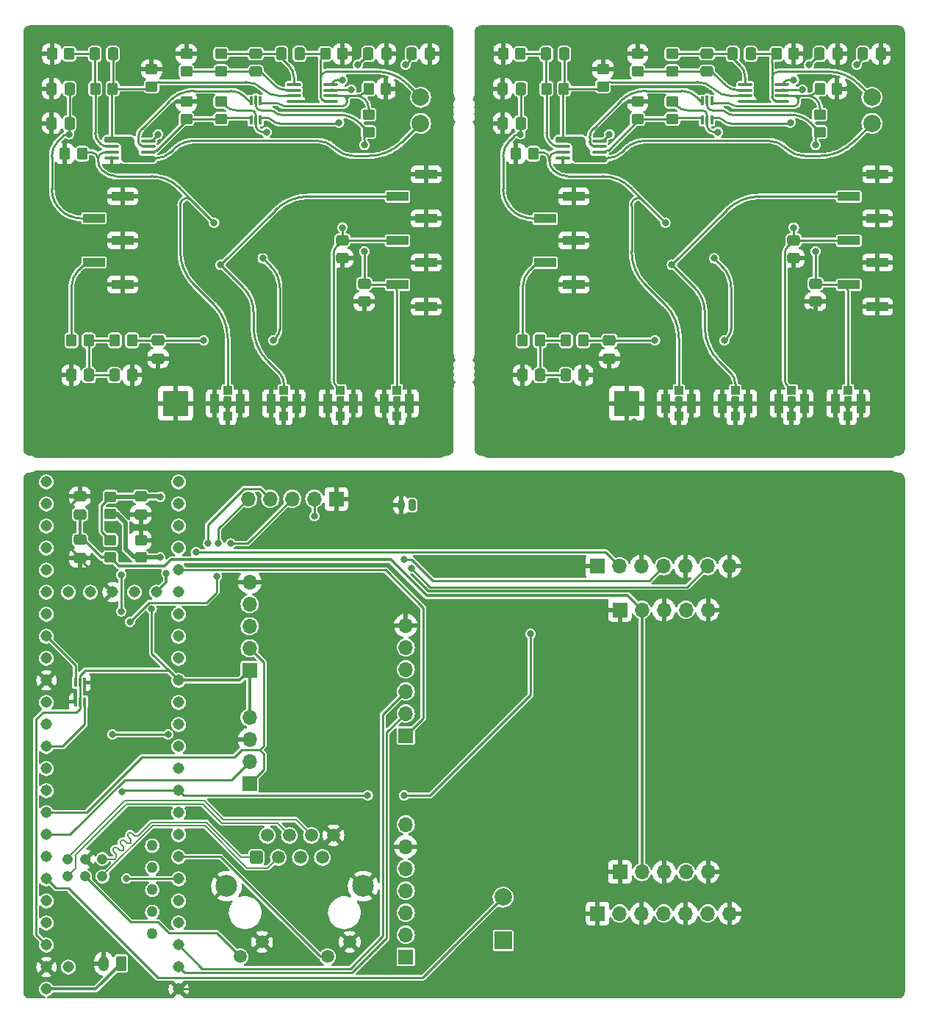
<source format=gbr>
%TF.GenerationSoftware,KiCad,Pcbnew,6.0.6-1.fc36*%
%TF.CreationDate,2022-07-31T22:14:55+02:00*%
%TF.ProjectId,CosmicWatch-ventidue,436f736d-6963-4576-9174-63682d76656e,2.5*%
%TF.SameCoordinates,Original*%
%TF.FileFunction,Copper,L1,Top*%
%TF.FilePolarity,Positive*%
%FSLAX46Y46*%
G04 Gerber Fmt 4.6, Leading zero omitted, Abs format (unit mm)*
G04 Created by KiCad (PCBNEW 6.0.6-1.fc36) date 2022-07-31 22:14:55*
%MOMM*%
%LPD*%
G01*
G04 APERTURE LIST*
G04 Aperture macros list*
%AMRoundRect*
0 Rectangle with rounded corners*
0 $1 Rounding radius*
0 $2 $3 $4 $5 $6 $7 $8 $9 X,Y pos of 4 corners*
0 Add a 4 corners polygon primitive as box body*
4,1,4,$2,$3,$4,$5,$6,$7,$8,$9,$2,$3,0*
0 Add four circle primitives for the rounded corners*
1,1,$1+$1,$2,$3*
1,1,$1+$1,$4,$5*
1,1,$1+$1,$6,$7*
1,1,$1+$1,$8,$9*
0 Add four rect primitives between the rounded corners*
20,1,$1+$1,$2,$3,$4,$5,0*
20,1,$1+$1,$4,$5,$6,$7,0*
20,1,$1+$1,$6,$7,$8,$9,0*
20,1,$1+$1,$8,$9,$2,$3,0*%
G04 Aperture macros list end*
%TA.AperFunction,ComponentPad*%
%ADD10RoundRect,0.250000X0.350000X0.625000X-0.350000X0.625000X-0.350000X-0.625000X0.350000X-0.625000X0*%
%TD*%
%TA.AperFunction,ComponentPad*%
%ADD11O,1.200000X1.750000*%
%TD*%
%TA.AperFunction,SMDPad,CuDef*%
%ADD12RoundRect,0.250000X0.475000X-0.337500X0.475000X0.337500X-0.475000X0.337500X-0.475000X-0.337500X0*%
%TD*%
%TA.AperFunction,SMDPad,CuDef*%
%ADD13RoundRect,0.250000X-0.475000X0.337500X-0.475000X-0.337500X0.475000X-0.337500X0.475000X0.337500X0*%
%TD*%
%TA.AperFunction,SMDPad,CuDef*%
%ADD14RoundRect,0.100000X-0.712500X-0.100000X0.712500X-0.100000X0.712500X0.100000X-0.712500X0.100000X0*%
%TD*%
%TA.AperFunction,SMDPad,CuDef*%
%ADD15R,1.000000X1.000000*%
%TD*%
%TA.AperFunction,SMDPad,CuDef*%
%ADD16R,1.050000X2.200000*%
%TD*%
%TA.AperFunction,ComponentPad*%
%ADD17R,1.700000X1.700000*%
%TD*%
%TA.AperFunction,ComponentPad*%
%ADD18O,1.700000X1.700000*%
%TD*%
%TA.AperFunction,SMDPad,CuDef*%
%ADD19RoundRect,0.250000X0.450000X-0.350000X0.450000X0.350000X-0.450000X0.350000X-0.450000X-0.350000X0*%
%TD*%
%TA.AperFunction,SMDPad,CuDef*%
%ADD20RoundRect,0.250000X0.337500X0.475000X-0.337500X0.475000X-0.337500X-0.475000X0.337500X-0.475000X0*%
%TD*%
%TA.AperFunction,SMDPad,CuDef*%
%ADD21C,2.000000*%
%TD*%
%TA.AperFunction,SMDPad,CuDef*%
%ADD22RoundRect,0.250000X-0.350000X-0.450000X0.350000X-0.450000X0.350000X0.450000X-0.350000X0.450000X0*%
%TD*%
%TA.AperFunction,SMDPad,CuDef*%
%ADD23R,3.000000X3.000000*%
%TD*%
%TA.AperFunction,SMDPad,CuDef*%
%ADD24RoundRect,0.250000X-0.337500X-0.475000X0.337500X-0.475000X0.337500X0.475000X-0.337500X0.475000X0*%
%TD*%
%TA.AperFunction,SMDPad,CuDef*%
%ADD25R,2.510000X1.000000*%
%TD*%
%TA.AperFunction,SMDPad,CuDef*%
%ADD26RoundRect,0.250000X0.350000X0.450000X-0.350000X0.450000X-0.350000X-0.450000X0.350000X-0.450000X0*%
%TD*%
%TA.AperFunction,ComponentPad*%
%ADD27R,2.000000X2.000000*%
%TD*%
%TA.AperFunction,ComponentPad*%
%ADD28C,2.000000*%
%TD*%
%TA.AperFunction,SMDPad,CuDef*%
%ADD29RoundRect,0.250000X-0.450000X0.350000X-0.450000X-0.350000X0.450000X-0.350000X0.450000X0.350000X0*%
%TD*%
%TA.AperFunction,ComponentPad*%
%ADD30C,1.308000*%
%TD*%
%TA.AperFunction,ComponentPad*%
%ADD31C,1.258000*%
%TD*%
%TA.AperFunction,ComponentPad*%
%ADD32C,1.208000*%
%TD*%
%TA.AperFunction,ComponentPad*%
%ADD33RoundRect,0.200000X0.200000X0.450000X-0.200000X0.450000X-0.200000X-0.450000X0.200000X-0.450000X0*%
%TD*%
%TA.AperFunction,ComponentPad*%
%ADD34O,0.800000X1.300000*%
%TD*%
%TA.AperFunction,SMDPad,CuDef*%
%ADD35R,0.375000X1.025000*%
%TD*%
%TA.AperFunction,SMDPad,CuDef*%
%ADD36R,0.300000X1.125000*%
%TD*%
%TA.AperFunction,SMDPad,CuDef*%
%ADD37R,0.375000X1.000000*%
%TD*%
%TA.AperFunction,ComponentPad*%
%ADD38RoundRect,0.250500X-0.499500X-0.499500X0.499500X-0.499500X0.499500X0.499500X-0.499500X0.499500X0*%
%TD*%
%TA.AperFunction,ComponentPad*%
%ADD39C,1.500000*%
%TD*%
%TA.AperFunction,ComponentPad*%
%ADD40C,2.500000*%
%TD*%
%TA.AperFunction,ViaPad*%
%ADD41C,0.800000*%
%TD*%
%TA.AperFunction,Conductor*%
%ADD42C,0.350000*%
%TD*%
%TA.AperFunction,Conductor*%
%ADD43C,0.250000*%
%TD*%
%TA.AperFunction,Conductor*%
%ADD44C,0.500000*%
%TD*%
%TA.AperFunction,Conductor*%
%ADD45C,0.200000*%
%TD*%
G04 APERTURE END LIST*
D10*
%TO.P,J401,1,Pin_1*%
%TO.N,Vcc*%
X36500000Y-133250000D03*
D11*
%TO.P,J401,2,Pin_2*%
%TO.N,GND*%
X34500000Y-133250000D03*
%TD*%
D12*
%TO.P,C309,1*%
%TO.N,Net-(C309-Pad1)*%
X52000000Y-30537500D03*
%TO.P,C309,2*%
%TO.N,Net-(C309-Pad2)*%
X52000000Y-28462500D03*
%TD*%
D13*
%TO.P,C312,1*%
%TO.N,/Detector PCB 1/PEAK_{2}*%
X64500000Y-54962500D03*
%TO.P,C312,2*%
%TO.N,/Detector PCB 1/GND*%
X64500000Y-57037500D03*
%TD*%
D14*
%TO.P,U202,1*%
%TO.N,Net-(C209-Pad2)*%
X108387499Y-32025000D03*
%TO.P,U202,2,-*%
%TO.N,Net-(C209-Pad1)*%
X108387499Y-32675000D03*
%TO.P,U202,3,+*%
%TO.N,/Detector PCB 2/AMP_{1}*%
X108387499Y-33325000D03*
%TO.P,U202,4,V-*%
%TO.N,/Detector PCB 2/GND*%
X108387499Y-33975000D03*
%TO.P,U202,5,+*%
%TO.N,/Detector PCB 2/AMP_{2}*%
X112612499Y-33975000D03*
%TO.P,U202,6,-*%
%TO.N,Net-(D202-Pad4)*%
X112612499Y-33325000D03*
%TO.P,U202,7*%
%TO.N,Net-(D202-Pad3)*%
X112612499Y-32675000D03*
%TO.P,U202,8,V+*%
%TO.N,/Detector PCB 2/+3.6V*%
X112612499Y-32025000D03*
%TD*%
D15*
%TO.P,J204,1,In*%
%TO.N,/Detector PCB 2/PEAK_{1}*%
X113750000Y-67250000D03*
D16*
%TO.P,J204,2,Ext*%
%TO.N,/Detector PCB 2/GND*%
X115225000Y-68750000D03*
D15*
X113750000Y-70250000D03*
D16*
X112275000Y-68750000D03*
%TD*%
D15*
%TO.P,J203,1,In*%
%TO.N,/Detector PCB 2/PEAK_{2}*%
X120250000Y-67249999D03*
D16*
%TO.P,J203,2,Ext*%
%TO.N,/Detector PCB 2/GND*%
X121725000Y-68749999D03*
X118775000Y-68749999D03*
D15*
X120250000Y-70249999D03*
%TD*%
D17*
%TO.P,J111,1,Pin_1*%
%TO.N,/OLED-RST*%
X69275001Y-132499999D03*
D18*
%TO.P,J111,2,Pin_2*%
%TO.N,/OLED-DC*%
X69275001Y-129959999D03*
%TO.P,J111,3,Pin_3*%
%TO.N,/SPI-CS_{1}*%
X69275001Y-127419999D03*
%TO.P,J111,4,Pin_4*%
%TO.N,/SPI-CLK*%
X69275001Y-124879999D03*
%TO.P,J111,5,Pin_5*%
%TO.N,/SPI-M_{O}S_{I}*%
X69275001Y-122339999D03*
%TO.P,J111,6,Pin_6*%
%TO.N,GND*%
X69275001Y-119799999D03*
%TO.P,J111,7,Pin_7*%
%TO.N,+3.3V*%
X69275001Y-117259999D03*
%TD*%
D19*
%TO.P,R308,1*%
%TO.N,Net-(C309-Pad1)*%
X48000000Y-30500000D03*
%TO.P,R308,2*%
%TO.N,Net-(C309-Pad2)*%
X48000000Y-28500000D03*
%TD*%
%TO.P,R307,1*%
%TO.N,Net-(C309-Pad1)*%
X44000000Y-30500000D03*
%TO.P,R307,2*%
%TO.N,/Detector PCB 1/GND*%
X44000000Y-28500000D03*
%TD*%
D20*
%TO.P,C201,1*%
%TO.N,/Detector PCB 2/+3.6V*%
X82537500Y-32500001D03*
%TO.P,C201,2*%
%TO.N,/Detector PCB 2/GND*%
X80462500Y-32500001D03*
%TD*%
D21*
%TO.P,TP302,1,1*%
%TO.N,/Detector PCB 1/AMP_{2}*%
X71000000Y-33500000D03*
%TD*%
D22*
%TO.P,R212,1*%
%TO.N,Net-(D202-Pad4)*%
X116999999Y-32500000D03*
%TO.P,R212,2*%
%TO.N,/Detector PCB 2/GND*%
X118999999Y-32500000D03*
%TD*%
D20*
%TO.P,C202,1*%
%TO.N,/Detector PCB 2/+3.6V*%
X82537500Y-36500001D03*
%TO.P,C202,2*%
%TO.N,/Detector PCB 2/GND*%
X80462500Y-36500001D03*
%TD*%
D23*
%TO.P,TP303,1,1*%
%TO.N,/Detector PCB 1/GND*%
X42750000Y-68750000D03*
%TD*%
D24*
%TO.P,C208,1*%
%TO.N,Net-(C208-Pad1)*%
X85462500Y-28500001D03*
%TO.P,C208,2*%
%TO.N,/Detector PCB 2/AMP_{1}*%
X87537500Y-28500001D03*
%TD*%
D13*
%TO.P,C211,1*%
%TO.N,/Detector PCB 2/PEAK_{1}*%
X114000000Y-49962499D03*
%TO.P,C211,2*%
%TO.N,/Detector PCB 2/GND*%
X114000000Y-52037499D03*
%TD*%
D25*
%TO.P,J104,1,Pin_1*%
%TO.N,/Detector PCB 2/GND*%
X123655000Y-42380000D03*
%TO.P,J104,2,Pin_2*%
%TO.N,/Detector PCB 2/F_{out}*%
X120345000Y-44920000D03*
%TO.P,J104,3,Pin_3*%
%TO.N,/Detector PCB 2/GND*%
X123655000Y-47460000D03*
%TO.P,J104,4,Pin_4*%
%TO.N,/Detector PCB 2/PEAK_{1}*%
X120345000Y-50000000D03*
%TO.P,J104,5,Pin_5*%
%TO.N,/Detector PCB 2/GND*%
X123655000Y-52540000D03*
%TO.P,J104,6,Pin_6*%
%TO.N,/Detector PCB 2/PEAK_{2}*%
X120345000Y-55080000D03*
%TO.P,J104,7,Pin_7*%
%TO.N,/Detector PCB 2/GND*%
X123655000Y-57620000D03*
%TD*%
D26*
%TO.P,R204,1*%
%TO.N,Net-(C208-Pad1)*%
X82500000Y-28500001D03*
%TO.P,R204,2*%
%TO.N,/Detector PCB 2/GND*%
X80500000Y-28500001D03*
%TD*%
D17*
%TO.P,SW101,1,GND*%
%TO.N,GND*%
X61290001Y-79749999D03*
D18*
%TO.P,SW101,2,VCC*%
%TO.N,+3.3V*%
X58750001Y-79749999D03*
%TO.P,SW101,3,SW*%
%TO.N,/Rot-BTN*%
X56210001Y-79749999D03*
%TO.P,SW101,4,DT*%
%TO.N,/Rot-IR*%
X53670001Y-79749999D03*
%TO.P,SW101,5,CLK*%
%TO.N,/Rot-IL*%
X51130001Y-79749999D03*
%TD*%
D21*
%TO.P,TP201,1,1*%
%TO.N,/Detector PCB 2/AMP_{1}*%
X123000000Y-36500000D03*
%TD*%
D19*
%TO.P,R208,1*%
%TO.N,Net-(C209-Pad1)*%
X100000000Y-30500000D03*
%TO.P,R208,2*%
%TO.N,Net-(C209-Pad2)*%
X100000000Y-28500000D03*
%TD*%
D15*
%TO.P,J201,1,In*%
%TO.N,/Detector PCB 2/F_{out}*%
X107250000Y-67250000D03*
%TO.P,J201,2,Ext*%
%TO.N,/Detector PCB 2/GND*%
X107250000Y-70250000D03*
D16*
X105775000Y-68750000D03*
X108725000Y-68750000D03*
%TD*%
D24*
%TO.P,C308,1*%
%TO.N,Net-(C308-Pad1)*%
X33462500Y-28500000D03*
%TO.P,C308,2*%
%TO.N,/Detector PCB 1/AMP_{1}*%
X35537500Y-28500000D03*
%TD*%
D17*
%TO.P,J108,1,Pin_1*%
%TO.N,GND*%
X91380001Y-87499999D03*
D18*
%TO.P,J108,2,Pin_2*%
%TO.N,/D_{2}-F*%
X93920001Y-87499999D03*
%TO.P,J108,3,Pin_3*%
%TO.N,GND*%
X96460001Y-87499999D03*
%TO.P,J108,4,Pin_4*%
%TO.N,/D_{2}-P_{1}*%
X99000001Y-87499999D03*
%TO.P,J108,5,Pin_5*%
%TO.N,GND*%
X101540001Y-87499999D03*
%TO.P,J108,6,Pin_6*%
%TO.N,/D_{2}-P_{2}*%
X104080001Y-87499999D03*
%TO.P,J108,7,Pin_7*%
%TO.N,GND*%
X106620001Y-87499999D03*
%TD*%
D25*
%TO.P,J102,1,Pin_1*%
%TO.N,/Detector PCB 1/GND*%
X71655000Y-42380000D03*
%TO.P,J102,2,Pin_2*%
%TO.N,/Detector PCB 1/F_{out}*%
X68345000Y-44920000D03*
%TO.P,J102,3,Pin_3*%
%TO.N,/Detector PCB 1/GND*%
X71655000Y-47460000D03*
%TO.P,J102,4,Pin_4*%
%TO.N,/Detector PCB 1/PEAK_{1}*%
X68345000Y-50000000D03*
%TO.P,J102,5,Pin_5*%
%TO.N,/Detector PCB 1/GND*%
X71655000Y-52540000D03*
%TO.P,J102,6,Pin_6*%
%TO.N,/Detector PCB 1/PEAK_{2}*%
X68345000Y-55080000D03*
%TO.P,J102,7,Pin_7*%
%TO.N,/Detector PCB 1/GND*%
X71655000Y-57620000D03*
%TD*%
D19*
%TO.P,R206,1*%
%TO.N,/Detector PCB 2/AMP_{1}*%
X92000000Y-32250000D03*
%TO.P,R206,2*%
%TO.N,/Detector PCB 2/GND*%
X92000000Y-30250000D03*
%TD*%
D22*
%TO.P,R202,1*%
%TO.N,Net-(C203-Pad1)*%
X87750001Y-61500000D03*
%TO.P,R202,2*%
%TO.N,Net-(C205-Pad1)*%
X89750001Y-61500000D03*
%TD*%
%TO.P,R301,1*%
%TO.N,/Detector PCB 1/V_{bias}*%
X30750000Y-61500000D03*
%TO.P,R301,2*%
%TO.N,Net-(C303-Pad1)*%
X32750000Y-61500000D03*
%TD*%
D19*
%TO.P,R309,1*%
%TO.N,Net-(D302-Pad1)*%
X44000000Y-36000000D03*
%TO.P,R309,2*%
%TO.N,/Detector PCB 1/GND*%
X44000000Y-34000000D03*
%TD*%
%TO.P,R211,1*%
%TO.N,Net-(D202-Pad1)*%
X100000000Y-36000000D03*
%TO.P,R211,2*%
%TO.N,/Detector PCB 2/PEAK_{1}*%
X100000000Y-34000000D03*
%TD*%
D13*
%TO.P,C305,1*%
%TO.N,Net-(C305-Pad1)*%
X40750000Y-61500000D03*
%TO.P,C305,2*%
%TO.N,/Detector PCB 1/GND*%
X40750000Y-63575000D03*
%TD*%
D20*
%TO.P,C304,1*%
%TO.N,Net-(C303-Pad1)*%
X32787500Y-65500000D03*
%TO.P,C304,2*%
%TO.N,/Detector PCB 1/GND*%
X30712500Y-65500000D03*
%TD*%
%TO.P,C302,1*%
%TO.N,/Detector PCB 1/+3.6V*%
X30537500Y-36500000D03*
%TO.P,C302,2*%
%TO.N,/Detector PCB 1/GND*%
X28462500Y-36500000D03*
%TD*%
D13*
%TO.P,C405,1*%
%TO.N,Net-(C405-Pad1)*%
X38750001Y-79462499D03*
%TO.P,C405,2*%
%TO.N,GND*%
X38750001Y-81537499D03*
%TD*%
D19*
%TO.P,R209,1*%
%TO.N,Net-(D202-Pad1)*%
X96000000Y-36000000D03*
%TO.P,R209,2*%
%TO.N,/Detector PCB 2/GND*%
X96000000Y-34000000D03*
%TD*%
D24*
%TO.P,C206,1*%
%TO.N,/Detector PCB 2/+3.6V*%
X121962499Y-28500000D03*
%TO.P,C206,2*%
%TO.N,/Detector PCB 2/GND*%
X124037499Y-28500000D03*
%TD*%
%TO.P,C306,1*%
%TO.N,/Detector PCB 1/+3.6V*%
X69962500Y-28500000D03*
%TO.P,C306,2*%
%TO.N,/Detector PCB 1/GND*%
X72037500Y-28500000D03*
%TD*%
D25*
%TO.P,J101,1,Pin_1*%
%TO.N,/Detector PCB 1/GND*%
X36655000Y-44882500D03*
%TO.P,J101,2,Pin_2*%
%TO.N,/Detector PCB 1/+3.6V*%
X33345000Y-47422500D03*
%TO.P,J101,3,Pin_3*%
%TO.N,/Detector PCB 1/GND*%
X36655000Y-49962500D03*
%TO.P,J101,4,Pin_4*%
%TO.N,/Detector PCB 1/V_{bias}*%
X33345000Y-52502500D03*
%TO.P,J101,5,Pin_5*%
%TO.N,/Detector PCB 1/GND*%
X36655000Y-55042500D03*
%TD*%
D21*
%TO.P,TP301,1,1*%
%TO.N,/Detector PCB 1/AMP_{1}*%
X71000000Y-36500000D03*
%TD*%
D22*
%TO.P,R310,1*%
%TO.N,/Detector PCB 1/AMP_{2}*%
X60000000Y-28500000D03*
%TO.P,R310,2*%
%TO.N,/Detector PCB 1/GND*%
X62000000Y-28500000D03*
%TD*%
%TO.P,R305,1*%
%TO.N,Net-(C308-Pad1)*%
X33500000Y-32500000D03*
%TO.P,R305,2*%
%TO.N,/Detector PCB 1/AMP_{1}*%
X35500000Y-32500000D03*
%TD*%
D27*
%TO.P,BZ101,1,-*%
%TO.N,Net-(BZ101-Pad1)*%
X80500001Y-130620784D03*
D28*
%TO.P,BZ101,2,+*%
%TO.N,/Buzzer*%
X80500001Y-125620784D03*
%TD*%
D20*
%TO.P,C301,1*%
%TO.N,/Detector PCB 1/+3.6V*%
X30537500Y-32500000D03*
%TO.P,C301,2*%
%TO.N,/Detector PCB 1/GND*%
X28462500Y-32500000D03*
%TD*%
D29*
%TO.P,R401,1*%
%TO.N,GND*%
X38750001Y-84499999D03*
%TO.P,R401,2*%
%TO.N,Net-(R401-Pad2)*%
X38750001Y-86499999D03*
%TD*%
D15*
%TO.P,J303,1,In*%
%TO.N,/Detector PCB 1/PEAK_{2}*%
X68250000Y-67250000D03*
D16*
%TO.P,J303,2,Ext*%
%TO.N,/Detector PCB 1/GND*%
X66775000Y-68750000D03*
X69725000Y-68750000D03*
D15*
X68250000Y-70250000D03*
%TD*%
%TO.P,J302,1,In*%
%TO.N,/Detector PCB 1/S_{out}*%
X48750000Y-67250000D03*
D16*
%TO.P,J302,2,Ext*%
%TO.N,/Detector PCB 1/GND*%
X47275000Y-68750000D03*
X50225000Y-68750000D03*
D15*
X48750000Y-70250000D03*
%TD*%
D19*
%TO.P,R311,1*%
%TO.N,Net-(D302-Pad1)*%
X48000000Y-36000000D03*
%TO.P,R311,2*%
%TO.N,/Detector PCB 1/PEAK_{1}*%
X48000000Y-34000000D03*
%TD*%
D26*
%TO.P,R303,1*%
%TO.N,/Detector PCB 1/S_{out}*%
X32000000Y-40000000D03*
%TO.P,R303,2*%
%TO.N,/Detector PCB 1/GND*%
X30000000Y-40000000D03*
%TD*%
D30*
%TO.P,U101,0,RX1*%
%TO.N,/GPS-RX*%
X43120001Y-133669999D03*
%TO.P,U101,1,TX1*%
%TO.N,/GPS-TX*%
X43120001Y-131129999D03*
%TO.P,U101,2,OUT2*%
%TO.N,/Rot-IR*%
X43120001Y-128589999D03*
%TO.P,U101,3,LRCLK2*%
%TO.N,/Rot-IL*%
X43120001Y-126049999D03*
%TO.P,U101,3.3V_1,3.3V*%
%TO.N,+3.3V*%
X43120001Y-100649999D03*
%TO.P,U101,3.3V_2,3.3V__1*%
X27880001Y-131129999D03*
%TO.P,U101,3.3V_3,3.3V__2*%
X38040001Y-90489999D03*
%TO.P,U101,4,BCLK2*%
%TO.N,/Rot-BTN*%
X43120001Y-123509999D03*
%TO.P,U101,5,IN2*%
%TO.N,/Eth-LED_{2}*%
X43120001Y-120969999D03*
D31*
%TO.P,U101,5V,5V*%
%TO.N,+5V*%
X40070001Y-129859999D03*
D30*
%TO.P,U101,6,OUT1D*%
%TO.N,/OLED-DC*%
X43120001Y-118429999D03*
%TO.P,U101,7,RX2*%
%TO.N,/OLED-RST*%
X43120001Y-115889999D03*
%TO.P,U101,8,TX2*%
%TO.N,/PWR-~{SHDN}*%
X43120001Y-113349999D03*
%TO.P,U101,9,OUT1C*%
%TO.N,unconnected-(U101-Pad9)*%
X43120001Y-110809999D03*
%TO.P,U101,10,CS1*%
%TO.N,/SPI-CS_{1}*%
X43120001Y-108269999D03*
%TO.P,U101,11,MOSI*%
%TO.N,/SPI-M_{O}S_{I}*%
X43120001Y-105729999D03*
%TO.P,U101,12,MISO*%
%TO.N,/SPI-M_{I}S_{O}*%
X43120001Y-103189999D03*
%TO.P,U101,13,SCK*%
%TO.N,/SPI-CLK*%
X27880001Y-103189999D03*
%TO.P,U101,14,A0*%
%TO.N,Net-(R105-Pad1)*%
X27880001Y-105729999D03*
%TO.P,U101,15,A1*%
%TO.N,/D_{1}-F*%
X27880001Y-108269999D03*
%TO.P,U101,16,A2*%
%TO.N,Net-(R105-Pad1)*%
X27880001Y-110809999D03*
%TO.P,U101,17,A3*%
%TO.N,unconnected-(U101-Pad17)*%
X27880001Y-113349999D03*
%TO.P,U101,18,A4*%
%TO.N,/I^{2}C-SDA*%
X27880001Y-115889999D03*
%TO.P,U101,19,A5*%
%TO.N,/I^{2}C-SCL*%
X27880001Y-118429999D03*
%TO.P,U101,20,A6*%
%TO.N,unconnected-(U101-Pad20)*%
X27880001Y-120969999D03*
%TO.P,U101,21,A7*%
%TO.N,/Buzzer*%
X27880001Y-123509999D03*
%TO.P,U101,22,A8*%
%TO.N,unconnected-(U101-Pad22)*%
X27880001Y-126049999D03*
%TO.P,U101,23,A9*%
%TO.N,unconnected-(U101-Pad23)*%
X27880001Y-128589999D03*
%TO.P,U101,24,A10*%
%TO.N,/D_{2}-P_{2}*%
X43120001Y-98109999D03*
%TO.P,U101,25,A11*%
%TO.N,/D_{2}-P_{1}*%
X43120001Y-95569999D03*
%TO.P,U101,26,A12*%
%TO.N,/D_{1}-P_{2}*%
X43120001Y-93029999D03*
%TO.P,U101,27,A13*%
%TO.N,/D_{1}-P_{1}*%
X43120001Y-90489999D03*
%TO.P,U101,28,RX7*%
%TO.N,/GPS-EN*%
X43120001Y-87949999D03*
%TO.P,U101,29,TX7*%
%TO.N,/GPS-PPS*%
X43120001Y-85409999D03*
%TO.P,U101,30,CRX3*%
%TO.N,unconnected-(U101-Pad30)*%
X43120001Y-82869999D03*
%TO.P,U101,31,CTX3*%
%TO.N,unconnected-(U101-Pad31)*%
X43120001Y-80329999D03*
%TO.P,U101,32,OUT1B*%
%TO.N,unconnected-(U101-Pad32)*%
X43120001Y-77789999D03*
%TO.P,U101,33,MCLK2*%
%TO.N,unconnected-(U101-Pad33)*%
X27880001Y-77789999D03*
%TO.P,U101,34,RX8*%
%TO.N,unconnected-(U101-Pad34)*%
X27880001Y-80329999D03*
%TO.P,U101,35,TX8*%
%TO.N,unconnected-(U101-Pad35)*%
X27880001Y-82869999D03*
%TO.P,U101,36,CS2*%
%TO.N,/SPI-CS_{2}*%
X27880001Y-85409999D03*
%TO.P,U101,37,CS3*%
%TO.N,/SPI-CS_{3}*%
X27880001Y-87949999D03*
%TO.P,U101,38,A14*%
%TO.N,unconnected-(U101-Pad38)*%
X27880001Y-90489999D03*
%TO.P,U101,39,A15*%
%TO.N,Net-(R106-Pad1)*%
X27880001Y-93029999D03*
%TO.P,U101,40,A16*%
%TO.N,/D_{2}-F*%
X27880001Y-95569999D03*
%TO.P,U101,41,A17*%
%TO.N,Net-(R106-Pad1)*%
X27880001Y-98109999D03*
D31*
%TO.P,U101,D+,D+*%
%TO.N,unconnected-(U101-PadD+)*%
X40070001Y-124779999D03*
%TO.P,U101,D-,D-*%
%TO.N,unconnected-(U101-PadD-)*%
X40070001Y-127319999D03*
D30*
%TO.P,U101,GND1,GND*%
%TO.N,GND*%
X43120001Y-136209999D03*
%TO.P,U101,GND2,GND__1*%
X27880001Y-100649999D03*
%TO.P,U101,GND3,GND__2*%
X27880001Y-133669999D03*
%TO.P,U101,GND4,GND__3*%
X35500001Y-90489999D03*
D32*
%TO.P,U101,GND5,GND__4*%
X32330001Y-121239999D03*
%TO.P,U101,LED,LED*%
%TO.N,/Eth-LED_{1}*%
X32330001Y-123239999D03*
D30*
%TO.P,U101,ON/OFF,ON/OFF*%
%TO.N,unconnected-(U101-PadON/OFF)*%
X30420001Y-90489999D03*
%TO.P,U101,PROGRAM,PROGRAM*%
%TO.N,unconnected-(U101-PadPROGRAM)*%
X32960001Y-90489999D03*
D32*
%TO.P,U101,R+,R+*%
%TO.N,/Eth-RX+*%
X30330001Y-123239999D03*
%TO.P,U101,R-,R-*%
%TO.N,/Eth-RX-*%
X30330001Y-121239999D03*
%TO.P,U101,T+,T+*%
%TO.N,/Eth-TX+*%
X34330001Y-121239999D03*
%TO.P,U101,T-,T-*%
%TO.N,/Eth-TX-*%
X34330001Y-123239999D03*
D31*
%TO.P,U101,USB_GND1,USB_GND*%
%TO.N,unconnected-(U101-PadUSB_GND1)*%
X40070001Y-122239999D03*
%TO.P,U101,USB_GND2,USB_GND__1*%
%TO.N,unconnected-(U101-PadUSB_GND2)*%
X40070001Y-119699999D03*
D30*
%TO.P,U101,VBAT,VBAT*%
%TO.N,+BATT*%
X40580001Y-90489999D03*
%TO.P,U101,VIN,VIN*%
%TO.N,Vcc*%
X27880001Y-136209999D03*
%TO.P,U101,VUSB,VUSB*%
%TO.N,unconnected-(U101-PadVUSB)*%
X30420001Y-133669999D03*
%TD*%
D13*
%TO.P,C205,1*%
%TO.N,Net-(C205-Pad1)*%
X92750001Y-61500000D03*
%TO.P,C205,2*%
%TO.N,/Detector PCB 2/GND*%
X92750001Y-63575000D03*
%TD*%
D22*
%TO.P,R205,1*%
%TO.N,Net-(C208-Pad1)*%
X85500000Y-32500001D03*
%TO.P,R205,2*%
%TO.N,/Detector PCB 2/AMP_{1}*%
X87500000Y-32500001D03*
%TD*%
D24*
%TO.P,C310,1*%
%TO.N,Net-(C309-Pad2)*%
X54962500Y-28500000D03*
%TO.P,C310,2*%
%TO.N,/Detector PCB 1/AMP_{2}*%
X57037500Y-28500000D03*
%TD*%
D14*
%TO.P,U201,1*%
%TO.N,/Detector PCB 2/AMP_{1}*%
X87387500Y-38525001D03*
%TO.P,U201,2,-*%
%TO.N,Net-(C208-Pad1)*%
X87387500Y-39175001D03*
%TO.P,U201,3,+*%
%TO.N,/Detector PCB 2/S_{out}*%
X87387500Y-39825001D03*
%TO.P,U201,4,V-*%
%TO.N,/Detector PCB 2/GND*%
X87387500Y-40475001D03*
%TO.P,U201,5,+*%
%TO.N,/Detector PCB 2/AMP_{1}*%
X91612500Y-40475001D03*
%TO.P,U201,6,-*%
%TO.N,Net-(D202-Pad1)*%
X91612500Y-39825001D03*
%TO.P,U201,7*%
%TO.N,Net-(D202-Pad6)*%
X91612500Y-39175001D03*
%TO.P,U201,8,V+*%
%TO.N,/Detector PCB 2/+3.6V*%
X91612500Y-38525001D03*
%TD*%
D24*
%TO.P,C210,1*%
%TO.N,Net-(C209-Pad2)*%
X106962499Y-28500000D03*
%TO.P,C210,2*%
%TO.N,/Detector PCB 2/AMP_{2}*%
X109037499Y-28500000D03*
%TD*%
D17*
%TO.P,J107,1,Pin_1*%
%TO.N,GND*%
X93950001Y-122724999D03*
D18*
%TO.P,J107,2,Pin_2*%
%TO.N,+V_{bias}*%
X96490001Y-122724999D03*
%TO.P,J107,3,Pin_3*%
%TO.N,GND*%
X99030001Y-122724999D03*
%TO.P,J107,4,Pin_4*%
%TO.N,+3.6V*%
X101570001Y-122724999D03*
%TO.P,J107,5,Pin_5*%
%TO.N,GND*%
X104110001Y-122724999D03*
%TD*%
D19*
%TO.P,R207,1*%
%TO.N,Net-(C209-Pad1)*%
X96000000Y-30500000D03*
%TO.P,R207,2*%
%TO.N,/Detector PCB 2/GND*%
X96000000Y-28500000D03*
%TD*%
D22*
%TO.P,R302,1*%
%TO.N,Net-(C303-Pad1)*%
X35750000Y-61500000D03*
%TO.P,R302,2*%
%TO.N,Net-(C305-Pad1)*%
X37750000Y-61500000D03*
%TD*%
%TO.P,R201,1*%
%TO.N,/Detector PCB 2/V_{bias}*%
X82750000Y-61500000D03*
%TO.P,R201,2*%
%TO.N,Net-(C203-Pad1)*%
X84750000Y-61500000D03*
%TD*%
D24*
%TO.P,C307,1*%
%TO.N,/Detector PCB 1/+3.6V*%
X64962500Y-28500000D03*
%TO.P,C307,2*%
%TO.N,/Detector PCB 1/GND*%
X67037500Y-28500000D03*
%TD*%
D33*
%TO.P,BT401,1,+*%
%TO.N,+BATT*%
X70000001Y-80449999D03*
D34*
%TO.P,BT401,2,-*%
%TO.N,GND*%
X68750001Y-80449999D03*
%TD*%
D12*
%TO.P,C209,1*%
%TO.N,Net-(C209-Pad1)*%
X103999999Y-30537500D03*
%TO.P,C209,2*%
%TO.N,Net-(C209-Pad2)*%
X103999999Y-28462500D03*
%TD*%
D29*
%TO.P,R213,1*%
%TO.N,Net-(D202-Pad4)*%
X116999999Y-35500000D03*
%TO.P,R213,2*%
%TO.N,/Detector PCB 2/PEAK_{2}*%
X116999999Y-37500000D03*
%TD*%
%TO.P,R313,1*%
%TO.N,Net-(D302-Pad4)*%
X65000000Y-35500000D03*
%TO.P,R313,2*%
%TO.N,/Detector PCB 1/PEAK_{2}*%
X65000000Y-37500000D03*
%TD*%
D14*
%TO.P,U301,1*%
%TO.N,/Detector PCB 1/AMP_{1}*%
X35387500Y-38525000D03*
%TO.P,U301,2,-*%
%TO.N,Net-(C308-Pad1)*%
X35387500Y-39175000D03*
%TO.P,U301,3,+*%
%TO.N,/Detector PCB 1/S_{out}*%
X35387500Y-39825000D03*
%TO.P,U301,4,V-*%
%TO.N,/Detector PCB 1/GND*%
X35387500Y-40475000D03*
%TO.P,U301,5,+*%
%TO.N,/Detector PCB 1/AMP_{1}*%
X39612500Y-40475000D03*
%TO.P,U301,6,-*%
%TO.N,Net-(D302-Pad1)*%
X39612500Y-39825000D03*
%TO.P,U301,7*%
%TO.N,Net-(D302-Pad6)*%
X39612500Y-39175000D03*
%TO.P,U301,8,V+*%
%TO.N,/Detector PCB 1/+3.6V*%
X39612500Y-38525000D03*
%TD*%
D12*
%TO.P,C407,1*%
%TO.N,+V_{bias}*%
X31750001Y-81537499D03*
%TO.P,C407,2*%
%TO.N,GND*%
X31750001Y-79462499D03*
%TD*%
D35*
%TO.P,D101,1,A*%
%TO.N,GND*%
X31212501Y-103112499D03*
D36*
%TO.P,D101,2,K*%
%TO.N,+3.3V*%
X31750001Y-103162499D03*
D35*
%TO.P,D101,3,common*%
%TO.N,/D_{1}-F*%
X32287501Y-103112499D03*
D37*
%TO.P,D101,4,A*%
%TO.N,GND*%
X32287501Y-100899999D03*
D36*
%TO.P,D101,5,K*%
%TO.N,+3.3V*%
X31750001Y-100837499D03*
D37*
%TO.P,D101,6,common*%
%TO.N,/D_{2}-F*%
X31212501Y-100899999D03*
%TD*%
D35*
%TO.P,D202,1,A*%
%TO.N,Net-(D202-Pad1)*%
X103462499Y-36112500D03*
D36*
%TO.P,D202,2,K*%
%TO.N,/Detector PCB 2/PEAK_{1}*%
X103999999Y-36162500D03*
D35*
%TO.P,D202,3,common*%
%TO.N,Net-(D202-Pad3)*%
X104537499Y-36112500D03*
D37*
%TO.P,D202,4,A*%
%TO.N,Net-(D202-Pad4)*%
X104537499Y-33900000D03*
D36*
%TO.P,D202,5,K*%
%TO.N,/Detector PCB 2/PEAK_{2}*%
X103999999Y-33837500D03*
D37*
%TO.P,D202,6,common*%
%TO.N,Net-(D202-Pad6)*%
X103462499Y-33900000D03*
%TD*%
D13*
%TO.P,C406,1*%
%TO.N,+V_{bias}*%
X31750001Y-84462499D03*
%TO.P,C406,2*%
%TO.N,GND*%
X31750001Y-86537499D03*
%TD*%
D22*
%TO.P,R312,1*%
%TO.N,Net-(D302-Pad4)*%
X65000000Y-32500000D03*
%TO.P,R312,2*%
%TO.N,/Detector PCB 1/GND*%
X67000000Y-32500000D03*
%TD*%
D14*
%TO.P,U302,1*%
%TO.N,Net-(C309-Pad2)*%
X56387500Y-32025000D03*
%TO.P,U302,2,-*%
%TO.N,Net-(C309-Pad1)*%
X56387500Y-32675000D03*
%TO.P,U302,3,+*%
%TO.N,/Detector PCB 1/AMP_{1}*%
X56387500Y-33325000D03*
%TO.P,U302,4,V-*%
%TO.N,/Detector PCB 1/GND*%
X56387500Y-33975000D03*
%TO.P,U302,5,+*%
%TO.N,/Detector PCB 1/AMP_{2}*%
X60612500Y-33975000D03*
%TO.P,U302,6,-*%
%TO.N,Net-(D302-Pad4)*%
X60612500Y-33325000D03*
%TO.P,U302,7*%
%TO.N,Net-(D302-Pad3)*%
X60612500Y-32675000D03*
%TO.P,U302,8,V+*%
%TO.N,/Detector PCB 1/+3.6V*%
X60612500Y-32025000D03*
%TD*%
D23*
%TO.P,TP203,1,1*%
%TO.N,/Detector PCB 2/GND*%
X94750001Y-68750000D03*
%TD*%
D24*
%TO.P,C203,1*%
%TO.N,Net-(C203-Pad1)*%
X87712501Y-65500000D03*
%TO.P,C203,2*%
%TO.N,/Detector PCB 2/GND*%
X89787501Y-65500000D03*
%TD*%
D15*
%TO.P,J301,1,In*%
%TO.N,/Detector PCB 1/F_{out}*%
X55250000Y-67250000D03*
%TO.P,J301,2,Ext*%
%TO.N,/Detector PCB 1/GND*%
X55250000Y-70250000D03*
D16*
X56725000Y-68750000D03*
X53775000Y-68750000D03*
%TD*%
D19*
%TO.P,R402,1*%
%TO.N,Net-(R401-Pad2)*%
X35250001Y-81499999D03*
%TO.P,R402,2*%
%TO.N,Net-(C405-Pad1)*%
X35250001Y-79499999D03*
%TD*%
D15*
%TO.P,J304,1,In*%
%TO.N,/Detector PCB 1/PEAK_{1}*%
X61750000Y-67250000D03*
D16*
%TO.P,J304,2,Ext*%
%TO.N,/Detector PCB 1/GND*%
X63225000Y-68750000D03*
D15*
X61750000Y-70250000D03*
D16*
X60275000Y-68750000D03*
%TD*%
D15*
%TO.P,J202,1,In*%
%TO.N,/Detector PCB 2/S_{out}*%
X100750001Y-67250000D03*
D16*
%TO.P,J202,2,Ext*%
%TO.N,/Detector PCB 2/GND*%
X99275001Y-68750000D03*
X102225001Y-68750000D03*
D15*
X100750001Y-70250000D03*
%TD*%
D26*
%TO.P,R203,1*%
%TO.N,/Detector PCB 2/S_{out}*%
X84000000Y-40000001D03*
%TO.P,R203,2*%
%TO.N,/Detector PCB 2/GND*%
X82000000Y-40000001D03*
%TD*%
D17*
%TO.P,J110,1,Pin_1*%
%TO.N,/GPS-EN*%
X69285787Y-107012892D03*
D18*
%TO.P,J110,2,Pin_2*%
%TO.N,/GPS-RX*%
X69285787Y-104472892D03*
%TO.P,J110,3,Pin_3*%
%TO.N,/GPS-TX*%
X69285787Y-101932892D03*
%TO.P,J110,4,Pin_4*%
%TO.N,+3.3V*%
X69285787Y-99392892D03*
%TO.P,J110,5,Pin_5*%
%TO.N,/GPS-PPS*%
X69285787Y-96852892D03*
%TO.P,J110,6,Pin_6*%
%TO.N,GND*%
X69285787Y-94312892D03*
%TD*%
D35*
%TO.P,D302,1,A*%
%TO.N,Net-(D302-Pad1)*%
X51462500Y-36112500D03*
D36*
%TO.P,D302,2,K*%
%TO.N,/Detector PCB 1/PEAK_{1}*%
X52000000Y-36162500D03*
D35*
%TO.P,D302,3,common*%
%TO.N,Net-(D302-Pad3)*%
X52537500Y-36112500D03*
D37*
%TO.P,D302,4,A*%
%TO.N,Net-(D302-Pad4)*%
X52537500Y-33900000D03*
D36*
%TO.P,D302,5,K*%
%TO.N,/Detector PCB 1/PEAK_{2}*%
X52000000Y-33837500D03*
D37*
%TO.P,D302,6,common*%
%TO.N,Net-(D302-Pad6)*%
X51462500Y-33900000D03*
%TD*%
D22*
%TO.P,R210,1*%
%TO.N,/Detector PCB 2/AMP_{2}*%
X111999999Y-28500000D03*
%TO.P,R210,2*%
%TO.N,/Detector PCB 2/GND*%
X113999999Y-28500000D03*
%TD*%
D24*
%TO.P,C303,1*%
%TO.N,Net-(C303-Pad1)*%
X35712500Y-65500000D03*
%TO.P,C303,2*%
%TO.N,/Detector PCB 1/GND*%
X37787500Y-65500000D03*
%TD*%
D38*
%TO.P,U501,1,RD-*%
%TO.N,/Eth-TX+*%
X52055001Y-121049999D03*
D39*
%TO.P,U501,2,CT*%
%TO.N,Net-(C501-Pad1)*%
X53325001Y-118509999D03*
%TO.P,U501,3,RD+*%
%TO.N,/Eth-TX-*%
X54595001Y-121049999D03*
%TO.P,U501,4,TD-*%
%TO.N,/Eth-RX+*%
X55865001Y-118509999D03*
%TO.P,U501,5,CT*%
%TO.N,Net-(C501-Pad1)*%
X57135001Y-121049999D03*
%TO.P,U501,6,TD+*%
%TO.N,/Eth-RX-*%
X58405001Y-118509999D03*
%TO.P,U501,7*%
%TO.N,unconnected-(U501-Pad7)*%
X59675001Y-121049999D03*
%TO.P,U501,8*%
%TO.N,GND*%
X60945001Y-118509999D03*
%TO.P,U501,9,LLED+*%
%TO.N,/Eth-LED_{1}*%
X50175001Y-132479999D03*
%TO.P,U501,10,LLED-*%
%TO.N,GND*%
X52715001Y-130779999D03*
%TO.P,U501,11,RLED+*%
%TO.N,/Eth-LED_{2}*%
X60285001Y-132479999D03*
%TO.P,U501,12,RLED-*%
%TO.N,GND*%
X62825001Y-130779999D03*
D40*
%TO.P,U501,13,SHIELD*%
X48625001Y-124349999D03*
X64375001Y-124349999D03*
%TD*%
D13*
%TO.P,C212,1*%
%TO.N,/Detector PCB 2/PEAK_{2}*%
X116500000Y-54962499D03*
%TO.P,C212,2*%
%TO.N,/Detector PCB 2/GND*%
X116500000Y-57037499D03*
%TD*%
%TO.P,C311,1*%
%TO.N,/Detector PCB 1/PEAK_{1}*%
X62000000Y-49962500D03*
%TO.P,C311,2*%
%TO.N,/Detector PCB 1/GND*%
X62000000Y-52037500D03*
%TD*%
D25*
%TO.P,J103,1,Pin_1*%
%TO.N,/Detector PCB 2/GND*%
X88655000Y-44920000D03*
%TO.P,J103,2,Pin_2*%
%TO.N,/Detector PCB 2/+3.6V*%
X85345000Y-47460000D03*
%TO.P,J103,3,Pin_3*%
%TO.N,/Detector PCB 2/GND*%
X88655000Y-50000000D03*
%TO.P,J103,4,Pin_4*%
%TO.N,/Detector PCB 2/V_{bias}*%
X85345000Y-52540000D03*
%TO.P,J103,5,Pin_5*%
%TO.N,/Detector PCB 2/GND*%
X88655000Y-55080000D03*
%TD*%
D29*
%TO.P,R403,1*%
%TO.N,Net-(C405-Pad1)*%
X35250001Y-84499999D03*
%TO.P,R403,2*%
%TO.N,+V_{bias}*%
X35250001Y-86499999D03*
%TD*%
D20*
%TO.P,C204,1*%
%TO.N,Net-(C203-Pad1)*%
X84787501Y-65500000D03*
%TO.P,C204,2*%
%TO.N,/Detector PCB 2/GND*%
X82712501Y-65500000D03*
%TD*%
D21*
%TO.P,TP202,1,1*%
%TO.N,/Detector PCB 2/AMP_{2}*%
X122999999Y-33500000D03*
%TD*%
D19*
%TO.P,R306,1*%
%TO.N,/Detector PCB 1/AMP_{1}*%
X40000000Y-32250000D03*
%TO.P,R306,2*%
%TO.N,/Detector PCB 1/GND*%
X40000000Y-30250000D03*
%TD*%
D24*
%TO.P,C207,1*%
%TO.N,/Detector PCB 2/+3.6V*%
X116962499Y-28500000D03*
%TO.P,C207,2*%
%TO.N,/Detector PCB 2/GND*%
X119037499Y-28500000D03*
%TD*%
D26*
%TO.P,R304,1*%
%TO.N,Net-(C308-Pad1)*%
X30500000Y-28500000D03*
%TO.P,R304,2*%
%TO.N,/Detector PCB 1/GND*%
X28500000Y-28500000D03*
%TD*%
D17*
%TO.P,J106,1,Pin_1*%
%TO.N,GND*%
X91400001Y-127499999D03*
D18*
%TO.P,J106,2,Pin_2*%
%TO.N,/D_{1}-F*%
X93940001Y-127499999D03*
%TO.P,J106,3,Pin_3*%
%TO.N,GND*%
X96480001Y-127499999D03*
%TO.P,J106,4,Pin_4*%
%TO.N,/D_{1}-P_{1}*%
X99020001Y-127499999D03*
%TO.P,J106,5,Pin_5*%
%TO.N,GND*%
X101560001Y-127499999D03*
%TO.P,J106,6,Pin_6*%
%TO.N,/D_{1}-P_{2}*%
X104100001Y-127499999D03*
%TO.P,J106,7,Pin_7*%
%TO.N,GND*%
X106640001Y-127499999D03*
%TD*%
D17*
%TO.P,J109,1,Pin_1*%
%TO.N,/I^{2}C-SDA*%
X51275001Y-112549999D03*
D18*
%TO.P,J109,2,Pin_2*%
%TO.N,/I^{2}C-SCL*%
X51275001Y-110009999D03*
%TO.P,J109,3,Pin_3*%
%TO.N,GND*%
X51275001Y-107469999D03*
%TO.P,J109,4,Pin_4*%
%TO.N,+3.3V*%
X51275001Y-104929999D03*
%TD*%
D17*
%TO.P,J105,1,Pin_1*%
%TO.N,GND*%
X93950001Y-92524999D03*
D18*
%TO.P,J105,2,Pin_2*%
%TO.N,+V_{bias}*%
X96490001Y-92524999D03*
%TO.P,J105,3,Pin_3*%
%TO.N,GND*%
X99030001Y-92524999D03*
%TO.P,J105,4,Pin_4*%
%TO.N,+3.6V*%
X101570001Y-92524999D03*
%TO.P,J105,5,Pin_5*%
%TO.N,GND*%
X104110001Y-92524999D03*
%TD*%
D17*
%TO.P,J112,1,Pin_1*%
%TO.N,+3.3V*%
X51300001Y-99499999D03*
D18*
%TO.P,J112,2,Pin_2*%
%TO.N,/I^{2}C-SDA*%
X51300001Y-96959999D03*
%TO.P,J112,3,Pin_3*%
%TO.N,/I^{2}C-SCL*%
X51300001Y-94419999D03*
%TO.P,J112,4,Pin_4*%
%TO.N,unconnected-(J112-Pad4)*%
X51300001Y-91879999D03*
%TO.P,J112,5,Pin_5*%
%TO.N,GND*%
X51300001Y-89339999D03*
%TD*%
D41*
%TO.N,GND*%
X55500001Y-127249999D03*
X35500001Y-136499999D03*
%TO.N,Net-(C305-Pad1)*%
X54000000Y-61500000D03*
X46000000Y-61500000D03*
X52800000Y-52049550D03*
%TO.N,/Detector PCB 1/PEAK_{1}*%
X53250000Y-37500000D03*
X62000000Y-48500000D03*
%TO.N,/Detector PCB 1/PEAK_{2}*%
X64500000Y-51250000D03*
X64500000Y-39000000D03*
%TO.N,/Detector PCB 1/S_{out}*%
X47200000Y-47950450D03*
%TO.N,/Detector PCB 1/F_{out}*%
X47950450Y-52800000D03*
%TO.N,Net-(D302-Pad3)*%
X61600000Y-36400000D03*
X63000000Y-32600500D03*
%TO.N,/Detector PCB 1/+3.6V*%
X63750000Y-29750000D03*
X62000000Y-31500000D03*
X40750000Y-37750000D03*
X69250000Y-29750000D03*
X30500000Y-37750000D03*
%TO.N,/Detector PCB 1/GND*%
X40190000Y-73465000D03*
X27490000Y-60765000D03*
X50350000Y-27745000D03*
X64000000Y-34250000D03*
X45270000Y-70925000D03*
X50350000Y-73465000D03*
X41000000Y-36250000D03*
X63050000Y-55685000D03*
X57970000Y-30285000D03*
X30030000Y-73465000D03*
X50250000Y-37500000D03*
X45270000Y-63305000D03*
X27490000Y-68385000D03*
X53750000Y-30000000D03*
X57970000Y-68385000D03*
X35110000Y-70925000D03*
X73210000Y-65845000D03*
X68130000Y-53145000D03*
X55430000Y-63305000D03*
X68130000Y-73465000D03*
X73210000Y-45525000D03*
X50350000Y-65845000D03*
X70670000Y-40445000D03*
X37650000Y-27745000D03*
X70670000Y-60765000D03*
X58250000Y-32750000D03*
X27490000Y-37905000D03*
X68130000Y-35365000D03*
X32570000Y-58225000D03*
X73210000Y-55685000D03*
X70670000Y-30285000D03*
X32570000Y-42985000D03*
X62250000Y-38500000D03*
X60510000Y-73465000D03*
X35110000Y-63305000D03*
X37650000Y-48065000D03*
X27490000Y-53145000D03*
X27490000Y-30285000D03*
X27490000Y-45525000D03*
X39500000Y-34500000D03*
X65590000Y-48065000D03*
X51500000Y-32750000D03*
X32570000Y-50605000D03*
X32570000Y-35365000D03*
X65590000Y-68385000D03*
X63050000Y-63305000D03*
X40190000Y-65845000D03*
X63050000Y-42985000D03*
%TO.N,+BATT*%
X41700001Y-88299999D03*
%TO.N,GND*%
X65100001Y-116099999D03*
X90990001Y-106184999D03*
X93530001Y-118884999D03*
X103690001Y-106184999D03*
X93530001Y-101104999D03*
X83370001Y-121424999D03*
X116390001Y-80784999D03*
X90990001Y-93484999D03*
X106230001Y-121424999D03*
X45270001Y-98564999D03*
X108770001Y-103644999D03*
X65590001Y-126504999D03*
X96070001Y-131584999D03*
X113850001Y-129044999D03*
X121470001Y-78244999D03*
X88450001Y-98564999D03*
X98610001Y-113804999D03*
X90990001Y-134124999D03*
X60510001Y-111264999D03*
X108770001Y-126504999D03*
X80830001Y-93484999D03*
X30030001Y-113804999D03*
X55430001Y-131584999D03*
X118930001Y-116344999D03*
X88450001Y-116344999D03*
X41100001Y-103299999D03*
X65590001Y-106184999D03*
X121470001Y-106184999D03*
X65590001Y-96024999D03*
X50250001Y-102749999D03*
X30030001Y-129044999D03*
X113850001Y-121424999D03*
X98610001Y-96024999D03*
X55430001Y-108724999D03*
X116390001Y-111264999D03*
X35110001Y-103644999D03*
X101150001Y-134124999D03*
X124010001Y-90944999D03*
X108770001Y-96024999D03*
X41000001Y-81499999D03*
X60510001Y-123964999D03*
X96070001Y-78244999D03*
X73210001Y-106184999D03*
X93530001Y-111264999D03*
X85910001Y-78244999D03*
X85910001Y-111264999D03*
X113850001Y-90944999D03*
X98610001Y-103644999D03*
X55430001Y-90944999D03*
X85910001Y-103644999D03*
X111310001Y-108724999D03*
X111310001Y-85864999D03*
X55430001Y-101104999D03*
X32570001Y-108724999D03*
X106230001Y-90944999D03*
X80830001Y-116344999D03*
X106230001Y-83324999D03*
X80830001Y-108724999D03*
X35110001Y-96024999D03*
X47810001Y-103644999D03*
X73210001Y-83324999D03*
X111310001Y-116344999D03*
X111310001Y-134124999D03*
X57970001Y-96024999D03*
X124010001Y-111264999D03*
X124010001Y-83324999D03*
X30030001Y-101104999D03*
X73210001Y-116344999D03*
X118930001Y-93484999D03*
X83370001Y-83324999D03*
X124010001Y-134124999D03*
X45270001Y-123964999D03*
X106230001Y-111264999D03*
X103690001Y-98564999D03*
X121470001Y-98564999D03*
X124010001Y-118884999D03*
X118930001Y-123964999D03*
X63050001Y-80784999D03*
X60510001Y-103644999D03*
X113850001Y-98564999D03*
X111310001Y-78244999D03*
X103690001Y-78244999D03*
X106230001Y-131584999D03*
X83370001Y-129044999D03*
X88450001Y-123964999D03*
X73210001Y-123964999D03*
X116390001Y-103644999D03*
X63050001Y-90944999D03*
X98610001Y-83324999D03*
X124010001Y-126504999D03*
X73210001Y-98564999D03*
X75750001Y-134124999D03*
X30030001Y-93484999D03*
X103690001Y-116344999D03*
X118930001Y-85864999D03*
X118930001Y-131584999D03*
X90990001Y-80784999D03*
%TO.N,Net-(C405-Pad1)*%
X41000001Y-79499999D03*
%TO.N,+3.3V*%
X58750001Y-81749999D03*
X40012300Y-92424499D03*
%TO.N,/D_{2}-F*%
X45100001Y-85899999D03*
%TO.N,/D_{2}-P_{1}*%
X69100001Y-86699999D03*
%TO.N,/D_{2}-P_{2}*%
X69900001Y-87699999D03*
%TO.N,/SPI-CLK*%
X35500001Y-106899999D03*
X41900001Y-106899999D03*
%TO.N,Net-(R401-Pad2)*%
X41000001Y-86499999D03*
%TO.N,/Rot-BTN*%
X37500001Y-93899999D03*
X47500001Y-88699999D03*
X49100001Y-84899999D03*
X37100001Y-123499999D03*
%TO.N,/Rot-IR*%
X46500001Y-84899999D03*
%TO.N,/Rot-IL*%
X47700001Y-84899999D03*
%TO.N,/PWR-~{SHDN}*%
X69100001Y-113899999D03*
X36500001Y-92699999D03*
X83682999Y-95299999D03*
X36500001Y-88499999D03*
X64900001Y-113899999D03*
X36575501Y-113499999D03*
%TO.N,/Detector PCB 2/+3.6V*%
X121250000Y-29750000D03*
X114000000Y-31500000D03*
X92750000Y-37750000D03*
X115750000Y-29750000D03*
X82500000Y-37750000D03*
%TO.N,/Detector PCB 2/GND*%
X100650000Y-68385000D03*
X110250000Y-32750000D03*
X91500000Y-34500000D03*
X80330000Y-48065000D03*
X93030000Y-65845000D03*
X116000000Y-34250000D03*
X118430000Y-53145000D03*
X82870000Y-42985000D03*
X85410000Y-68385000D03*
X118430000Y-42985000D03*
X80330000Y-63305000D03*
X98110000Y-63305000D03*
X110810000Y-68385000D03*
X102250000Y-37500000D03*
X115890000Y-65845000D03*
X103500000Y-32750000D03*
X103190000Y-73465000D03*
X87950000Y-63305000D03*
X93000000Y-36250000D03*
X113350000Y-73465000D03*
X105750000Y-30000000D03*
X115890000Y-58225000D03*
X110810000Y-60765000D03*
X118430000Y-70925000D03*
X90490000Y-48065000D03*
X98110000Y-27745000D03*
X118430000Y-35365000D03*
X80330000Y-30285000D03*
X123510000Y-40445000D03*
X123510000Y-63305000D03*
X105730000Y-65845000D03*
X87950000Y-73465000D03*
X90490000Y-27745000D03*
X85410000Y-58225000D03*
X95570000Y-70925000D03*
X123510000Y-55685000D03*
X123510000Y-30285000D03*
X123510000Y-73465000D03*
X85410000Y-50605000D03*
X114250000Y-38500000D03*
X80330000Y-70925000D03*
X80330000Y-55685000D03*
X120970000Y-48065000D03*
%TO.N,Net-(C205-Pad1)*%
X106000000Y-61500000D03*
X98000000Y-61500000D03*
X104800000Y-52049550D03*
%TO.N,/Detector PCB 2/PEAK_{1}*%
X114000000Y-48500000D03*
X105250000Y-37500000D03*
%TO.N,/Detector PCB 2/PEAK_{2}*%
X116500000Y-39000000D03*
X116500000Y-51250000D03*
%TO.N,/Detector PCB 2/F_{out}*%
X99950450Y-52800000D03*
%TO.N,/Detector PCB 2/S_{out}*%
X99200000Y-47950450D03*
%TO.N,Net-(D202-Pad3)*%
X115000000Y-32600500D03*
X113600000Y-36400000D03*
%TD*%
D42*
%TO.N,Vcc*%
X27880001Y-136209999D02*
X33540001Y-136209999D01*
X33540001Y-136209999D02*
X36500000Y-133250000D01*
D43*
%TO.N,/Buzzer*%
X80500001Y-125620784D02*
X71220786Y-134899999D01*
X30400000Y-124600000D02*
X28970002Y-124600000D01*
X71220786Y-134899999D02*
X40699999Y-134899999D01*
X40699999Y-134899999D02*
X30400000Y-124600000D01*
X28970002Y-124600000D02*
X27880001Y-123509999D01*
%TO.N,Net-(C303-Pad1)*%
X32814016Y-65500000D02*
X35712500Y-65500000D01*
X32750000Y-61500000D02*
X35750000Y-61500000D01*
X32750000Y-65435983D02*
X32750000Y-61500000D01*
X32814016Y-65499993D02*
G75*
G02*
X32768750Y-65481250I-16J63993D01*
G01*
X32750007Y-65435983D02*
G75*
G03*
X32768750Y-65481250I63993J-17D01*
G01*
%TO.N,Net-(C305-Pad1)*%
X54750000Y-57942000D02*
X54750000Y-58653294D01*
X54750000Y-60219669D02*
X54750000Y-59697544D01*
X54000000Y-61500000D02*
X54375000Y-61125000D01*
X54750000Y-56231837D02*
X54750000Y-55376756D01*
X54750000Y-58653294D02*
X54750000Y-59697544D01*
X54750000Y-56231837D02*
X54750000Y-57942000D01*
X52800000Y-52049550D02*
X53776167Y-53025717D01*
X40750000Y-61500000D02*
X37750000Y-61500000D01*
X46000000Y-61500000D02*
X40750000Y-61500000D01*
X54375009Y-61125009D02*
G75*
G03*
X54750000Y-60219669I-905309J905309D01*
G01*
X54750022Y-55376756D02*
G75*
G03*
X53776167Y-53025717I-3324922J-44D01*
G01*
%TO.N,Net-(C308-Pad1)*%
X34906250Y-39175000D02*
X35387500Y-39175000D01*
X33462500Y-28500000D02*
X33462500Y-32435983D01*
X33500000Y-37595926D02*
X33500000Y-32526516D01*
X33962500Y-38712500D02*
X34084704Y-38834704D01*
X33462500Y-28500000D02*
X30500000Y-28500000D01*
X33962508Y-38712492D02*
G75*
G02*
X33500000Y-37595926I1116592J1116592D01*
G01*
X34084737Y-38834671D02*
G75*
G03*
X34906250Y-39175000I821563J821471D01*
G01*
X33499993Y-32526516D02*
G75*
G03*
X33481250Y-32481250I-63993J16D01*
G01*
X33462507Y-32435983D02*
G75*
G03*
X33481250Y-32481250I63993J-17D01*
G01*
%TO.N,/Detector PCB 1/AMP_{1}*%
X35537500Y-32435983D02*
X35537500Y-28500000D01*
X39992186Y-32257811D02*
X39945312Y-32304687D01*
X35387500Y-32692049D02*
X35387500Y-38525000D01*
X40023436Y-32226561D02*
X40007811Y-32242186D01*
X40101562Y-32148436D02*
X40093749Y-32156249D01*
X40124999Y-32124999D02*
X40115233Y-32134764D01*
X40226561Y-32023436D02*
X40218748Y-32031249D01*
X35518750Y-32481250D02*
X35481250Y-32518750D01*
X40187499Y-32062499D02*
X40156250Y-32093750D01*
X39625000Y-40487500D02*
X39612500Y-40475000D01*
X42158493Y-39841506D02*
X42500000Y-39500000D01*
X39898437Y-32351562D02*
X39882812Y-32367187D01*
X39929687Y-32320312D02*
X39914062Y-32335937D01*
X40072264Y-32177733D02*
X40052733Y-32197264D01*
X40156250Y-32093750D02*
X40124999Y-32124999D01*
X40234374Y-32015624D02*
X40226561Y-32023436D01*
X40242186Y-32007812D02*
X40244139Y-32005859D01*
X39945312Y-32304687D02*
X39929687Y-32320312D01*
X40115233Y-32134764D02*
X40103515Y-32146483D01*
X40197264Y-32052733D02*
X40187499Y-32062499D01*
X40218748Y-32031249D02*
X40210935Y-32039061D01*
X68843792Y-38656207D02*
X71000000Y-36500000D01*
X39655177Y-40500000D02*
X40568750Y-40500000D01*
X40242186Y-32007812D02*
X40234374Y-32015624D01*
X40007811Y-32242186D02*
X39992186Y-32257811D01*
X64996036Y-40250000D02*
X63237436Y-40250000D01*
X40101562Y-32148436D02*
X40103515Y-32146483D01*
X40085936Y-32164062D02*
X40078123Y-32171874D01*
X40093749Y-32156249D02*
X40085936Y-32164062D01*
X39882812Y-32367187D02*
X39875000Y-32375000D01*
X59012563Y-38500000D02*
X44914213Y-38500000D01*
X39573223Y-32500000D02*
X35526516Y-32500000D01*
X40853553Y-31750000D02*
X50886306Y-31750000D01*
X40210935Y-32039061D02*
X40208983Y-32041014D01*
X54688693Y-33325000D02*
X56387500Y-33325000D01*
X40250000Y-32000000D02*
X40248046Y-32001953D01*
X35443750Y-32556250D02*
X35481250Y-32518750D01*
X40208983Y-32041014D02*
X40197264Y-32052733D01*
X40248046Y-32001953D02*
X40244139Y-32005859D01*
X40072264Y-32177733D02*
X40078123Y-32171874D01*
X39914062Y-32335937D02*
X39898437Y-32351562D01*
X40023436Y-32226561D02*
X40052733Y-32197264D01*
X39874993Y-32374993D02*
G75*
G02*
X39573223Y-32500000I-301793J301793D01*
G01*
X52787498Y-32537502D02*
G75*
G03*
X50886306Y-31750000I-1901198J-1901198D01*
G01*
X39655177Y-40500009D02*
G75*
G02*
X39625000Y-40487500I23J42709D01*
G01*
X40568750Y-40500045D02*
G75*
G03*
X42158493Y-39841506I-50J2248245D01*
G01*
X35481245Y-32518745D02*
G75*
G02*
X35526516Y-32500000I45255J-45255D01*
G01*
X40249984Y-31999984D02*
G75*
G02*
X40853553Y-31750000I603516J-603516D01*
G01*
X63237436Y-40249984D02*
G75*
G02*
X61125001Y-39374999I-36J2987384D01*
G01*
X35526516Y-32499960D02*
G75*
G02*
X35518750Y-32481250I-16J10960D01*
G01*
X35387521Y-32692049D02*
G75*
G02*
X35443750Y-32556250I191979J49D01*
G01*
X59012563Y-38500016D02*
G75*
G02*
X61124999Y-39375001I37J-2987384D01*
G01*
X68843785Y-38656200D02*
G75*
G02*
X64996036Y-40250000I-3847785J3847800D01*
G01*
X35518755Y-32481255D02*
G75*
G03*
X35537500Y-32435983I-45255J45255D01*
G01*
X52787502Y-32537498D02*
G75*
G03*
X54688693Y-33325000I1901198J1901198D01*
G01*
X42499996Y-39499996D02*
G75*
G02*
X44914213Y-38500000I2414204J-2414204D01*
G01*
%TO.N,Net-(C309-Pad1)*%
X51935983Y-30500000D02*
X48000000Y-30500000D01*
X48000000Y-30500000D02*
X44000000Y-30500000D01*
X55531250Y-32675000D02*
X56387500Y-32675000D01*
X52727534Y-30727534D02*
X54069539Y-32069539D01*
X52026516Y-30537500D02*
X52268750Y-30537500D01*
X55531250Y-32675026D02*
G75*
G02*
X54069539Y-32069539I50J2067226D01*
G01*
X51981245Y-30518755D02*
G75*
G03*
X52026516Y-30537500I45255J45255D01*
G01*
X51935983Y-30500007D02*
G75*
G02*
X51981250Y-30518750I17J-63993D01*
G01*
X52268750Y-30537530D02*
G75*
G02*
X52727534Y-30727534I50J-648770D01*
G01*
%TO.N,Net-(C309-Pad2)*%
X55808556Y-29808556D02*
X55126018Y-29126018D01*
X56387500Y-31206250D02*
X56387500Y-32025000D01*
X51935983Y-28500000D02*
X48000000Y-28500000D01*
X54898483Y-28462500D02*
X52026516Y-28462500D01*
X54962500Y-28526516D02*
X54962500Y-28731250D01*
X55125990Y-29126046D02*
G75*
G02*
X54962500Y-28731250I394810J394746D01*
G01*
X54943755Y-28481245D02*
G75*
G02*
X54962500Y-28526516I-45255J-45255D01*
G01*
X51935983Y-28499993D02*
G75*
G03*
X51981250Y-28481250I17J63993D01*
G01*
X54943755Y-28481245D02*
G75*
G03*
X54898483Y-28462500I-45255J-45255D01*
G01*
X56387546Y-31206250D02*
G75*
G03*
X55808556Y-29808556I-1976646J-50D01*
G01*
X52026516Y-28462507D02*
G75*
G03*
X51981250Y-28481250I-16J-63993D01*
G01*
%TO.N,/Detector PCB 1/AMP_{2}*%
X59475000Y-31275000D02*
X59475000Y-33436349D01*
X59475000Y-29585615D02*
X59475000Y-29556024D01*
X59475000Y-29443576D02*
X59475000Y-29467249D01*
X59475000Y-31275000D02*
X59475000Y-29964383D01*
X59475000Y-29419903D02*
X59475000Y-29443576D01*
X59475000Y-29520514D02*
X59475000Y-29514595D01*
X59628768Y-28500000D02*
X57037500Y-28500000D01*
X59475000Y-29680307D02*
X59475000Y-29774999D01*
X59661979Y-33788020D02*
X59591455Y-33717496D01*
X60113387Y-33975000D02*
X60612500Y-33975000D01*
X59475000Y-29490922D02*
X59475000Y-29514595D01*
X59475000Y-29520514D02*
X59475000Y-29556024D01*
X60225000Y-30525000D02*
X65921357Y-30525000D01*
X59475000Y-29869691D02*
X59475000Y-29964383D01*
X59475000Y-29774999D02*
X59475000Y-29869691D01*
X69512500Y-32012500D02*
X71000000Y-33500000D01*
X59475000Y-29413985D02*
X59475000Y-29419903D01*
X59475000Y-29402149D02*
X59475000Y-29413985D01*
X59475000Y-29585615D02*
X59475000Y-29680307D01*
X59475000Y-29467249D02*
X59475000Y-29490922D01*
X59475000Y-29402149D02*
X59475000Y-29396231D01*
X69512512Y-32012488D02*
G75*
G03*
X65921357Y-30525000I-3591112J-3591112D01*
G01*
X59474965Y-33436349D02*
G75*
G03*
X59591455Y-33717496I397635J49D01*
G01*
X60225000Y-30525000D02*
G75*
G03*
X59475000Y-31275000I0J-750000D01*
G01*
X59737553Y-28762553D02*
G75*
G03*
X59628768Y-28500000I-108753J108753D01*
G01*
X60113387Y-33975004D02*
G75*
G02*
X59661980Y-33788019I13J638404D01*
G01*
X59475013Y-29396231D02*
G75*
G02*
X59737500Y-28762500I896187J31D01*
G01*
%TO.N,/Detector PCB 1/PEAK_{1}*%
X62064016Y-50000000D02*
X67845000Y-50000000D01*
X61350000Y-66850000D02*
X61750000Y-67250000D01*
X52000000Y-35743750D02*
X52000000Y-35512132D01*
X51487867Y-35000000D02*
X49707106Y-35000000D01*
X52000000Y-35743750D02*
X52000000Y-36581250D01*
X52000000Y-36581250D02*
X52000000Y-36646446D01*
X52853553Y-37500000D02*
X53250000Y-37500000D01*
X61398016Y-50564484D02*
X62000000Y-49962500D01*
X48500000Y-34500000D02*
X48000000Y-34000000D01*
X60950000Y-65884314D02*
X60950000Y-51646090D01*
X62000000Y-49935983D02*
X62000000Y-48500000D01*
X62018750Y-49981250D02*
G75*
G03*
X61981250Y-49981250I-18750J-18748D01*
G01*
X61981255Y-49981255D02*
G75*
G03*
X62000000Y-49935983I-45255J45255D01*
G01*
X51487867Y-35000014D02*
G75*
G02*
X51849999Y-35150001I33J-512086D01*
G01*
X62018745Y-49981255D02*
G75*
G03*
X62064016Y-50000000I45255J45255D01*
G01*
X62018745Y-49981255D02*
G75*
G02*
X62000000Y-49935983I45255J45255D01*
G01*
X52249984Y-37250016D02*
G75*
G02*
X52000000Y-36646446I603516J603516D01*
G01*
X51999986Y-35512132D02*
G75*
G03*
X51849999Y-35150001I-512086J32D01*
G01*
X61350004Y-66849996D02*
G75*
G02*
X60950000Y-65884314I965696J965696D01*
G01*
X52853553Y-37500019D02*
G75*
G02*
X52250000Y-37250000I47J853619D01*
G01*
X60949987Y-51646090D02*
G75*
G02*
X61398016Y-50564484I1529613J-10D01*
G01*
X49707106Y-34999997D02*
G75*
G02*
X48500000Y-34500000I-6J1707097D01*
G01*
%TO.N,/Detector PCB 1/PEAK_{2}*%
X52000000Y-34425736D02*
X52000000Y-34075000D01*
X64500000Y-54879414D02*
X64500000Y-51250000D01*
X54853553Y-35500000D02*
X61585786Y-35500000D01*
X53646446Y-35000000D02*
X52574263Y-35000000D01*
X64750000Y-37250000D02*
X64000000Y-36500000D01*
X64500000Y-39000000D02*
X64500000Y-38353553D01*
X64700585Y-55080000D02*
X67558621Y-55080000D01*
X68250000Y-55771378D02*
X68250000Y-67250000D01*
X68047494Y-55282506D02*
G75*
G02*
X68250000Y-55771378I-488894J-488894D01*
G01*
X64500023Y-38353553D02*
G75*
G02*
X64750001Y-37750001I853477J53D01*
G01*
X54250014Y-35249986D02*
G75*
G03*
X54853553Y-35500000I603586J603586D01*
G01*
X64558754Y-55021246D02*
G75*
G03*
X64700585Y-55080000I141846J141846D01*
G01*
X64750000Y-37750000D02*
G75*
G03*
X64750000Y-37250000I-250000J250000D01*
G01*
X54250016Y-35249984D02*
G75*
G03*
X53646446Y-35000000I-603516J-603516D01*
G01*
X64558754Y-55021246D02*
G75*
G02*
X64500000Y-54879414I141846J141846D01*
G01*
X64000004Y-36499996D02*
G75*
G03*
X61585786Y-35500000I-2414204J-2414204D01*
G01*
X52574263Y-35000014D02*
G75*
G02*
X52168199Y-34831801I37J574314D01*
G01*
X51999986Y-34425736D02*
G75*
G03*
X52168199Y-34831801I574314J36D01*
G01*
X68047494Y-55282506D02*
G75*
G03*
X67558621Y-55080000I-488894J-488894D01*
G01*
%TO.N,/Detector PCB 1/S_{out}*%
X44452501Y-45202951D02*
X43151025Y-43901475D01*
X48750000Y-61203963D02*
X48750000Y-67250000D01*
X33043750Y-39825000D02*
X32298743Y-39825000D01*
X44452501Y-45202951D02*
X47200000Y-47950450D01*
X32087500Y-39912500D02*
X32000000Y-40000000D01*
X34606250Y-39825000D02*
X35387500Y-39825000D01*
X43307050Y-46057498D02*
X43307050Y-51253086D01*
X44900842Y-55100842D02*
X47156207Y-57356207D01*
X33825000Y-40606250D02*
X33825000Y-40759754D01*
X40008985Y-42600000D02*
X35996470Y-42600000D01*
X32087487Y-39912487D02*
G75*
G02*
X32298743Y-39825000I211213J-211213D01*
G01*
X43306984Y-46057512D02*
G75*
G02*
X44452501Y-45202952I772216J159912D01*
G01*
X35996470Y-42600015D02*
G75*
G02*
X34295414Y-41895408I30J2405715D01*
G01*
X43307060Y-51253086D02*
G75*
G03*
X44900842Y-55100842I5441540J-14D01*
G01*
X33825022Y-40759754D02*
G75*
G03*
X34295413Y-41895409I1605978J-46D01*
G01*
X43151029Y-43901471D02*
G75*
G03*
X40008985Y-42600000I-3142029J-3142029D01*
G01*
X33043750Y-39825000D02*
G75*
G02*
X33825000Y-40606250I50J-781200D01*
G01*
X47156204Y-57356210D02*
G75*
G02*
X48750000Y-61203963I-3847754J-3847760D01*
G01*
X33825000Y-40606250D02*
G75*
G02*
X34606250Y-39825000I781200J50D01*
G01*
%TO.N,/Detector PCB 1/F_{out}*%
X50549160Y-55398710D02*
X47950450Y-52800000D01*
X55250000Y-66500000D02*
X55250000Y-67250000D01*
X53343792Y-63843792D02*
X54719669Y-65219669D01*
X58084413Y-44920000D02*
X68345000Y-44920000D01*
X51750000Y-59996036D02*
X51750000Y-58297793D01*
X54236657Y-46513792D02*
X47950450Y-52800000D01*
X54236661Y-46513796D02*
G75*
G02*
X58084413Y-44920000I3847739J-3847704D01*
G01*
X51750011Y-58297793D02*
G75*
G03*
X50549160Y-55398710I-4099911J-7D01*
G01*
X53343790Y-63843794D02*
G75*
G02*
X51750000Y-59996036I3847760J3847754D01*
G01*
X55249988Y-66500000D02*
G75*
G03*
X54719669Y-65219669I-1810688J0D01*
G01*
%TO.N,Net-(D302-Pad1)*%
X47893933Y-36000000D02*
X44100520Y-36000000D01*
X40591356Y-39609684D02*
X43928921Y-36272119D01*
X40071537Y-39825000D02*
X39612500Y-39825000D01*
X48256066Y-35850000D02*
X51462500Y-35850000D01*
X48074990Y-35924990D02*
G75*
G02*
X47893933Y-36000000I-181090J181090D01*
G01*
X44000007Y-36100520D02*
G75*
G02*
X43928921Y-36272119I-242707J20D01*
G01*
X44000000Y-36100520D02*
G75*
G02*
X44100520Y-36000000I100500J20D01*
G01*
X48256066Y-35849986D02*
G75*
G03*
X48075000Y-35925000I34J-256114D01*
G01*
X40071537Y-39825036D02*
G75*
G03*
X40591356Y-39609684I-37J735136D01*
G01*
%TO.N,Net-(D302-Pad3)*%
X60739679Y-32600500D02*
X63000000Y-32600500D01*
X61600000Y-36400000D02*
X61500000Y-36500000D01*
X53140380Y-35850000D02*
X52537500Y-35850000D01*
X61500000Y-36500000D02*
X54709619Y-36500000D01*
X60649750Y-32637750D02*
X60612500Y-32675000D01*
X60739679Y-32600492D02*
G75*
G03*
X60649750Y-32637750I21J-127208D01*
G01*
X53924994Y-36175006D02*
G75*
G03*
X54709619Y-36500000I784606J784606D01*
G01*
X53140380Y-35850009D02*
G75*
G02*
X53924999Y-36175001I20J-1109591D01*
G01*
%TO.N,Net-(D302-Pad4)*%
X62037500Y-33325000D02*
X62962500Y-33325000D01*
X62037500Y-33325000D02*
X60612500Y-33325000D01*
X62500000Y-33787500D02*
X62500000Y-34073223D01*
X63591636Y-33325000D02*
X62962500Y-33325000D01*
X65000000Y-34733363D02*
X65000000Y-35500000D01*
X54402512Y-34150000D02*
X52537500Y-34150000D01*
X64587500Y-32912500D02*
X65000000Y-32500000D01*
X62073223Y-34500000D02*
X55247487Y-34500000D01*
X55247487Y-34500005D02*
G75*
G02*
X54825000Y-34325000I13J597505D01*
G01*
X62962500Y-33325000D02*
G75*
G03*
X62500000Y-33787500I0J-462500D01*
G01*
X62500000Y-33787500D02*
G75*
G03*
X62037500Y-33325000I-462500J0D01*
G01*
X62500009Y-34073223D02*
G75*
G02*
X62375000Y-34375000I-426809J23D01*
G01*
X62073223Y-34500009D02*
G75*
G03*
X62375000Y-34375000I-23J426809D01*
G01*
X63591636Y-33324985D02*
G75*
G02*
X64587500Y-33737500I-36J-1408415D01*
G01*
X63591636Y-33325015D02*
G75*
G03*
X64587500Y-32912500I-36J1408415D01*
G01*
X54402512Y-34149995D02*
G75*
G02*
X54825000Y-34325000I-12J-597505D01*
G01*
X65000015Y-34733363D02*
G75*
G03*
X64587500Y-33737500I-1408415J-37D01*
G01*
%TO.N,Net-(D302-Pad6)*%
X44915653Y-32750000D02*
X49072550Y-32750000D01*
X38475000Y-38643338D02*
X38475000Y-38163020D01*
X39113387Y-39175000D02*
X39612500Y-39175000D01*
X38661979Y-38988020D02*
X38586597Y-38912672D01*
X50762500Y-33450000D02*
X51462500Y-34150000D01*
X38926148Y-37073851D02*
X42072204Y-33927795D01*
X39113387Y-39175004D02*
G75*
G02*
X38661980Y-38988019I13J638404D01*
G01*
X38586618Y-38912651D02*
G75*
G02*
X38475000Y-38643338I269182J269351D01*
G01*
X38475009Y-38163020D02*
G75*
G02*
X38926148Y-37073851I1540291J20D01*
G01*
X49072550Y-32749980D02*
G75*
G02*
X50762499Y-33450001I-50J-2390020D01*
G01*
X42072237Y-33927828D02*
G75*
G02*
X44915653Y-32750000I2843463J-2843372D01*
G01*
%TO.N,/Detector PCB 1/V_{bias}*%
X30750000Y-55421652D02*
X30750000Y-61500000D01*
X32902500Y-52502500D02*
X33345000Y-52502500D01*
X31604999Y-53357499D02*
X32147105Y-52815394D01*
X31605001Y-53357501D02*
G75*
G03*
X30750000Y-55421652I2064139J-2064149D01*
G01*
X32902500Y-52502503D02*
G75*
G03*
X32147105Y-52815394I0J-1068297D01*
G01*
%TO.N,/Detector PCB 1/+3.6V*%
X30500000Y-37750000D02*
X30500000Y-36564016D01*
X30537500Y-36473483D02*
X30537500Y-32500000D01*
X39793750Y-38525000D02*
X39612500Y-38525000D01*
X69250000Y-29750000D02*
X69772465Y-29227534D01*
X62000000Y-31500000D02*
X61508731Y-31500000D01*
X64962500Y-28518750D02*
X64962500Y-28500000D01*
X69962500Y-28768750D02*
X69962500Y-28500000D01*
X28500000Y-44076570D02*
X28500000Y-40310660D01*
X64949241Y-28550758D02*
X63750000Y-29750000D01*
X60875000Y-31762500D02*
X60612500Y-32025000D01*
X31845929Y-47422500D02*
X33345000Y-47422500D01*
X40750000Y-37750000D02*
X40103163Y-38396836D01*
X30250000Y-37750000D02*
X30500000Y-37750000D01*
X29250000Y-38500000D02*
X29823223Y-37926776D01*
X64962524Y-28518750D02*
G75*
G02*
X64949240Y-28550757I-45324J50D01*
G01*
X29823235Y-37926788D02*
G75*
G02*
X30250000Y-37750000I426765J-426712D01*
G01*
X29480002Y-46442498D02*
G75*
G02*
X28500000Y-44076570I2365918J2365928D01*
G01*
X40103143Y-38396816D02*
G75*
G02*
X39793750Y-38525000I-309443J309416D01*
G01*
X30500007Y-36564016D02*
G75*
G02*
X30518750Y-36518750I63993J16D01*
G01*
X28499955Y-40310660D02*
G75*
G02*
X29250001Y-38500001I2560645J-40D01*
G01*
X30518755Y-36518755D02*
G75*
G03*
X30537500Y-36473483I-45255J45255D01*
G01*
X69772436Y-29227505D02*
G75*
G03*
X69962500Y-28768750I-458736J458805D01*
G01*
X60874991Y-31762491D02*
G75*
G02*
X61508731Y-31500000I633709J-633709D01*
G01*
X29479991Y-46442509D02*
G75*
G03*
X31845929Y-47422500I2365909J2365909D01*
G01*
%TO.N,/Detector PCB 1/GND*%
X67037500Y-28500000D02*
X67000000Y-28537500D01*
X28500000Y-32537500D02*
X28462500Y-32500000D01*
X28500000Y-36462500D02*
X28462500Y-36500000D01*
D42*
%TO.N,+BATT*%
X41700001Y-89369999D02*
X40580001Y-90489999D01*
X41700001Y-88299999D02*
X41700001Y-89369999D01*
D43*
%TO.N,GND*%
X43120001Y-136209999D02*
X44460001Y-136209999D01*
D42*
X30650001Y-85437499D02*
X30650001Y-80562499D01*
D43*
X38787501Y-81537499D02*
X38750001Y-81537499D01*
X35500001Y-90489999D02*
X35510001Y-90489999D01*
D42*
X30650001Y-80562499D02*
X31750001Y-79462499D01*
X31750001Y-86537499D02*
X31750001Y-86739999D01*
X40962501Y-81537499D02*
X41000001Y-81499999D01*
X38750001Y-81537499D02*
X40962501Y-81537499D01*
D43*
X44460001Y-136209999D02*
X44500001Y-136249999D01*
D42*
X31750001Y-86537499D02*
X30650001Y-85437499D01*
X31750001Y-86739999D02*
X35500001Y-90489999D01*
D43*
%TO.N,Net-(C405-Pad1)*%
X35250001Y-84499999D02*
X34225001Y-83474999D01*
D44*
X40962501Y-79462499D02*
X41000001Y-79499999D01*
X38787501Y-79499999D02*
X38750001Y-79462499D01*
D43*
X34225001Y-83474999D02*
X34225001Y-80524999D01*
D44*
X38712501Y-79499999D02*
X38750001Y-79462499D01*
D43*
X35287501Y-79462499D02*
X35250001Y-79499999D01*
D44*
X38750001Y-79462499D02*
X40962501Y-79462499D01*
D43*
X34225001Y-80524999D02*
X35250001Y-79499999D01*
D44*
X35250001Y-79499999D02*
X38712501Y-79499999D01*
D42*
%TO.N,+V_{bias}*%
X41525001Y-87474999D02*
X42250001Y-86749999D01*
X94865001Y-90899999D02*
X96490001Y-92524999D01*
X32212501Y-84462499D02*
X34250001Y-86499999D01*
X71700001Y-90899999D02*
X94865001Y-90899999D01*
X34250001Y-86499999D02*
X35250001Y-86499999D01*
X42250001Y-86749999D02*
X67550001Y-86749999D01*
X31750001Y-81537499D02*
X31750001Y-84462499D01*
X35250001Y-86499999D02*
X36225001Y-87474999D01*
D43*
X31750001Y-84462499D02*
X32212501Y-84462499D01*
D42*
X67550001Y-86749999D02*
X71700001Y-90899999D01*
X36225001Y-87474999D02*
X41525001Y-87474999D01*
X96490001Y-92524999D02*
X96490001Y-122724999D01*
D43*
%TO.N,+3.3V*%
X41970001Y-99499999D02*
X41985001Y-99514999D01*
X41985001Y-99514999D02*
X40012300Y-97542298D01*
X32350001Y-99499999D02*
X41970001Y-99499999D01*
D42*
X51300001Y-99499999D02*
X51300001Y-104904999D01*
D43*
X31375001Y-104299999D02*
X31750001Y-103924999D01*
X58750001Y-81749999D02*
X58750001Y-79749999D01*
X26700001Y-105099999D02*
X27500001Y-104299999D01*
X27880001Y-131129999D02*
X26700001Y-129949999D01*
X40012300Y-92424499D02*
X40012300Y-97542298D01*
X26700001Y-129949999D02*
X26700001Y-105099999D01*
X31750001Y-100099999D02*
X32350001Y-99499999D01*
X43120001Y-100649999D02*
X41985001Y-99514999D01*
X27500001Y-104299999D02*
X31375001Y-104299999D01*
D42*
X50150001Y-100649999D02*
X51300001Y-99499999D01*
D43*
X31750001Y-103162499D02*
X31750001Y-100837499D01*
D42*
X51300001Y-104904999D02*
X51275001Y-104929999D01*
D43*
X31750001Y-103924999D02*
X31750001Y-103162499D01*
X31725001Y-102899999D02*
X31750001Y-102874999D01*
X31750001Y-100837499D02*
X31750001Y-100099999D01*
D42*
X43120001Y-100649999D02*
X50150001Y-100649999D01*
D43*
%TO.N,/D_{1}-F*%
X27880001Y-108269999D02*
X29730001Y-108269999D01*
X32300001Y-105699999D02*
X32287501Y-105687499D01*
X32287501Y-105687499D02*
X32287501Y-102849999D01*
X29730001Y-108269999D02*
X32300001Y-105699999D01*
%TO.N,/D_{2}-F*%
X31212501Y-98902499D02*
X31212501Y-101149999D01*
X45100001Y-85899999D02*
X92320001Y-85899999D01*
X92320001Y-85899999D02*
X93920001Y-87499999D01*
X27880001Y-95569999D02*
X31212501Y-98902499D01*
%TO.N,/D_{2}-P_{1}*%
X97356244Y-89143756D02*
X72393758Y-89143756D01*
X99000001Y-87499999D02*
X97356244Y-89143756D01*
X72393758Y-89143756D02*
X69950001Y-86699999D01*
X69950001Y-86699999D02*
X69100001Y-86699999D01*
%TO.N,/D_{2}-P_{2}*%
X72100001Y-89899999D02*
X69900001Y-87699999D01*
X101680001Y-89899999D02*
X72100001Y-89899999D01*
X104080001Y-87499999D02*
X101680001Y-89899999D01*
%TO.N,/I^{2}C-SDA*%
X51300001Y-96959999D02*
X52900001Y-98559999D01*
X38900001Y-109499999D02*
X49500001Y-109499999D01*
X52900001Y-110924999D02*
X51275001Y-112549999D01*
X49500001Y-109499999D02*
X50355001Y-108644999D01*
X27880001Y-115889999D02*
X32510001Y-115889999D01*
X52900001Y-109099999D02*
X52900001Y-110924999D01*
X32510001Y-115889999D02*
X38900001Y-109499999D01*
X52445001Y-108644999D02*
X52900001Y-109099999D01*
X52900001Y-98559999D02*
X52900001Y-108189999D01*
X52900001Y-108189999D02*
X52445001Y-108644999D01*
X50355001Y-108644999D02*
X52445001Y-108644999D01*
%TO.N,/I^{2}C-SCL*%
X49185001Y-112099999D02*
X51275001Y-110009999D01*
X27880001Y-118429999D02*
X30606397Y-118429999D01*
X30606397Y-118429999D02*
X36936397Y-112099999D01*
X36936397Y-112099999D02*
X49185001Y-112099999D01*
%TO.N,/GPS-EN*%
X66950001Y-87949999D02*
X71300001Y-92299999D01*
X71300001Y-92299999D02*
X71300001Y-104998678D01*
X43120001Y-87949999D02*
X66950001Y-87949999D01*
X71300001Y-104998678D02*
X69285787Y-107012892D01*
%TO.N,/GPS-RX*%
X67100001Y-130299999D02*
X67100001Y-106658678D01*
X43750001Y-134299999D02*
X63100001Y-134299999D01*
X43120001Y-133669999D02*
X43750001Y-134299999D01*
X63100001Y-134299999D02*
X67100001Y-130299999D01*
X67100001Y-106658678D02*
X69285787Y-104472892D01*
%TO.N,/GPS-TX*%
X45840001Y-133849999D02*
X62900001Y-133849999D01*
X66650001Y-130099999D02*
X66650001Y-104568678D01*
X43120001Y-131129999D02*
X45840001Y-133849999D01*
X62900001Y-133849999D02*
X66650001Y-130099999D01*
X66650001Y-104568678D02*
X69285787Y-101932892D01*
%TO.N,/SPI-CLK*%
X35500001Y-106899999D02*
X41900001Y-106899999D01*
D44*
%TO.N,Net-(R401-Pad2)*%
X36000001Y-81499999D02*
X37000001Y-82499999D01*
X38000001Y-86499999D02*
X38750001Y-86499999D01*
D43*
X38750001Y-86499999D02*
X38750001Y-86386826D01*
D44*
X37000001Y-82499999D02*
X37000001Y-85499999D01*
X35250001Y-81499999D02*
X36000001Y-81499999D01*
X38750001Y-86499999D02*
X41000001Y-86499999D01*
X37000001Y-85499999D02*
X38000001Y-86499999D01*
D43*
%TO.N,/Rot-BTN*%
X39700001Y-91699999D02*
X46300001Y-91699999D01*
X47500001Y-90499999D02*
X47500001Y-88699999D01*
X37500001Y-93899999D02*
X39700001Y-91699999D01*
X56210001Y-79749999D02*
X51060001Y-84899999D01*
X51060001Y-84899999D02*
X49100001Y-84899999D01*
X46300001Y-91699999D02*
X47500001Y-90499999D01*
X37100001Y-123499999D02*
X37110001Y-123509999D01*
X37110001Y-123509999D02*
X43120001Y-123509999D01*
%TO.N,/Rot-IR*%
X52495001Y-78574999D02*
X50643300Y-78574999D01*
X53670001Y-79749999D02*
X52495001Y-78574999D01*
X46500001Y-82718298D02*
X46500001Y-84899999D01*
X50643300Y-78574999D02*
X46500001Y-82718298D01*
%TO.N,/Rot-IL*%
X47700001Y-84899999D02*
X47700001Y-83179999D01*
X47700001Y-83179999D02*
X51130001Y-79749999D01*
%TO.N,/PWR-~{SHDN}*%
X64900001Y-113899999D02*
X43670001Y-113899999D01*
X43120001Y-113349999D02*
X36725501Y-113349999D01*
X36725501Y-113349999D02*
X36575501Y-113499999D01*
X36500001Y-92699999D02*
X36500001Y-88499999D01*
X72100001Y-113899999D02*
X83682999Y-102317001D01*
X83682999Y-102317001D02*
X83682999Y-95299999D01*
X69100001Y-113899999D02*
X72100001Y-113899999D01*
X43670001Y-113899999D02*
X43120001Y-113349999D01*
%TO.N,/Eth-LED_{2}*%
X59430001Y-132429999D02*
X60285001Y-132429999D01*
X47970001Y-120969999D02*
X59430001Y-132429999D01*
X43120001Y-120969999D02*
X47970001Y-120969999D01*
D45*
%TO.N,/Eth-TX-*%
X51000001Y-122249999D02*
X46150001Y-117399999D01*
X54595001Y-120999999D02*
X53345001Y-122249999D01*
X34330001Y-123169999D02*
X34330001Y-123239999D01*
X46150001Y-117399999D02*
X40100001Y-117399999D01*
X40100001Y-117399999D02*
X34330001Y-123169999D01*
X53345001Y-122249999D02*
X51000001Y-122249999D01*
D43*
%TO.N,/Eth-LED_{1}*%
X47500001Y-129749999D02*
X50175001Y-132424999D01*
X50175001Y-132424999D02*
X50175001Y-132429999D01*
X40750001Y-128499999D02*
X42000001Y-129749999D01*
X32330001Y-123239999D02*
X37590001Y-128499999D01*
X42000001Y-129749999D02*
X47500001Y-129749999D01*
X37590001Y-128499999D02*
X40750001Y-128499999D01*
D45*
%TO.N,/Eth-TX+*%
X36715688Y-120218629D02*
X36715687Y-120218628D01*
X36050972Y-119978177D02*
X36291425Y-120218630D01*
X36899501Y-119129648D02*
X36899501Y-119129649D01*
X38412745Y-118521572D02*
X39934316Y-116999999D01*
X37748029Y-118281119D02*
X37748029Y-118281120D01*
X46315687Y-116999999D02*
X50315687Y-120999999D01*
X37748029Y-118281120D02*
X37988482Y-118521573D01*
X37564215Y-118945835D02*
X37323763Y-118705383D01*
X36050972Y-119978176D02*
X36050972Y-119978177D01*
X37564218Y-119370102D02*
X37564217Y-119370101D01*
X39934316Y-116999999D02*
X46315687Y-116999999D01*
X35694315Y-121239999D02*
X35867158Y-121067156D01*
X50315687Y-120999999D02*
X52055001Y-120999999D01*
X37564217Y-119370101D02*
X37564215Y-119370099D01*
X35867158Y-120642892D02*
X35626706Y-120402440D01*
X36715687Y-119794364D02*
X36475235Y-119553912D01*
X34330001Y-121239999D02*
X35694315Y-121239999D01*
X36899501Y-119129649D02*
X37139954Y-119370102D01*
X36715689Y-120218630D02*
X36715688Y-120218629D01*
X38412746Y-118521573D02*
X38412745Y-118521572D01*
X37564217Y-119370101D02*
G75*
G02*
X37139955Y-119370101I-212131J212131D01*
G01*
X37564182Y-118945868D02*
G75*
G02*
X37564215Y-119370099I-212082J-212132D01*
G01*
X35626699Y-119978169D02*
G75*
G03*
X35626707Y-120402439I212101J-212131D01*
G01*
X36475255Y-119129668D02*
G75*
G03*
X36475235Y-119553912I212145J-212132D01*
G01*
X37323813Y-118281169D02*
G75*
G03*
X37323764Y-118705382I212087J-212131D01*
G01*
X36050971Y-119978177D02*
G75*
G03*
X35626707Y-119978177I-212132J-212130D01*
G01*
X36715683Y-119794368D02*
G75*
G02*
X36715687Y-120218628I-212083J-212132D01*
G01*
X38412745Y-118521572D02*
G75*
G02*
X37988483Y-118521572I-212131J212131D01*
G01*
X36899500Y-119129649D02*
G75*
G03*
X36475236Y-119129649I-212132J-212130D01*
G01*
X36715688Y-120218629D02*
G75*
G02*
X36291426Y-120218629I-212131J212131D01*
G01*
X37748028Y-118281120D02*
G75*
G03*
X37323764Y-118281120I-212132J-212130D01*
G01*
X35867182Y-120642868D02*
G75*
G02*
X35867158Y-121067156I-212182J-212132D01*
G01*
%TO.N,/Eth-RX+*%
X45900001Y-114899999D02*
X37100001Y-114899999D01*
X48100001Y-117099999D02*
X45900001Y-114899999D01*
X37100001Y-114899999D02*
X31250001Y-120749999D01*
X31250001Y-120749999D02*
X31250001Y-122319999D01*
X55865001Y-118459999D02*
X54505001Y-117099999D01*
X54505001Y-117099999D02*
X48100001Y-117099999D01*
X31250001Y-122319999D02*
X30330001Y-123239999D01*
%TO.N,/Eth-RX-*%
X46065687Y-114499999D02*
X36934315Y-114499999D01*
X48265687Y-116699999D02*
X46065687Y-114499999D01*
X56645001Y-116699999D02*
X48265687Y-116699999D01*
X58405001Y-118459999D02*
X56645001Y-116699999D01*
X36934315Y-114499999D02*
X30330001Y-121104313D01*
X30330001Y-121104313D02*
X30330001Y-121239999D01*
D43*
%TO.N,/Detector PCB 2/+3.6V*%
X114000000Y-31500000D02*
X113508731Y-31500000D01*
X92750000Y-37750000D02*
X92103163Y-38396836D01*
X81250000Y-38500000D02*
X81823223Y-37926776D01*
X116962500Y-28518750D02*
X116962500Y-28500000D01*
X121962500Y-28768750D02*
X121962500Y-28500000D01*
X82500000Y-37750000D02*
X82500000Y-36564016D01*
X82250000Y-37750000D02*
X82500000Y-37750000D01*
X121250000Y-29750000D02*
X121772465Y-29227534D01*
X112875000Y-31762500D02*
X112612500Y-32025000D01*
X91793750Y-38525000D02*
X91612500Y-38525000D01*
X116949241Y-28550758D02*
X115750000Y-29750000D01*
X82537500Y-36473483D02*
X82537500Y-32500000D01*
X83845929Y-47422500D02*
X85345000Y-47422500D01*
X80500000Y-44076570D02*
X80500000Y-40310660D01*
X81479991Y-46442509D02*
G75*
G02*
X80500000Y-44076570I2365909J2365909D01*
G01*
X116962524Y-28518750D02*
G75*
G02*
X116949240Y-28550757I-45324J50D01*
G01*
X81479991Y-46442509D02*
G75*
G03*
X83845929Y-47422500I2365909J2365909D01*
G01*
X80499955Y-40310660D02*
G75*
G02*
X81250001Y-38500001I2560645J-40D01*
G01*
X121772436Y-29227505D02*
G75*
G03*
X121962500Y-28768750I-458736J458805D01*
G01*
X81823235Y-37926788D02*
G75*
G02*
X82250000Y-37750000I426765J-426712D01*
G01*
X82518755Y-36518755D02*
G75*
G03*
X82537500Y-36473483I-45255J45255D01*
G01*
X92103143Y-38396816D02*
G75*
G02*
X91793750Y-38525000I-309443J309416D01*
G01*
X112874991Y-31762491D02*
G75*
G02*
X113508731Y-31500000I633709J-633709D01*
G01*
X82500007Y-36564016D02*
G75*
G02*
X82518750Y-36518750I63993J16D01*
G01*
%TO.N,/Detector PCB 2/GND*%
X80500000Y-32537500D02*
X80462500Y-32500000D01*
X119037500Y-28500000D02*
X119000000Y-28537500D01*
X80500000Y-36462500D02*
X80462500Y-36500000D01*
%TO.N,Net-(C203-Pad1)*%
X84750000Y-65435983D02*
X84750000Y-61500000D01*
X84750000Y-61500000D02*
X87750000Y-61500000D01*
X84814016Y-65500000D02*
X87712500Y-65500000D01*
X84814016Y-65499993D02*
G75*
G02*
X84768750Y-65481250I-16J63993D01*
G01*
X84750007Y-65435983D02*
G75*
G03*
X84768750Y-65481250I63993J-17D01*
G01*
%TO.N,Net-(C205-Pad1)*%
X106750000Y-57942000D02*
X106750000Y-58653294D01*
X106750000Y-56231837D02*
X106750000Y-57942000D01*
X104800000Y-52049550D02*
X105776167Y-53025717D01*
X106750000Y-58653294D02*
X106750000Y-59697544D01*
X98000000Y-61500000D02*
X92750000Y-61500000D01*
X92750000Y-61500000D02*
X89750000Y-61500000D01*
X106750000Y-60219669D02*
X106750000Y-59697544D01*
X106000000Y-61500000D02*
X106375000Y-61125000D01*
X106750000Y-56231837D02*
X106750000Y-55376756D01*
X106375009Y-61125009D02*
G75*
G03*
X106750000Y-60219669I-905309J905309D01*
G01*
X106750022Y-55376756D02*
G75*
G03*
X105776167Y-53025717I-3324922J-44D01*
G01*
%TO.N,Net-(C208-Pad1)*%
X85462500Y-28500000D02*
X85462500Y-32435983D01*
X85500000Y-37595926D02*
X85500000Y-32526516D01*
X86906250Y-39175000D02*
X87387500Y-39175000D01*
X85962500Y-38712500D02*
X86084704Y-38834704D01*
X85462500Y-28500000D02*
X82500000Y-28500000D01*
X86084737Y-38834671D02*
G75*
G03*
X86906250Y-39175000I821563J821471D01*
G01*
X85962508Y-38712492D02*
G75*
G02*
X85500000Y-37595926I1116592J1116592D01*
G01*
X85499993Y-32526516D02*
G75*
G03*
X85481250Y-32481250I-63993J16D01*
G01*
X85462507Y-32435983D02*
G75*
G03*
X85481250Y-32481250I63993J-17D01*
G01*
%TO.N,/Detector PCB 2/AMP_{1}*%
X92250000Y-32000000D02*
X92248046Y-32001953D01*
X92197264Y-32052733D02*
X92187499Y-32062499D01*
X106688693Y-33325000D02*
X108387500Y-33325000D01*
X92072264Y-32177733D02*
X92052733Y-32197264D01*
X91945312Y-32304687D02*
X91929687Y-32320312D01*
X92210935Y-32039061D02*
X92208983Y-32041014D01*
X91898437Y-32351562D02*
X91882812Y-32367187D01*
X91992186Y-32257811D02*
X91945312Y-32304687D01*
X91914062Y-32335937D02*
X91898437Y-32351562D01*
X92234374Y-32015624D02*
X92226561Y-32023436D01*
X92187499Y-32062499D02*
X92156250Y-32093750D01*
X92101562Y-32148436D02*
X92093749Y-32156249D01*
X120843792Y-38656207D02*
X123000000Y-36500000D01*
X92226561Y-32023436D02*
X92218748Y-32031249D01*
X92124999Y-32124999D02*
X92115233Y-32134764D01*
X92101562Y-32148436D02*
X92103515Y-32146483D01*
X92853553Y-31750000D02*
X102886306Y-31750000D01*
X116996036Y-40250000D02*
X115237436Y-40250000D01*
X91655177Y-40500000D02*
X92568750Y-40500000D01*
X92093749Y-32156249D02*
X92085936Y-32164062D01*
X92072264Y-32177733D02*
X92078123Y-32171874D01*
X87387500Y-32692049D02*
X87387500Y-38525000D01*
X92242186Y-32007812D02*
X92234374Y-32015624D01*
X91625000Y-40487500D02*
X91612500Y-40475000D01*
X92023436Y-32226561D02*
X92052733Y-32197264D01*
X92115233Y-32134764D02*
X92103515Y-32146483D01*
X87443750Y-32556250D02*
X87481250Y-32518750D01*
X92218748Y-32031249D02*
X92210935Y-32039061D01*
X87537500Y-32435983D02*
X87537500Y-28500000D01*
X94158493Y-39841506D02*
X94500000Y-39500000D01*
X92085936Y-32164062D02*
X92078123Y-32171874D01*
X91929687Y-32320312D02*
X91914062Y-32335937D01*
X87518750Y-32481250D02*
X87481250Y-32518750D01*
X91882812Y-32367187D02*
X91875000Y-32375000D01*
X92242186Y-32007812D02*
X92244139Y-32005859D01*
X92007811Y-32242186D02*
X91992186Y-32257811D01*
X92248046Y-32001953D02*
X92244139Y-32005859D01*
X92208983Y-32041014D02*
X92197264Y-32052733D01*
X91573223Y-32500000D02*
X87526516Y-32500000D01*
X92156250Y-32093750D02*
X92124999Y-32124999D01*
X111012563Y-38500000D02*
X96914213Y-38500000D01*
X92023436Y-32226561D02*
X92007811Y-32242186D01*
X87387521Y-32692049D02*
G75*
G02*
X87443750Y-32556250I191979J49D01*
G01*
X87481245Y-32518745D02*
G75*
G02*
X87526516Y-32500000I45255J-45255D01*
G01*
X120843785Y-38656200D02*
G75*
G02*
X116996036Y-40250000I-3847785J3847800D01*
G01*
X111012563Y-38500016D02*
G75*
G02*
X113124999Y-39375001I37J-2987384D01*
G01*
X92568750Y-40500045D02*
G75*
G03*
X94158493Y-39841506I-50J2248245D01*
G01*
X104787498Y-32537502D02*
G75*
G03*
X102886306Y-31750000I-1901198J-1901198D01*
G01*
X104787502Y-32537498D02*
G75*
G03*
X106688693Y-33325000I1901198J1901198D01*
G01*
X91874993Y-32374993D02*
G75*
G02*
X91573223Y-32500000I-301793J301793D01*
G01*
X87518755Y-32481255D02*
G75*
G03*
X87537500Y-32435983I-45255J45255D01*
G01*
X115237436Y-40249984D02*
G75*
G02*
X113125001Y-39374999I-36J2987384D01*
G01*
X91655177Y-40500009D02*
G75*
G02*
X91625000Y-40487500I23J42709D01*
G01*
X94499996Y-39499996D02*
G75*
G02*
X96914213Y-38500000I2414204J-2414204D01*
G01*
X92249984Y-31999984D02*
G75*
G02*
X92853553Y-31750000I603516J-603516D01*
G01*
X87526516Y-32499960D02*
G75*
G02*
X87518750Y-32481250I-16J10960D01*
G01*
%TO.N,Net-(C209-Pad1)*%
X103935983Y-30500000D02*
X100000000Y-30500000D01*
X104026516Y-30537500D02*
X104268750Y-30537500D01*
X104727534Y-30727534D02*
X106069539Y-32069539D01*
X107531250Y-32675000D02*
X108387500Y-32675000D01*
X100000000Y-30500000D02*
X96000000Y-30500000D01*
X103935983Y-30500007D02*
G75*
G02*
X103981250Y-30518750I17J-63993D01*
G01*
X107531250Y-32675026D02*
G75*
G02*
X106069539Y-32069539I50J2067226D01*
G01*
X104268750Y-30537530D02*
G75*
G02*
X104727534Y-30727534I50J-648770D01*
G01*
X103981245Y-30518755D02*
G75*
G03*
X104026516Y-30537500I45255J45255D01*
G01*
%TO.N,Net-(C209-Pad2)*%
X107808556Y-29808556D02*
X107126018Y-29126018D01*
X103935983Y-28500000D02*
X100000000Y-28500000D01*
X108387500Y-31206250D02*
X108387500Y-32025000D01*
X106962500Y-28526516D02*
X106962500Y-28731250D01*
X106898483Y-28462500D02*
X104026516Y-28462500D01*
X108387546Y-31206250D02*
G75*
G03*
X107808556Y-29808556I-1976646J-50D01*
G01*
X104026516Y-28462507D02*
G75*
G03*
X103981250Y-28481250I-16J-63993D01*
G01*
X106943755Y-28481245D02*
G75*
G02*
X106962500Y-28526516I-45255J-45255D01*
G01*
X103935983Y-28499993D02*
G75*
G03*
X103981250Y-28481250I17J63993D01*
G01*
X106943755Y-28481245D02*
G75*
G03*
X106898483Y-28462500I-45255J-45255D01*
G01*
X107125990Y-29126046D02*
G75*
G02*
X106962500Y-28731250I394810J394746D01*
G01*
%TO.N,/Detector PCB 2/AMP_{2}*%
X111475000Y-29585615D02*
X111475000Y-29680307D01*
X111628768Y-28500000D02*
X109037500Y-28500000D01*
X111475000Y-29419903D02*
X111475000Y-29443576D01*
X111475000Y-29402149D02*
X111475000Y-29413985D01*
X111475000Y-29467249D02*
X111475000Y-29490922D01*
X111475000Y-29413985D02*
X111475000Y-29419903D01*
X111475000Y-29680307D02*
X111475000Y-29774999D01*
X111475000Y-29774999D02*
X111475000Y-29869691D01*
X111475000Y-29869691D02*
X111475000Y-29964383D01*
X111475000Y-29443576D02*
X111475000Y-29467249D01*
X111475000Y-29520514D02*
X111475000Y-29514595D01*
X112225000Y-30525000D02*
X117921357Y-30525000D01*
X121512500Y-32012500D02*
X123000000Y-33500000D01*
X111475000Y-29585615D02*
X111475000Y-29556024D01*
X111475000Y-31275000D02*
X111475000Y-33436349D01*
X111475000Y-31275000D02*
X111475000Y-29964383D01*
X112113387Y-33975000D02*
X112612500Y-33975000D01*
X111475000Y-29490922D02*
X111475000Y-29514595D01*
X111661979Y-33788020D02*
X111591455Y-33717496D01*
X111475000Y-29520514D02*
X111475000Y-29556024D01*
X111475000Y-29402149D02*
X111475000Y-29396231D01*
X111737553Y-28762553D02*
G75*
G03*
X111628768Y-28500000I-108753J108753D01*
G01*
X121512512Y-32012488D02*
G75*
G03*
X117921357Y-30525000I-3591112J-3591112D01*
G01*
X112225000Y-30525000D02*
G75*
G03*
X111475000Y-31275000I0J-750000D01*
G01*
X111475013Y-29396231D02*
G75*
G02*
X111737500Y-28762500I896187J31D01*
G01*
X112113387Y-33975004D02*
G75*
G02*
X111661980Y-33788019I13J638404D01*
G01*
X111474965Y-33436349D02*
G75*
G03*
X111591455Y-33717496I397635J49D01*
G01*
%TO.N,/Detector PCB 2/PEAK_{1}*%
X103999999Y-35743750D02*
X103999999Y-35512132D01*
X112950000Y-65884314D02*
X112950000Y-51646090D01*
X100500000Y-34500000D02*
X100000000Y-34000000D01*
X113398016Y-50564484D02*
X114000000Y-49962500D01*
X101707106Y-35000000D02*
X103487866Y-35000000D01*
X114064016Y-50000000D02*
X119845000Y-50000000D01*
X103999999Y-36581249D02*
X103999999Y-36646444D01*
X114000000Y-49935983D02*
X114000000Y-48500000D01*
X103999999Y-35743750D02*
X103999999Y-36581249D01*
X104853554Y-37500000D02*
X105250000Y-37500000D01*
X113350000Y-66850000D02*
X113750000Y-67250000D01*
X104853554Y-37500019D02*
G75*
G02*
X104249999Y-37249999I46J853619D01*
G01*
X113981255Y-49981255D02*
G75*
G03*
X114000000Y-49935983I-45255J45255D01*
G01*
X103487866Y-35000014D02*
G75*
G02*
X103849999Y-35150000I34J-512086D01*
G01*
X114018745Y-49981255D02*
G75*
G03*
X114064016Y-50000000I45255J45255D01*
G01*
X101707106Y-34999997D02*
G75*
G02*
X100500000Y-34500000I-6J1707097D01*
G01*
X103999986Y-35512132D02*
G75*
G03*
X103849999Y-35150000I-512086J32D01*
G01*
X114018745Y-49981255D02*
G75*
G02*
X114000000Y-49935983I45255J45255D01*
G01*
X112949987Y-51646090D02*
G75*
G02*
X113398016Y-50564484I1529613J-10D01*
G01*
X113350004Y-66849996D02*
G75*
G02*
X112950000Y-65884314I965696J965696D01*
G01*
X104250033Y-37249965D02*
G75*
G02*
X103999999Y-36646444I603467J603565D01*
G01*
X114018750Y-49981250D02*
G75*
G03*
X113981250Y-49981250I-18750J-18748D01*
G01*
%TO.N,/Detector PCB 2/PEAK_{2}*%
X120250000Y-55771378D02*
X120250000Y-67250000D01*
X116500000Y-54879414D02*
X116500000Y-51250000D01*
X106853553Y-35500000D02*
X113585786Y-35500000D01*
X116500000Y-39000000D02*
X116500000Y-38353553D01*
X105646446Y-35000000D02*
X104574263Y-35000000D01*
X116750000Y-37250000D02*
X116000000Y-36500000D01*
X104000000Y-34425736D02*
X104000000Y-34075000D01*
X116700585Y-55080000D02*
X119558621Y-55080000D01*
X116000004Y-36499996D02*
G75*
G03*
X113585786Y-35500000I-2414204J-2414204D01*
G01*
X120047494Y-55282506D02*
G75*
G02*
X120250000Y-55771378I-488894J-488894D01*
G01*
X106250014Y-35249986D02*
G75*
G03*
X106853553Y-35500000I603586J603586D01*
G01*
X116500023Y-38353553D02*
G75*
G02*
X116750001Y-37750001I853477J53D01*
G01*
X106250016Y-35249984D02*
G75*
G03*
X105646446Y-35000000I-603516J-603516D01*
G01*
X120047494Y-55282506D02*
G75*
G03*
X119558621Y-55080000I-488894J-488894D01*
G01*
X116558754Y-55021246D02*
G75*
G03*
X116700585Y-55080000I141846J141846D01*
G01*
X116750000Y-37750000D02*
G75*
G03*
X116750000Y-37250000I-250000J250000D01*
G01*
X104574263Y-35000014D02*
G75*
G02*
X104168199Y-34831801I37J574314D01*
G01*
X103999986Y-34425736D02*
G75*
G03*
X104168199Y-34831801I574314J36D01*
G01*
X116558754Y-55021246D02*
G75*
G02*
X116500000Y-54879414I141846J141846D01*
G01*
%TO.N,/Detector PCB 2/F_{out}*%
X110084413Y-44920000D02*
X120345000Y-44920000D01*
X103750000Y-59996036D02*
X103750000Y-58297793D01*
X107250000Y-66500000D02*
X107250000Y-67250000D01*
X105343792Y-63843792D02*
X106719669Y-65219669D01*
X102549160Y-55398710D02*
X99950450Y-52800000D01*
X106236657Y-46513792D02*
X99950450Y-52800000D01*
X103750011Y-58297793D02*
G75*
G03*
X102549160Y-55398710I-4099911J-7D01*
G01*
X107249988Y-66500000D02*
G75*
G03*
X106719669Y-65219669I-1810688J0D01*
G01*
X105343800Y-63843784D02*
G75*
G02*
X103750000Y-59996036I3847800J3847784D01*
G01*
X106236661Y-46513796D02*
G75*
G02*
X110084413Y-44920000I3847739J-3847704D01*
G01*
%TO.N,/Detector PCB 2/S_{out}*%
X100750000Y-61203963D02*
X100750000Y-67250000D01*
X95307050Y-46057498D02*
X95307050Y-51253086D01*
X92008985Y-42600000D02*
X87996470Y-42600000D01*
X86606250Y-39825000D02*
X87387500Y-39825000D01*
X85043750Y-39825000D02*
X84298743Y-39825000D01*
X96452501Y-45202951D02*
X99200000Y-47950450D01*
X96452501Y-45202951D02*
X95151025Y-43901475D01*
X85825000Y-40606250D02*
X85825000Y-40759754D01*
X84087500Y-39912500D02*
X84000000Y-40000000D01*
X96900842Y-55100842D02*
X99156207Y-57356207D01*
X85825022Y-40759754D02*
G75*
G03*
X86295413Y-41895409I1605978J-46D01*
G01*
X85825000Y-40606250D02*
G75*
G02*
X86606250Y-39825000I781200J50D01*
G01*
X85043750Y-39825000D02*
G75*
G02*
X85825000Y-40606250I50J-781200D01*
G01*
X87996470Y-42600015D02*
G75*
G02*
X86295414Y-41895408I30J2405715D01*
G01*
X99156199Y-57356215D02*
G75*
G02*
X100750000Y-61203963I-3847799J-3847785D01*
G01*
X95307060Y-51253086D02*
G75*
G03*
X96900842Y-55100842I5441540J-14D01*
G01*
X95306984Y-46057512D02*
G75*
G02*
X96452501Y-45202952I772216J159912D01*
G01*
X95151029Y-43901471D02*
G75*
G03*
X92008985Y-42600000I-3142029J-3142029D01*
G01*
X84087487Y-39912487D02*
G75*
G02*
X84298743Y-39825000I211213J-211213D01*
G01*
%TO.N,Net-(D202-Pad1)*%
X92591356Y-39609684D02*
X95928921Y-36272119D01*
X100256066Y-35850000D02*
X103462500Y-35850000D01*
X99893933Y-36000000D02*
X96100520Y-36000000D01*
X92071537Y-39825000D02*
X91612500Y-39825000D01*
X100074990Y-35924990D02*
G75*
G02*
X99893933Y-36000000I-181090J181090D01*
G01*
X96000000Y-36100520D02*
G75*
G02*
X96100520Y-36000000I100500J20D01*
G01*
X96000007Y-36100520D02*
G75*
G02*
X95928921Y-36272119I-242707J20D01*
G01*
X92071537Y-39825036D02*
G75*
G03*
X92591356Y-39609684I-37J735136D01*
G01*
X100256066Y-35849986D02*
G75*
G03*
X100075000Y-35925000I34J-256114D01*
G01*
%TO.N,Net-(D202-Pad3)*%
X105140380Y-35850000D02*
X104537500Y-35850000D01*
X112649750Y-32637750D02*
X112612500Y-32675000D01*
X113500000Y-36500000D02*
X106709619Y-36500000D01*
X113600000Y-36400000D02*
X113500000Y-36500000D01*
X112739679Y-32600500D02*
X115000000Y-32600500D01*
X105924994Y-36175006D02*
G75*
G03*
X106709619Y-36500000I784606J784606D01*
G01*
X105140380Y-35850009D02*
G75*
G02*
X105924999Y-36175001I20J-1109591D01*
G01*
X112739679Y-32600492D02*
G75*
G03*
X112649750Y-32637750I21J-127208D01*
G01*
%TO.N,Net-(D202-Pad4)*%
X117000000Y-34733363D02*
X117000000Y-35500000D01*
X114037500Y-33325000D02*
X114962500Y-33325000D01*
X114500000Y-33787500D02*
X114500000Y-34073223D01*
X114073223Y-34500000D02*
X107247487Y-34500000D01*
X116587500Y-32912500D02*
X117000000Y-32500000D01*
X114037500Y-33325000D02*
X112612500Y-33325000D01*
X106402512Y-34150000D02*
X104537500Y-34150000D01*
X115591636Y-33325000D02*
X114962500Y-33325000D01*
X115591636Y-33324985D02*
G75*
G02*
X116587500Y-33737500I-36J-1408415D01*
G01*
X115591636Y-33325015D02*
G75*
G03*
X116587500Y-32912500I-36J1408415D01*
G01*
X106402512Y-34149995D02*
G75*
G02*
X106825000Y-34325000I-12J-597505D01*
G01*
X114500009Y-34073223D02*
G75*
G02*
X114375000Y-34375000I-426809J23D01*
G01*
X114500000Y-33787500D02*
G75*
G03*
X114037500Y-33325000I-462500J0D01*
G01*
X117000015Y-34733363D02*
G75*
G03*
X116587500Y-33737500I-1408415J-37D01*
G01*
X114073223Y-34500009D02*
G75*
G03*
X114375000Y-34375000I-23J426809D01*
G01*
X107247487Y-34500005D02*
G75*
G02*
X106825000Y-34325000I13J597505D01*
G01*
X114962500Y-33325000D02*
G75*
G03*
X114500000Y-33787500I0J-462500D01*
G01*
%TO.N,Net-(D202-Pad6)*%
X90475000Y-38643338D02*
X90475000Y-38163020D01*
X90661979Y-38988020D02*
X90586597Y-38912672D01*
X102762500Y-33450000D02*
X103462500Y-34150000D01*
X91113387Y-39175000D02*
X91612500Y-39175000D01*
X90926148Y-37073851D02*
X94072204Y-33927795D01*
X96915653Y-32750000D02*
X101072550Y-32750000D01*
X91113387Y-39175004D02*
G75*
G02*
X90661980Y-38988019I13J638404D01*
G01*
X90475009Y-38163020D02*
G75*
G02*
X90926148Y-37073851I1540291J20D01*
G01*
X101072550Y-32749980D02*
G75*
G02*
X102762499Y-33450001I-50J-2390020D01*
G01*
X94072237Y-33927828D02*
G75*
G02*
X96915653Y-32750000I2843463J-2843372D01*
G01*
X90586618Y-38912651D02*
G75*
G02*
X90475000Y-38643338I269182J269351D01*
G01*
%TO.N,/Detector PCB 2/V_{bias}*%
X83604999Y-53357499D02*
X84147105Y-52815394D01*
X84902500Y-52502500D02*
X85345000Y-52502500D01*
X82750000Y-55421652D02*
X82750000Y-61500000D01*
X83604985Y-53357485D02*
G75*
G03*
X82750000Y-55421652I2064115J-2064115D01*
G01*
X84902500Y-52502503D02*
G75*
G03*
X84147105Y-52815394I0J-1068297D01*
G01*
%TD*%
%TA.AperFunction,Conductor*%
%TO.N,/Detector PCB 2/GND*%
G36*
X125980243Y-25202467D02*
G01*
X125985810Y-25202477D01*
X125999640Y-25205657D01*
X126013481Y-25202525D01*
X126014604Y-25202527D01*
X126026731Y-25203134D01*
X126143623Y-25214646D01*
X126167843Y-25219463D01*
X126294085Y-25257758D01*
X126316896Y-25267207D01*
X126433236Y-25329392D01*
X126453771Y-25343114D01*
X126555738Y-25426797D01*
X126573203Y-25444262D01*
X126656886Y-25546229D01*
X126670608Y-25566764D01*
X126732792Y-25683102D01*
X126742243Y-25705918D01*
X126780536Y-25832154D01*
X126785353Y-25856374D01*
X126796164Y-25966133D01*
X126796915Y-25973761D01*
X126797502Y-25985906D01*
X126794343Y-25999642D01*
X126797474Y-26013481D01*
X126797466Y-26018311D01*
X126799499Y-26036505D01*
X126799499Y-73962919D01*
X126797533Y-73980241D01*
X126797523Y-73985810D01*
X126794343Y-73999640D01*
X126797475Y-74013481D01*
X126797473Y-74014604D01*
X126796866Y-74026734D01*
X126785354Y-74143620D01*
X126780536Y-74167846D01*
X126742243Y-74294082D01*
X126732793Y-74316896D01*
X126670609Y-74433234D01*
X126656886Y-74453771D01*
X126573203Y-74555738D01*
X126555738Y-74573203D01*
X126453771Y-74656886D01*
X126433236Y-74670608D01*
X126316896Y-74732793D01*
X126294085Y-74742242D01*
X126167843Y-74780537D01*
X126143622Y-74785354D01*
X126034075Y-74796143D01*
X126007568Y-74795934D01*
X126000717Y-74794346D01*
X126000369Y-74794346D01*
X126000358Y-74794343D01*
X126000347Y-74794345D01*
X125999999Y-74794345D01*
X125995702Y-74795325D01*
X125990582Y-74795829D01*
X125990526Y-74795810D01*
X125990321Y-74795816D01*
X125990176Y-74795869D01*
X125893710Y-74805370D01*
X125813668Y-74813254D01*
X125634499Y-74867605D01*
X125629044Y-74870521D01*
X125629041Y-74870522D01*
X125474834Y-74952948D01*
X125469375Y-74955866D01*
X125464592Y-74959791D01*
X125464591Y-74959792D01*
X125450448Y-74971399D01*
X125385101Y-74999152D01*
X125370515Y-74999999D01*
X78625764Y-74999999D01*
X78553493Y-74977212D01*
X78481576Y-74926855D01*
X78481574Y-74926854D01*
X78477067Y-74923698D01*
X78472085Y-74921375D01*
X78472080Y-74921372D01*
X78331315Y-74855733D01*
X78331314Y-74855733D01*
X78326333Y-74853410D01*
X78321025Y-74851988D01*
X78321023Y-74851987D01*
X78265098Y-74837002D01*
X78165684Y-74810364D01*
X78023728Y-74797944D01*
X78020551Y-74797666D01*
X78014855Y-74796762D01*
X78014853Y-74796783D01*
X78007722Y-74795967D01*
X78000719Y-74794344D01*
X78000362Y-74794344D01*
X78000360Y-74794343D01*
X78000001Y-74794343D01*
X77993109Y-74795915D01*
X77992559Y-74795977D01*
X77966113Y-74796161D01*
X77900478Y-74789697D01*
X77856379Y-74785354D01*
X77832157Y-74780537D01*
X77705915Y-74742242D01*
X77683104Y-74732793D01*
X77566764Y-74670608D01*
X77546229Y-74656886D01*
X77444262Y-74573203D01*
X77426797Y-74555738D01*
X77343114Y-74453771D01*
X77329391Y-74433234D01*
X77267207Y-74316896D01*
X77257757Y-74294082D01*
X77219464Y-74167846D01*
X77214646Y-74143620D01*
X77203085Y-74026239D01*
X77202498Y-74014094D01*
X77205657Y-74000358D01*
X77202526Y-73986519D01*
X77202534Y-73981689D01*
X77200501Y-73963495D01*
X77200501Y-70294669D01*
X92742002Y-70294669D01*
X92742372Y-70301490D01*
X92747896Y-70352352D01*
X92751522Y-70367604D01*
X92796677Y-70488054D01*
X92805215Y-70503649D01*
X92881716Y-70605724D01*
X92894277Y-70618285D01*
X92996352Y-70694786D01*
X93011947Y-70703324D01*
X93132395Y-70748478D01*
X93147650Y-70752105D01*
X93198515Y-70757631D01*
X93205329Y-70758000D01*
X94477886Y-70758000D01*
X94493125Y-70753525D01*
X94494330Y-70752135D01*
X94496001Y-70744452D01*
X94496001Y-70739884D01*
X95004001Y-70739884D01*
X95008476Y-70755123D01*
X95009866Y-70756328D01*
X95017549Y-70757999D01*
X96294670Y-70757999D01*
X96301491Y-70757629D01*
X96352353Y-70752105D01*
X96367605Y-70748479D01*
X96488055Y-70703324D01*
X96503650Y-70694786D01*
X96605725Y-70618285D01*
X96618286Y-70605724D01*
X96694787Y-70503649D01*
X96703325Y-70488054D01*
X96748479Y-70367606D01*
X96752106Y-70352351D01*
X96757632Y-70301486D01*
X96758001Y-70294672D01*
X96758001Y-69894669D01*
X98242002Y-69894669D01*
X98242372Y-69901490D01*
X98247896Y-69952352D01*
X98251522Y-69967604D01*
X98296677Y-70088054D01*
X98305215Y-70103649D01*
X98381716Y-70205724D01*
X98394277Y-70218285D01*
X98496352Y-70294786D01*
X98511947Y-70303324D01*
X98632395Y-70348478D01*
X98647650Y-70352105D01*
X98698515Y-70357631D01*
X98705329Y-70358000D01*
X99002886Y-70358000D01*
X99018125Y-70353525D01*
X99019330Y-70352135D01*
X99021001Y-70344452D01*
X99021001Y-70339884D01*
X99529001Y-70339884D01*
X99533476Y-70355123D01*
X99534866Y-70356328D01*
X99542549Y-70357999D01*
X99616002Y-70357999D01*
X99684123Y-70378001D01*
X99730616Y-70431657D01*
X99742002Y-70483999D01*
X99742002Y-70794669D01*
X99742372Y-70801490D01*
X99747896Y-70852352D01*
X99751522Y-70867604D01*
X99796677Y-70988054D01*
X99805215Y-71003649D01*
X99881716Y-71105724D01*
X99894277Y-71118285D01*
X99996352Y-71194786D01*
X100011947Y-71203324D01*
X100132395Y-71248478D01*
X100147650Y-71252105D01*
X100198515Y-71257631D01*
X100205329Y-71258000D01*
X100477886Y-71258000D01*
X100493125Y-71253525D01*
X100494330Y-71252135D01*
X100496001Y-71244452D01*
X100496001Y-71239884D01*
X101004001Y-71239884D01*
X101008476Y-71255123D01*
X101009866Y-71256328D01*
X101017549Y-71257999D01*
X101294670Y-71257999D01*
X101301491Y-71257629D01*
X101352353Y-71252105D01*
X101367605Y-71248479D01*
X101488055Y-71203324D01*
X101503650Y-71194786D01*
X101605725Y-71118285D01*
X101618286Y-71105724D01*
X101694787Y-71003649D01*
X101703325Y-70988054D01*
X101748479Y-70867606D01*
X101752106Y-70852351D01*
X101757632Y-70801486D01*
X101758001Y-70794672D01*
X101758001Y-70484000D01*
X101778003Y-70415879D01*
X101831659Y-70369386D01*
X101884001Y-70358000D01*
X101952886Y-70358000D01*
X101968125Y-70353525D01*
X101969330Y-70352135D01*
X101971001Y-70344452D01*
X101971001Y-70339884D01*
X102479001Y-70339884D01*
X102483476Y-70355123D01*
X102484866Y-70356328D01*
X102492549Y-70357999D01*
X102794670Y-70357999D01*
X102801491Y-70357629D01*
X102852353Y-70352105D01*
X102867605Y-70348479D01*
X102988055Y-70303324D01*
X103003650Y-70294786D01*
X103105725Y-70218285D01*
X103118286Y-70205724D01*
X103194787Y-70103649D01*
X103203325Y-70088054D01*
X103248479Y-69967606D01*
X103252106Y-69952351D01*
X103257632Y-69901486D01*
X103258001Y-69894672D01*
X103258001Y-69894669D01*
X104742001Y-69894669D01*
X104742371Y-69901490D01*
X104747895Y-69952352D01*
X104751521Y-69967604D01*
X104796676Y-70088054D01*
X104805214Y-70103649D01*
X104881715Y-70205724D01*
X104894276Y-70218285D01*
X104996351Y-70294786D01*
X105011946Y-70303324D01*
X105132394Y-70348478D01*
X105147649Y-70352105D01*
X105198514Y-70357631D01*
X105205328Y-70358000D01*
X105502885Y-70358000D01*
X105518124Y-70353525D01*
X105519329Y-70352135D01*
X105521000Y-70344452D01*
X105521000Y-70339884D01*
X106029000Y-70339884D01*
X106033475Y-70355123D01*
X106034865Y-70356328D01*
X106042548Y-70357999D01*
X106116001Y-70357999D01*
X106184122Y-70378001D01*
X106230615Y-70431657D01*
X106242001Y-70483999D01*
X106242001Y-70794669D01*
X106242371Y-70801490D01*
X106247895Y-70852352D01*
X106251521Y-70867604D01*
X106296676Y-70988054D01*
X106305214Y-71003649D01*
X106381715Y-71105724D01*
X106394276Y-71118285D01*
X106496351Y-71194786D01*
X106511946Y-71203324D01*
X106632394Y-71248478D01*
X106647649Y-71252105D01*
X106698514Y-71257631D01*
X106705328Y-71258000D01*
X106977885Y-71258000D01*
X106993124Y-71253525D01*
X106994329Y-71252135D01*
X106996000Y-71244452D01*
X106996000Y-71239884D01*
X107504000Y-71239884D01*
X107508475Y-71255123D01*
X107509865Y-71256328D01*
X107517548Y-71257999D01*
X107794669Y-71257999D01*
X107801490Y-71257629D01*
X107852352Y-71252105D01*
X107867604Y-71248479D01*
X107988054Y-71203324D01*
X108003649Y-71194786D01*
X108105724Y-71118285D01*
X108118285Y-71105724D01*
X108194786Y-71003649D01*
X108203324Y-70988054D01*
X108248478Y-70867606D01*
X108252105Y-70852351D01*
X108257631Y-70801486D01*
X108258000Y-70794672D01*
X108258000Y-70484000D01*
X108278002Y-70415879D01*
X108331658Y-70369386D01*
X108384000Y-70358000D01*
X108452885Y-70358000D01*
X108468124Y-70353525D01*
X108469329Y-70352135D01*
X108471000Y-70344452D01*
X108471000Y-70339884D01*
X108979000Y-70339884D01*
X108983475Y-70355123D01*
X108984865Y-70356328D01*
X108992548Y-70357999D01*
X109294669Y-70357999D01*
X109301490Y-70357629D01*
X109352352Y-70352105D01*
X109367604Y-70348479D01*
X109488054Y-70303324D01*
X109503649Y-70294786D01*
X109605724Y-70218285D01*
X109618285Y-70205724D01*
X109694786Y-70103649D01*
X109703324Y-70088054D01*
X109748478Y-69967606D01*
X109752105Y-69952351D01*
X109757631Y-69901486D01*
X109758000Y-69894672D01*
X109758000Y-69894669D01*
X111242001Y-69894669D01*
X111242371Y-69901490D01*
X111247895Y-69952352D01*
X111251521Y-69967604D01*
X111296676Y-70088054D01*
X111305214Y-70103649D01*
X111381715Y-70205724D01*
X111394276Y-70218285D01*
X111496351Y-70294786D01*
X111511946Y-70303324D01*
X111632394Y-70348478D01*
X111647649Y-70352105D01*
X111698514Y-70357631D01*
X111705328Y-70358000D01*
X112002885Y-70358000D01*
X112018124Y-70353525D01*
X112019329Y-70352135D01*
X112021000Y-70344452D01*
X112021000Y-70339884D01*
X112529000Y-70339884D01*
X112533475Y-70355123D01*
X112534865Y-70356328D01*
X112542548Y-70357999D01*
X112616001Y-70357999D01*
X112684122Y-70378001D01*
X112730615Y-70431657D01*
X112742001Y-70483999D01*
X112742001Y-70794669D01*
X112742371Y-70801490D01*
X112747895Y-70852352D01*
X112751521Y-70867604D01*
X112796676Y-70988054D01*
X112805214Y-71003649D01*
X112881715Y-71105724D01*
X112894276Y-71118285D01*
X112996351Y-71194786D01*
X113011946Y-71203324D01*
X113132394Y-71248478D01*
X113147649Y-71252105D01*
X113198514Y-71257631D01*
X113205328Y-71258000D01*
X113477885Y-71258000D01*
X113493124Y-71253525D01*
X113494329Y-71252135D01*
X113496000Y-71244452D01*
X113496000Y-71239884D01*
X114004000Y-71239884D01*
X114008475Y-71255123D01*
X114009865Y-71256328D01*
X114017548Y-71257999D01*
X114294669Y-71257999D01*
X114301490Y-71257629D01*
X114352352Y-71252105D01*
X114367604Y-71248479D01*
X114488054Y-71203324D01*
X114503649Y-71194786D01*
X114605724Y-71118285D01*
X114618285Y-71105724D01*
X114694786Y-71003649D01*
X114703324Y-70988054D01*
X114748478Y-70867606D01*
X114752105Y-70852351D01*
X114757631Y-70801486D01*
X114758000Y-70794672D01*
X114758000Y-70484000D01*
X114778002Y-70415879D01*
X114831658Y-70369386D01*
X114884000Y-70358000D01*
X114952885Y-70358000D01*
X114968124Y-70353525D01*
X114969329Y-70352135D01*
X114971000Y-70344452D01*
X114971000Y-70339884D01*
X115479000Y-70339884D01*
X115483475Y-70355123D01*
X115484865Y-70356328D01*
X115492548Y-70357999D01*
X115794669Y-70357999D01*
X115801490Y-70357629D01*
X115852352Y-70352105D01*
X115867604Y-70348479D01*
X115988054Y-70303324D01*
X116003649Y-70294786D01*
X116105724Y-70218285D01*
X116118285Y-70205724D01*
X116194786Y-70103649D01*
X116203324Y-70088054D01*
X116248478Y-69967606D01*
X116252105Y-69952351D01*
X116257631Y-69901486D01*
X116258000Y-69894672D01*
X116258000Y-69894668D01*
X117742001Y-69894668D01*
X117742371Y-69901489D01*
X117747895Y-69952351D01*
X117751521Y-69967603D01*
X117796676Y-70088053D01*
X117805214Y-70103648D01*
X117881715Y-70205723D01*
X117894276Y-70218284D01*
X117996351Y-70294785D01*
X118011946Y-70303323D01*
X118132394Y-70348477D01*
X118147649Y-70352104D01*
X118198514Y-70357630D01*
X118205328Y-70357999D01*
X118502885Y-70357999D01*
X118518124Y-70353524D01*
X118519329Y-70352134D01*
X118521000Y-70344451D01*
X118521000Y-70339883D01*
X119029000Y-70339883D01*
X119033475Y-70355122D01*
X119034865Y-70356327D01*
X119042548Y-70357998D01*
X119116001Y-70357998D01*
X119184122Y-70378000D01*
X119230615Y-70431656D01*
X119242001Y-70483998D01*
X119242001Y-70794668D01*
X119242371Y-70801489D01*
X119247895Y-70852351D01*
X119251521Y-70867603D01*
X119296676Y-70988053D01*
X119305214Y-71003648D01*
X119381715Y-71105723D01*
X119394276Y-71118284D01*
X119496351Y-71194785D01*
X119511946Y-71203323D01*
X119632394Y-71248477D01*
X119647649Y-71252104D01*
X119698514Y-71257630D01*
X119705328Y-71257999D01*
X119977885Y-71257999D01*
X119993124Y-71253524D01*
X119994329Y-71252134D01*
X119996000Y-71244451D01*
X119996000Y-71239883D01*
X120504000Y-71239883D01*
X120508475Y-71255122D01*
X120509865Y-71256327D01*
X120517548Y-71257998D01*
X120794669Y-71257998D01*
X120801490Y-71257628D01*
X120852352Y-71252104D01*
X120867604Y-71248478D01*
X120988054Y-71203323D01*
X121003649Y-71194785D01*
X121105724Y-71118284D01*
X121118285Y-71105723D01*
X121194786Y-71003648D01*
X121203324Y-70988053D01*
X121248478Y-70867605D01*
X121252105Y-70852350D01*
X121257631Y-70801485D01*
X121258000Y-70794671D01*
X121258000Y-70483999D01*
X121278002Y-70415878D01*
X121331658Y-70369385D01*
X121384000Y-70357999D01*
X121452885Y-70357999D01*
X121468124Y-70353524D01*
X121469329Y-70352134D01*
X121471000Y-70344451D01*
X121471000Y-70339883D01*
X121979000Y-70339883D01*
X121983475Y-70355122D01*
X121984865Y-70356327D01*
X121992548Y-70357998D01*
X122294669Y-70357998D01*
X122301490Y-70357628D01*
X122352352Y-70352104D01*
X122367604Y-70348478D01*
X122488054Y-70303323D01*
X122503649Y-70294785D01*
X122605724Y-70218284D01*
X122618285Y-70205723D01*
X122694786Y-70103648D01*
X122703324Y-70088053D01*
X122748478Y-69967605D01*
X122752105Y-69952350D01*
X122757631Y-69901485D01*
X122758000Y-69894671D01*
X122758000Y-69022114D01*
X122753525Y-69006875D01*
X122752135Y-69005670D01*
X122744452Y-69003999D01*
X121997115Y-69003999D01*
X121981876Y-69008474D01*
X121980671Y-69009864D01*
X121979000Y-69017547D01*
X121979000Y-70339883D01*
X121471000Y-70339883D01*
X121471000Y-69022114D01*
X121466525Y-69006875D01*
X121465135Y-69005670D01*
X121457452Y-69003999D01*
X120710116Y-69003999D01*
X120694877Y-69008474D01*
X120693672Y-69009864D01*
X120692001Y-69017547D01*
X120692001Y-69115999D01*
X120671999Y-69184120D01*
X120618343Y-69230613D01*
X120566001Y-69241999D01*
X120522115Y-69241999D01*
X120506876Y-69246474D01*
X120505671Y-69247864D01*
X120504000Y-69255547D01*
X120504000Y-71239883D01*
X119996000Y-71239883D01*
X119996000Y-69260115D01*
X119991525Y-69244876D01*
X119990135Y-69243671D01*
X119982452Y-69242000D01*
X119934000Y-69242000D01*
X119865879Y-69221998D01*
X119819386Y-69168342D01*
X119808000Y-69116000D01*
X119808000Y-69022114D01*
X119803525Y-69006875D01*
X119802135Y-69005670D01*
X119794452Y-69003999D01*
X119047115Y-69003999D01*
X119031876Y-69008474D01*
X119030671Y-69009864D01*
X119029000Y-69017547D01*
X119029000Y-70339883D01*
X118521000Y-70339883D01*
X118521000Y-69022114D01*
X118516525Y-69006875D01*
X118515135Y-69005670D01*
X118507452Y-69003999D01*
X117760116Y-69003999D01*
X117744877Y-69008474D01*
X117743672Y-69009864D01*
X117742001Y-69017547D01*
X117742001Y-69894668D01*
X116258000Y-69894668D01*
X116258000Y-69022115D01*
X116253525Y-69006876D01*
X116252135Y-69005671D01*
X116244452Y-69004000D01*
X115497115Y-69004000D01*
X115481876Y-69008475D01*
X115480671Y-69009865D01*
X115479000Y-69017548D01*
X115479000Y-70339884D01*
X114971000Y-70339884D01*
X114971000Y-69022115D01*
X114966525Y-69006876D01*
X114965135Y-69005671D01*
X114957452Y-69004000D01*
X114210116Y-69004000D01*
X114194877Y-69008475D01*
X114193672Y-69009865D01*
X114192001Y-69017548D01*
X114192001Y-69116000D01*
X114171999Y-69184121D01*
X114118343Y-69230614D01*
X114066001Y-69242000D01*
X114022115Y-69242000D01*
X114006876Y-69246475D01*
X114005671Y-69247865D01*
X114004000Y-69255548D01*
X114004000Y-71239884D01*
X113496000Y-71239884D01*
X113496000Y-69260116D01*
X113491525Y-69244877D01*
X113490135Y-69243672D01*
X113482452Y-69242001D01*
X113434000Y-69242001D01*
X113365879Y-69221999D01*
X113319386Y-69168343D01*
X113308000Y-69116001D01*
X113308000Y-69022115D01*
X113303525Y-69006876D01*
X113302135Y-69005671D01*
X113294452Y-69004000D01*
X112547115Y-69004000D01*
X112531876Y-69008475D01*
X112530671Y-69009865D01*
X112529000Y-69017548D01*
X112529000Y-70339884D01*
X112021000Y-70339884D01*
X112021000Y-69022115D01*
X112016525Y-69006876D01*
X112015135Y-69005671D01*
X112007452Y-69004000D01*
X111260116Y-69004000D01*
X111244877Y-69008475D01*
X111243672Y-69009865D01*
X111242001Y-69017548D01*
X111242001Y-69894669D01*
X109758000Y-69894669D01*
X109758000Y-69022115D01*
X109753525Y-69006876D01*
X109752135Y-69005671D01*
X109744452Y-69004000D01*
X108997115Y-69004000D01*
X108981876Y-69008475D01*
X108980671Y-69009865D01*
X108979000Y-69017548D01*
X108979000Y-70339884D01*
X108471000Y-70339884D01*
X108471000Y-69022115D01*
X108466525Y-69006876D01*
X108465135Y-69005671D01*
X108457452Y-69004000D01*
X107710116Y-69004000D01*
X107694877Y-69008475D01*
X107693672Y-69009865D01*
X107692001Y-69017548D01*
X107692001Y-69116000D01*
X107671999Y-69184121D01*
X107618343Y-69230614D01*
X107566001Y-69242000D01*
X107522115Y-69242000D01*
X107506876Y-69246475D01*
X107505671Y-69247865D01*
X107504000Y-69255548D01*
X107504000Y-71239884D01*
X106996000Y-71239884D01*
X106996000Y-69260116D01*
X106991525Y-69244877D01*
X106990135Y-69243672D01*
X106982452Y-69242001D01*
X106934000Y-69242001D01*
X106865879Y-69221999D01*
X106819386Y-69168343D01*
X106808000Y-69116001D01*
X106808000Y-69022115D01*
X106803525Y-69006876D01*
X106802135Y-69005671D01*
X106794452Y-69004000D01*
X106047115Y-69004000D01*
X106031876Y-69008475D01*
X106030671Y-69009865D01*
X106029000Y-69017548D01*
X106029000Y-70339884D01*
X105521000Y-70339884D01*
X105521000Y-69022115D01*
X105516525Y-69006876D01*
X105515135Y-69005671D01*
X105507452Y-69004000D01*
X104760116Y-69004000D01*
X104744877Y-69008475D01*
X104743672Y-69009865D01*
X104742001Y-69017548D01*
X104742001Y-69894669D01*
X103258001Y-69894669D01*
X103258001Y-69022115D01*
X103253526Y-69006876D01*
X103252136Y-69005671D01*
X103244453Y-69004000D01*
X102497116Y-69004000D01*
X102481877Y-69008475D01*
X102480672Y-69009865D01*
X102479001Y-69017548D01*
X102479001Y-70339884D01*
X101971001Y-70339884D01*
X101971001Y-69022115D01*
X101966526Y-69006876D01*
X101965136Y-69005671D01*
X101957453Y-69004000D01*
X101210117Y-69004000D01*
X101194878Y-69008475D01*
X101193673Y-69009865D01*
X101192002Y-69017548D01*
X101192002Y-69116000D01*
X101172000Y-69184121D01*
X101118344Y-69230614D01*
X101066002Y-69242000D01*
X101022116Y-69242000D01*
X101006877Y-69246475D01*
X101005672Y-69247865D01*
X101004001Y-69255548D01*
X101004001Y-71239884D01*
X100496001Y-71239884D01*
X100496001Y-69260116D01*
X100491526Y-69244877D01*
X100490136Y-69243672D01*
X100482453Y-69242001D01*
X100434001Y-69242001D01*
X100365880Y-69221999D01*
X100319387Y-69168343D01*
X100308001Y-69116001D01*
X100308001Y-69022115D01*
X100303526Y-69006876D01*
X100302136Y-69005671D01*
X100294453Y-69004000D01*
X99547116Y-69004000D01*
X99531877Y-69008475D01*
X99530672Y-69009865D01*
X99529001Y-69017548D01*
X99529001Y-70339884D01*
X99021001Y-70339884D01*
X99021001Y-69022115D01*
X99016526Y-69006876D01*
X99015136Y-69005671D01*
X99007453Y-69004000D01*
X98260117Y-69004000D01*
X98244878Y-69008475D01*
X98243673Y-69009865D01*
X98242002Y-69017548D01*
X98242002Y-69894669D01*
X96758001Y-69894669D01*
X96758001Y-69022115D01*
X96753526Y-69006876D01*
X96752136Y-69005671D01*
X96744453Y-69004000D01*
X95022116Y-69004000D01*
X95006877Y-69008475D01*
X95005672Y-69009865D01*
X95004001Y-69017548D01*
X95004001Y-70739884D01*
X94496001Y-70739884D01*
X94496001Y-69022115D01*
X94491526Y-69006876D01*
X94490136Y-69005671D01*
X94482453Y-69004000D01*
X92760117Y-69004000D01*
X92744878Y-69008475D01*
X92743673Y-69009865D01*
X92742002Y-69017548D01*
X92742002Y-70294669D01*
X77200501Y-70294669D01*
X77200501Y-68477885D01*
X92742001Y-68477885D01*
X92746476Y-68493124D01*
X92747866Y-68494329D01*
X92755549Y-68496000D01*
X94477886Y-68496000D01*
X94493125Y-68491525D01*
X94494330Y-68490135D01*
X94496001Y-68482452D01*
X94496001Y-68477885D01*
X95004001Y-68477885D01*
X95008476Y-68493124D01*
X95009866Y-68494329D01*
X95017549Y-68496000D01*
X96739885Y-68496000D01*
X96755124Y-68491525D01*
X96756329Y-68490135D01*
X96758000Y-68482452D01*
X96758000Y-68477885D01*
X98242001Y-68477885D01*
X98246476Y-68493124D01*
X98247866Y-68494329D01*
X98255549Y-68496000D01*
X99002886Y-68496000D01*
X99018125Y-68491525D01*
X99019330Y-68490135D01*
X99021001Y-68482452D01*
X99021001Y-67160116D01*
X99016526Y-67144877D01*
X99015136Y-67143672D01*
X99007453Y-67142001D01*
X98705332Y-67142001D01*
X98698511Y-67142371D01*
X98647649Y-67147895D01*
X98632397Y-67151521D01*
X98511947Y-67196676D01*
X98496352Y-67205214D01*
X98394277Y-67281715D01*
X98381716Y-67294276D01*
X98305215Y-67396351D01*
X98296677Y-67411946D01*
X98251523Y-67532394D01*
X98247896Y-67547649D01*
X98242370Y-67598514D01*
X98242001Y-67605328D01*
X98242001Y-68477885D01*
X96758000Y-68477885D01*
X96758000Y-67205331D01*
X96757630Y-67198510D01*
X96752106Y-67147648D01*
X96748480Y-67132396D01*
X96703325Y-67011946D01*
X96694787Y-66996351D01*
X96618286Y-66894276D01*
X96605725Y-66881715D01*
X96503650Y-66805214D01*
X96488055Y-66796676D01*
X96367607Y-66751522D01*
X96352352Y-66747895D01*
X96301487Y-66742369D01*
X96294673Y-66742000D01*
X95022116Y-66742000D01*
X95006877Y-66746475D01*
X95005672Y-66747865D01*
X95004001Y-66755548D01*
X95004001Y-68477885D01*
X94496001Y-68477885D01*
X94496001Y-66760116D01*
X94491526Y-66744877D01*
X94490136Y-66743672D01*
X94482453Y-66742001D01*
X93205332Y-66742001D01*
X93198511Y-66742371D01*
X93147649Y-66747895D01*
X93132397Y-66751521D01*
X93011947Y-66796676D01*
X92996352Y-66805214D01*
X92894277Y-66881715D01*
X92881716Y-66894276D01*
X92805215Y-66996351D01*
X92796677Y-67011946D01*
X92751523Y-67132394D01*
X92747896Y-67147649D01*
X92742370Y-67198514D01*
X92742001Y-67205328D01*
X92742001Y-68477885D01*
X77200501Y-68477885D01*
X77200501Y-67037370D01*
X77203756Y-67008917D01*
X77204044Y-67007675D01*
X77204045Y-67007668D01*
X77205656Y-67000717D01*
X77205657Y-66999999D01*
X77205041Y-66997298D01*
X77205287Y-66995897D01*
X77204732Y-66995946D01*
X77197742Y-66916049D01*
X77186779Y-66790738D01*
X77139894Y-66615760D01*
X77133834Y-66593145D01*
X77133833Y-66593143D01*
X77132411Y-66587835D01*
X77127329Y-66576937D01*
X77045962Y-66402443D01*
X77045959Y-66402438D01*
X77043636Y-66397456D01*
X77031941Y-66380753D01*
X77022788Y-66367682D01*
X77000001Y-66295411D01*
X77000001Y-66258342D01*
X77020003Y-66190221D01*
X77043753Y-66162889D01*
X77127282Y-66090916D01*
X77127284Y-66090913D01*
X77134082Y-66085056D01*
X77174891Y-66022095D01*
X81617002Y-66022095D01*
X81617339Y-66028614D01*
X81627258Y-66124206D01*
X81630150Y-66137600D01*
X81681589Y-66291784D01*
X81687762Y-66304962D01*
X81773064Y-66442807D01*
X81782100Y-66454208D01*
X81896830Y-66568739D01*
X81908241Y-66577751D01*
X82046244Y-66662816D01*
X82059425Y-66668963D01*
X82213711Y-66720138D01*
X82227087Y-66723005D01*
X82321439Y-66732672D01*
X82327855Y-66733000D01*
X82440386Y-66733000D01*
X82455625Y-66728525D01*
X82456830Y-66727135D01*
X82458501Y-66719452D01*
X82458501Y-66714884D01*
X82966501Y-66714884D01*
X82970976Y-66730123D01*
X82972366Y-66731328D01*
X82980049Y-66732999D01*
X83097096Y-66732999D01*
X83103615Y-66732662D01*
X83199207Y-66722743D01*
X83212601Y-66719851D01*
X83366785Y-66668412D01*
X83379963Y-66662239D01*
X83517808Y-66576937D01*
X83529209Y-66567901D01*
X83643740Y-66453171D01*
X83652752Y-66441760D01*
X83737817Y-66303757D01*
X83743964Y-66290576D01*
X83792612Y-66143908D01*
X83833043Y-66085549D01*
X83898607Y-66058312D01*
X83968489Y-66070846D01*
X84020501Y-66119170D01*
X84031088Y-66141828D01*
X84033223Y-66147908D01*
X84047367Y-66188184D01*
X84052959Y-66195754D01*
X84052960Y-66195757D01*
X84115336Y-66280206D01*
X84127851Y-66297150D01*
X84135422Y-66302742D01*
X84229244Y-66372041D01*
X84229247Y-66372042D01*
X84236817Y-66377634D01*
X84364632Y-66422519D01*
X84372278Y-66423242D01*
X84372279Y-66423242D01*
X84378249Y-66423806D01*
X84396167Y-66425500D01*
X85178835Y-66425500D01*
X85196753Y-66423806D01*
X85202723Y-66423242D01*
X85202724Y-66423242D01*
X85210370Y-66422519D01*
X85338185Y-66377634D01*
X85345755Y-66372042D01*
X85345758Y-66372041D01*
X85439580Y-66302742D01*
X85447151Y-66297150D01*
X85459666Y-66280206D01*
X85522042Y-66195757D01*
X85522043Y-66195754D01*
X85527635Y-66188184D01*
X85572520Y-66060369D01*
X85575501Y-66028834D01*
X85575501Y-65951500D01*
X85595503Y-65883379D01*
X85649159Y-65836886D01*
X85701501Y-65825500D01*
X86798501Y-65825500D01*
X86866622Y-65845502D01*
X86913115Y-65899158D01*
X86924501Y-65951500D01*
X86924501Y-66028834D01*
X86927482Y-66060369D01*
X86972367Y-66188184D01*
X86977959Y-66195754D01*
X86977960Y-66195757D01*
X87040336Y-66280206D01*
X87052851Y-66297150D01*
X87060422Y-66302742D01*
X87154244Y-66372041D01*
X87154247Y-66372042D01*
X87161817Y-66377634D01*
X87289632Y-66422519D01*
X87297278Y-66423242D01*
X87297279Y-66423242D01*
X87303249Y-66423806D01*
X87321167Y-66425500D01*
X88103835Y-66425500D01*
X88121753Y-66423806D01*
X88127723Y-66423242D01*
X88127724Y-66423242D01*
X88135370Y-66422519D01*
X88263185Y-66377634D01*
X88270755Y-66372042D01*
X88270758Y-66372041D01*
X88364580Y-66302742D01*
X88372151Y-66297150D01*
X88384666Y-66280206D01*
X88447042Y-66195757D01*
X88447043Y-66195754D01*
X88452635Y-66188184D01*
X88468844Y-66142027D01*
X88510287Y-66084381D01*
X88576317Y-66058293D01*
X88645969Y-66072044D01*
X88697130Y-66121269D01*
X88707251Y-66143899D01*
X88756589Y-66291784D01*
X88762762Y-66304962D01*
X88848064Y-66442807D01*
X88857100Y-66454208D01*
X88971830Y-66568739D01*
X88983241Y-66577751D01*
X89121244Y-66662816D01*
X89134425Y-66668963D01*
X89288711Y-66720138D01*
X89302087Y-66723005D01*
X89396439Y-66732672D01*
X89402855Y-66733000D01*
X89515386Y-66733000D01*
X89530625Y-66728525D01*
X89531830Y-66727135D01*
X89533501Y-66719452D01*
X89533501Y-66714884D01*
X90041501Y-66714884D01*
X90045976Y-66730123D01*
X90047366Y-66731328D01*
X90055049Y-66732999D01*
X90172096Y-66732999D01*
X90178615Y-66732662D01*
X90274207Y-66722743D01*
X90287601Y-66719851D01*
X90441785Y-66668412D01*
X90454963Y-66662239D01*
X90592808Y-66576937D01*
X90604209Y-66567901D01*
X90718740Y-66453171D01*
X90727752Y-66441760D01*
X90812817Y-66303757D01*
X90818964Y-66290576D01*
X90870139Y-66136290D01*
X90873006Y-66122914D01*
X90882673Y-66028562D01*
X90883001Y-66022146D01*
X90883001Y-65772115D01*
X90878526Y-65756876D01*
X90877136Y-65755671D01*
X90869453Y-65754000D01*
X90059616Y-65754000D01*
X90044377Y-65758475D01*
X90043172Y-65759865D01*
X90041501Y-65767548D01*
X90041501Y-66714884D01*
X89533501Y-66714884D01*
X89533501Y-65227885D01*
X90041501Y-65227885D01*
X90045976Y-65243124D01*
X90047366Y-65244329D01*
X90055049Y-65246000D01*
X90864885Y-65246000D01*
X90880124Y-65241525D01*
X90881329Y-65240135D01*
X90883000Y-65232452D01*
X90883000Y-64977905D01*
X90882663Y-64971386D01*
X90872744Y-64875794D01*
X90869852Y-64862400D01*
X90818413Y-64708216D01*
X90812240Y-64695038D01*
X90726938Y-64557193D01*
X90717902Y-64545792D01*
X90603172Y-64431261D01*
X90591761Y-64422249D01*
X90453758Y-64337184D01*
X90440577Y-64331037D01*
X90286291Y-64279862D01*
X90272915Y-64276995D01*
X90178563Y-64267328D01*
X90172146Y-64267000D01*
X90059616Y-64267000D01*
X90044377Y-64271475D01*
X90043172Y-64272865D01*
X90041501Y-64280548D01*
X90041501Y-65227885D01*
X89533501Y-65227885D01*
X89533501Y-64285116D01*
X89529026Y-64269877D01*
X89527636Y-64268672D01*
X89519953Y-64267001D01*
X89402906Y-64267001D01*
X89396387Y-64267338D01*
X89300795Y-64277257D01*
X89287401Y-64280149D01*
X89133217Y-64331588D01*
X89120039Y-64337761D01*
X88982194Y-64423063D01*
X88970793Y-64432099D01*
X88856262Y-64546829D01*
X88847250Y-64558240D01*
X88762185Y-64696243D01*
X88756038Y-64709424D01*
X88707390Y-64856092D01*
X88666959Y-64914451D01*
X88601395Y-64941688D01*
X88531513Y-64929154D01*
X88479501Y-64880830D01*
X88468914Y-64858172D01*
X88455754Y-64820699D01*
X88452635Y-64811816D01*
X88447043Y-64804246D01*
X88447042Y-64804243D01*
X88377743Y-64710421D01*
X88372151Y-64702850D01*
X88328353Y-64670500D01*
X88270758Y-64627959D01*
X88270755Y-64627958D01*
X88263185Y-64622366D01*
X88135370Y-64577481D01*
X88127724Y-64576758D01*
X88127723Y-64576758D01*
X88121753Y-64576194D01*
X88103835Y-64574500D01*
X87321167Y-64574500D01*
X87303249Y-64576194D01*
X87297279Y-64576758D01*
X87297278Y-64576758D01*
X87289632Y-64577481D01*
X87161817Y-64622366D01*
X87154247Y-64627958D01*
X87154244Y-64627959D01*
X87096649Y-64670500D01*
X87052851Y-64702850D01*
X87047259Y-64710421D01*
X86977960Y-64804243D01*
X86977959Y-64804246D01*
X86972367Y-64811816D01*
X86927482Y-64939631D01*
X86924501Y-64971166D01*
X86924501Y-65048500D01*
X86904499Y-65116621D01*
X86850843Y-65163114D01*
X86798501Y-65174500D01*
X85701501Y-65174500D01*
X85633380Y-65154498D01*
X85586887Y-65100842D01*
X85575501Y-65048500D01*
X85575501Y-64971166D01*
X85572520Y-64939631D01*
X85527635Y-64811816D01*
X85522043Y-64804246D01*
X85522042Y-64804243D01*
X85452743Y-64710421D01*
X85447151Y-64702850D01*
X85403353Y-64670500D01*
X85345758Y-64627959D01*
X85345755Y-64627958D01*
X85338185Y-64622366D01*
X85210370Y-64577481D01*
X85189645Y-64575522D01*
X85123708Y-64549199D01*
X85082470Y-64491407D01*
X85075500Y-64450081D01*
X85075500Y-63959595D01*
X91517002Y-63959595D01*
X91517339Y-63966114D01*
X91527258Y-64061706D01*
X91530150Y-64075100D01*
X91581589Y-64229284D01*
X91587762Y-64242462D01*
X91673064Y-64380307D01*
X91682100Y-64391708D01*
X91796830Y-64506239D01*
X91808241Y-64515251D01*
X91946244Y-64600316D01*
X91959425Y-64606463D01*
X92113711Y-64657638D01*
X92127087Y-64660505D01*
X92221439Y-64670172D01*
X92227855Y-64670500D01*
X92477886Y-64670500D01*
X92493125Y-64666025D01*
X92494330Y-64664635D01*
X92496001Y-64656952D01*
X92496001Y-64652384D01*
X93004001Y-64652384D01*
X93008476Y-64667623D01*
X93009866Y-64668828D01*
X93017549Y-64670499D01*
X93272096Y-64670499D01*
X93278615Y-64670162D01*
X93374207Y-64660243D01*
X93387601Y-64657351D01*
X93541785Y-64605912D01*
X93554963Y-64599739D01*
X93692808Y-64514437D01*
X93704209Y-64505401D01*
X93818740Y-64390671D01*
X93827752Y-64379260D01*
X93912817Y-64241257D01*
X93918964Y-64228076D01*
X93970139Y-64073790D01*
X93973006Y-64060414D01*
X93982673Y-63966062D01*
X93983001Y-63959646D01*
X93983001Y-63847115D01*
X93978526Y-63831876D01*
X93977136Y-63830671D01*
X93969453Y-63829000D01*
X93022116Y-63829000D01*
X93006877Y-63833475D01*
X93005672Y-63834865D01*
X93004001Y-63842548D01*
X93004001Y-64652384D01*
X92496001Y-64652384D01*
X92496001Y-63847115D01*
X92491526Y-63831876D01*
X92490136Y-63830671D01*
X92482453Y-63829000D01*
X91535117Y-63829000D01*
X91519878Y-63833475D01*
X91518673Y-63834865D01*
X91517002Y-63842548D01*
X91517002Y-63959595D01*
X85075500Y-63959595D01*
X85075500Y-62522022D01*
X85095502Y-62453901D01*
X85149158Y-62407408D01*
X85174500Y-62398949D01*
X85177725Y-62398242D01*
X85185369Y-62397519D01*
X85192608Y-62394977D01*
X85192612Y-62394976D01*
X85252872Y-62373814D01*
X85313184Y-62352634D01*
X85320754Y-62347042D01*
X85320757Y-62347041D01*
X85414579Y-62277742D01*
X85422150Y-62272150D01*
X85471978Y-62204689D01*
X85497041Y-62170757D01*
X85497042Y-62170754D01*
X85502634Y-62163184D01*
X85547519Y-62035369D01*
X85550500Y-62003834D01*
X85550500Y-61951500D01*
X85570502Y-61883379D01*
X85624158Y-61836886D01*
X85676500Y-61825500D01*
X86823501Y-61825500D01*
X86891622Y-61845502D01*
X86938115Y-61899158D01*
X86949501Y-61951500D01*
X86949501Y-62003834D01*
X86952482Y-62035369D01*
X86997367Y-62163184D01*
X87002959Y-62170754D01*
X87002960Y-62170757D01*
X87028023Y-62204689D01*
X87077851Y-62272150D01*
X87085422Y-62277742D01*
X87179244Y-62347041D01*
X87179247Y-62347042D01*
X87186817Y-62352634D01*
X87314632Y-62397519D01*
X87322278Y-62398242D01*
X87322279Y-62398242D01*
X87328249Y-62398806D01*
X87346167Y-62400500D01*
X88153835Y-62400500D01*
X88171753Y-62398806D01*
X88177723Y-62398242D01*
X88177724Y-62398242D01*
X88185370Y-62397519D01*
X88313185Y-62352634D01*
X88320755Y-62347042D01*
X88320758Y-62347041D01*
X88414580Y-62277742D01*
X88422151Y-62272150D01*
X88471979Y-62204689D01*
X88497042Y-62170757D01*
X88497043Y-62170754D01*
X88502635Y-62163184D01*
X88547520Y-62035369D01*
X88550501Y-62003834D01*
X88949501Y-62003834D01*
X88952482Y-62035369D01*
X88997367Y-62163184D01*
X89002959Y-62170754D01*
X89002960Y-62170757D01*
X89028023Y-62204689D01*
X89077851Y-62272150D01*
X89085422Y-62277742D01*
X89179244Y-62347041D01*
X89179247Y-62347042D01*
X89186817Y-62352634D01*
X89314632Y-62397519D01*
X89322278Y-62398242D01*
X89322279Y-62398242D01*
X89328249Y-62398806D01*
X89346167Y-62400500D01*
X90153835Y-62400500D01*
X90171753Y-62398806D01*
X90177723Y-62398242D01*
X90177724Y-62398242D01*
X90185370Y-62397519D01*
X90313185Y-62352634D01*
X90320755Y-62347042D01*
X90320758Y-62347041D01*
X90414580Y-62277742D01*
X90422151Y-62272150D01*
X90471979Y-62204689D01*
X90497042Y-62170757D01*
X90497043Y-62170754D01*
X90502635Y-62163184D01*
X90547520Y-62035369D01*
X90550501Y-62003834D01*
X90550501Y-61951500D01*
X90570503Y-61883379D01*
X90624159Y-61836886D01*
X90676501Y-61825500D01*
X91705721Y-61825500D01*
X91773842Y-61845502D01*
X91820335Y-61899158D01*
X91827179Y-61919661D01*
X91827482Y-61922869D01*
X91872367Y-62050684D01*
X91877959Y-62058254D01*
X91877960Y-62058257D01*
X91898542Y-62086122D01*
X91952851Y-62159650D01*
X91960422Y-62165242D01*
X92054244Y-62234541D01*
X92054247Y-62234542D01*
X92061817Y-62240134D01*
X92107974Y-62256343D01*
X92165620Y-62297786D01*
X92191708Y-62363816D01*
X92177957Y-62433468D01*
X92128732Y-62484629D01*
X92106102Y-62494750D01*
X91958217Y-62544088D01*
X91945039Y-62550261D01*
X91807194Y-62635563D01*
X91795793Y-62644599D01*
X91681262Y-62759329D01*
X91672250Y-62770740D01*
X91587185Y-62908743D01*
X91581038Y-62921924D01*
X91529863Y-63076210D01*
X91526996Y-63089586D01*
X91517329Y-63183938D01*
X91517001Y-63190355D01*
X91517001Y-63302885D01*
X91521476Y-63318124D01*
X91522866Y-63319329D01*
X91530549Y-63321000D01*
X93964885Y-63321000D01*
X93980124Y-63316525D01*
X93981329Y-63315135D01*
X93983000Y-63307452D01*
X93983000Y-63190405D01*
X93982663Y-63183886D01*
X93972744Y-63088294D01*
X93969852Y-63074900D01*
X93918413Y-62920716D01*
X93912240Y-62907538D01*
X93826938Y-62769693D01*
X93817902Y-62758292D01*
X93703172Y-62643761D01*
X93691761Y-62634749D01*
X93553758Y-62549684D01*
X93540577Y-62543537D01*
X93393909Y-62494889D01*
X93335550Y-62454458D01*
X93308313Y-62388894D01*
X93320847Y-62319012D01*
X93369171Y-62267000D01*
X93391829Y-62256413D01*
X93397909Y-62254278D01*
X93438185Y-62240134D01*
X93445755Y-62234542D01*
X93445758Y-62234541D01*
X93539580Y-62165242D01*
X93547151Y-62159650D01*
X93601460Y-62086122D01*
X93622042Y-62058257D01*
X93622043Y-62058254D01*
X93627635Y-62050684D01*
X93672520Y-61922869D01*
X93672607Y-61921947D01*
X93705345Y-61862245D01*
X93767718Y-61828332D01*
X93794281Y-61825500D01*
X97430714Y-61825500D01*
X97498835Y-61845502D01*
X97530677Y-61874796D01*
X97571718Y-61928282D01*
X97697159Y-62024536D01*
X97843238Y-62085044D01*
X98000000Y-62105682D01*
X98008188Y-62104604D01*
X98148574Y-62086122D01*
X98156762Y-62085044D01*
X98302841Y-62024536D01*
X98428282Y-61928282D01*
X98524536Y-61802841D01*
X98585044Y-61656762D01*
X98605682Y-61500000D01*
X98585044Y-61343238D01*
X98524536Y-61197159D01*
X98428282Y-61071718D01*
X98302841Y-60975464D01*
X98156762Y-60914956D01*
X98127420Y-60911093D01*
X98030254Y-60898301D01*
X98000000Y-60894318D01*
X97969746Y-60898301D01*
X97872581Y-60911093D01*
X97843238Y-60914956D01*
X97697159Y-60975464D01*
X97571718Y-61071718D01*
X97566695Y-61078264D01*
X97530677Y-61125204D01*
X97473339Y-61167071D01*
X97430714Y-61174500D01*
X93794281Y-61174500D01*
X93726160Y-61154498D01*
X93679667Y-61100842D01*
X93672823Y-61080339D01*
X93672520Y-61077131D01*
X93627635Y-60949316D01*
X93622043Y-60941746D01*
X93622042Y-60941743D01*
X93552743Y-60847921D01*
X93547151Y-60840350D01*
X93502695Y-60807514D01*
X93445758Y-60765459D01*
X93445755Y-60765458D01*
X93438185Y-60759866D01*
X93310370Y-60714981D01*
X93302724Y-60714258D01*
X93302723Y-60714258D01*
X93296753Y-60713694D01*
X93278835Y-60712000D01*
X92221167Y-60712000D01*
X92203249Y-60713694D01*
X92197279Y-60714258D01*
X92197278Y-60714258D01*
X92189632Y-60714981D01*
X92061817Y-60759866D01*
X92054247Y-60765458D01*
X92054244Y-60765459D01*
X91997307Y-60807514D01*
X91952851Y-60840350D01*
X91947259Y-60847921D01*
X91877960Y-60941743D01*
X91877959Y-60941746D01*
X91872367Y-60949316D01*
X91827482Y-61077131D01*
X91827395Y-61078053D01*
X91794657Y-61137755D01*
X91732284Y-61171668D01*
X91705721Y-61174500D01*
X90676501Y-61174500D01*
X90608380Y-61154498D01*
X90561887Y-61100842D01*
X90550501Y-61048500D01*
X90550501Y-60996166D01*
X90547520Y-60964631D01*
X90502635Y-60836816D01*
X90497043Y-60829246D01*
X90497042Y-60829243D01*
X90427743Y-60735421D01*
X90422151Y-60727850D01*
X90400692Y-60712000D01*
X90320758Y-60652959D01*
X90320755Y-60652958D01*
X90313185Y-60647366D01*
X90185370Y-60602481D01*
X90177724Y-60601758D01*
X90177723Y-60601758D01*
X90171753Y-60601194D01*
X90153835Y-60599500D01*
X89346167Y-60599500D01*
X89328249Y-60601194D01*
X89322279Y-60601758D01*
X89322278Y-60601758D01*
X89314632Y-60602481D01*
X89186817Y-60647366D01*
X89179247Y-60652958D01*
X89179244Y-60652959D01*
X89099310Y-60712000D01*
X89077851Y-60727850D01*
X89072259Y-60735421D01*
X89002960Y-60829243D01*
X89002959Y-60829246D01*
X88997367Y-60836816D01*
X88952482Y-60964631D01*
X88949501Y-60996166D01*
X88949501Y-62003834D01*
X88550501Y-62003834D01*
X88550501Y-60996166D01*
X88547520Y-60964631D01*
X88502635Y-60836816D01*
X88497043Y-60829246D01*
X88497042Y-60829243D01*
X88427743Y-60735421D01*
X88422151Y-60727850D01*
X88400692Y-60712000D01*
X88320758Y-60652959D01*
X88320755Y-60652958D01*
X88313185Y-60647366D01*
X88185370Y-60602481D01*
X88177724Y-60601758D01*
X88177723Y-60601758D01*
X88171753Y-60601194D01*
X88153835Y-60599500D01*
X87346167Y-60599500D01*
X87328249Y-60601194D01*
X87322279Y-60601758D01*
X87322278Y-60601758D01*
X87314632Y-60602481D01*
X87186817Y-60647366D01*
X87179247Y-60652958D01*
X87179244Y-60652959D01*
X87099310Y-60712000D01*
X87077851Y-60727850D01*
X87072259Y-60735421D01*
X87002960Y-60829243D01*
X87002959Y-60829246D01*
X86997367Y-60836816D01*
X86952482Y-60964631D01*
X86949501Y-60996166D01*
X86949501Y-61048500D01*
X86929499Y-61116621D01*
X86875843Y-61163114D01*
X86823501Y-61174500D01*
X85676500Y-61174500D01*
X85608379Y-61154498D01*
X85561886Y-61100842D01*
X85550500Y-61048500D01*
X85550500Y-60996166D01*
X85547519Y-60964631D01*
X85502634Y-60836816D01*
X85497042Y-60829246D01*
X85497041Y-60829243D01*
X85427742Y-60735421D01*
X85422150Y-60727850D01*
X85400691Y-60712000D01*
X85320757Y-60652959D01*
X85320754Y-60652958D01*
X85313184Y-60647366D01*
X85185369Y-60602481D01*
X85177723Y-60601758D01*
X85177722Y-60601758D01*
X85171752Y-60601194D01*
X85153834Y-60599500D01*
X84346166Y-60599500D01*
X84328248Y-60601194D01*
X84322278Y-60601758D01*
X84322277Y-60601758D01*
X84314631Y-60602481D01*
X84186816Y-60647366D01*
X84179246Y-60652958D01*
X84179243Y-60652959D01*
X84099309Y-60712000D01*
X84077850Y-60727850D01*
X84072258Y-60735421D01*
X84002959Y-60829243D01*
X84002958Y-60829246D01*
X83997366Y-60836816D01*
X83952481Y-60964631D01*
X83949500Y-60996166D01*
X83949500Y-62003834D01*
X83952481Y-62035369D01*
X83997366Y-62163184D01*
X84002958Y-62170754D01*
X84002959Y-62170757D01*
X84028022Y-62204689D01*
X84077850Y-62272150D01*
X84085421Y-62277742D01*
X84179243Y-62347041D01*
X84179246Y-62347042D01*
X84186816Y-62352634D01*
X84247128Y-62373814D01*
X84307388Y-62394976D01*
X84307392Y-62394977D01*
X84314631Y-62397519D01*
X84322275Y-62398242D01*
X84325500Y-62398949D01*
X84387753Y-62433084D01*
X84421668Y-62495456D01*
X84424500Y-62522022D01*
X84424500Y-64467161D01*
X84404498Y-64535282D01*
X84350842Y-64581775D01*
X84340249Y-64586044D01*
X84236817Y-64622366D01*
X84229247Y-64627958D01*
X84229244Y-64627959D01*
X84171649Y-64670500D01*
X84127851Y-64702850D01*
X84122259Y-64710421D01*
X84052960Y-64804243D01*
X84052959Y-64804246D01*
X84047367Y-64811816D01*
X84044248Y-64820699D01*
X84031158Y-64857973D01*
X83989715Y-64915619D01*
X83923685Y-64941707D01*
X83854033Y-64927956D01*
X83802872Y-64878731D01*
X83792751Y-64856101D01*
X83743413Y-64708216D01*
X83737240Y-64695038D01*
X83651938Y-64557193D01*
X83642902Y-64545792D01*
X83528172Y-64431261D01*
X83516761Y-64422249D01*
X83378758Y-64337184D01*
X83365577Y-64331037D01*
X83211291Y-64279862D01*
X83197915Y-64276995D01*
X83103563Y-64267328D01*
X83097146Y-64267000D01*
X82984616Y-64267000D01*
X82969377Y-64271475D01*
X82968172Y-64272865D01*
X82966501Y-64280548D01*
X82966501Y-66714884D01*
X82458501Y-66714884D01*
X82458501Y-65772115D01*
X82454026Y-65756876D01*
X82452636Y-65755671D01*
X82444953Y-65754000D01*
X81635117Y-65754000D01*
X81619878Y-65758475D01*
X81618673Y-65759865D01*
X81617002Y-65767548D01*
X81617002Y-66022095D01*
X77174891Y-66022095D01*
X77212683Y-65963790D01*
X77222294Y-65931653D01*
X77251518Y-65833938D01*
X77251518Y-65833936D01*
X77254090Y-65825337D01*
X77254265Y-65796761D01*
X77254917Y-65689803D01*
X77254972Y-65680827D01*
X77252505Y-65672194D01*
X77217728Y-65550509D01*
X77217726Y-65550505D01*
X77215261Y-65541879D01*
X77210475Y-65534293D01*
X77210471Y-65534285D01*
X77152091Y-65441760D01*
X77132656Y-65373475D01*
X77152919Y-65305994D01*
X77203547Y-65227885D01*
X81617001Y-65227885D01*
X81621476Y-65243124D01*
X81622866Y-65244329D01*
X81630549Y-65246000D01*
X82440386Y-65246000D01*
X82455625Y-65241525D01*
X82456830Y-65240135D01*
X82458501Y-65232452D01*
X82458501Y-64285116D01*
X82454026Y-64269877D01*
X82452636Y-64268672D01*
X82444953Y-64267001D01*
X82327906Y-64267001D01*
X82321387Y-64267338D01*
X82225795Y-64277257D01*
X82212401Y-64280149D01*
X82058217Y-64331588D01*
X82045039Y-64337761D01*
X81907194Y-64423063D01*
X81895793Y-64432099D01*
X81781262Y-64546829D01*
X81772250Y-64558240D01*
X81687185Y-64696243D01*
X81681038Y-64709424D01*
X81629863Y-64863710D01*
X81626996Y-64877086D01*
X81617329Y-64971438D01*
X81617001Y-64977855D01*
X81617001Y-65227885D01*
X77203547Y-65227885D01*
X77212683Y-65213790D01*
X77227839Y-65163114D01*
X77251518Y-65083938D01*
X77251518Y-65083936D01*
X77254090Y-65075337D01*
X77254972Y-64930827D01*
X77239244Y-64875794D01*
X77217728Y-64800509D01*
X77217726Y-64800505D01*
X77215261Y-64791879D01*
X77210475Y-64784293D01*
X77210471Y-64784285D01*
X77152091Y-64691760D01*
X77132656Y-64623475D01*
X77152919Y-64555994D01*
X77212683Y-64463790D01*
X77225107Y-64422249D01*
X77251518Y-64333938D01*
X77251518Y-64333936D01*
X77254090Y-64325337D01*
X77254336Y-64285116D01*
X77254917Y-64189803D01*
X77254972Y-64180827D01*
X77232412Y-64101889D01*
X77217728Y-64050509D01*
X77217726Y-64050505D01*
X77215261Y-64041879D01*
X77138147Y-63919661D01*
X77131420Y-63913720D01*
X77131414Y-63913713D01*
X77042594Y-63835271D01*
X77004775Y-63775186D01*
X77000001Y-63740830D01*
X77000001Y-63704587D01*
X77022788Y-63632316D01*
X77040479Y-63607051D01*
X77040480Y-63607049D01*
X77043636Y-63602542D01*
X77045959Y-63597560D01*
X77045962Y-63597555D01*
X77130088Y-63417145D01*
X77130088Y-63417144D01*
X77132411Y-63412163D01*
X77160469Y-63307452D01*
X77185355Y-63214575D01*
X77185355Y-63214573D01*
X77186779Y-63209260D01*
X77204641Y-63005095D01*
X77205135Y-63005138D01*
X77204969Y-63003680D01*
X77205656Y-63000717D01*
X77205657Y-62999999D01*
X77203655Y-62991224D01*
X77200501Y-62963209D01*
X77200501Y-62003834D01*
X81949500Y-62003834D01*
X81952481Y-62035369D01*
X81997366Y-62163184D01*
X82002958Y-62170754D01*
X82002959Y-62170757D01*
X82028022Y-62204689D01*
X82077850Y-62272150D01*
X82085421Y-62277742D01*
X82179243Y-62347041D01*
X82179246Y-62347042D01*
X82186816Y-62352634D01*
X82314631Y-62397519D01*
X82322277Y-62398242D01*
X82322278Y-62398242D01*
X82328248Y-62398806D01*
X82346166Y-62400500D01*
X83153834Y-62400500D01*
X83171752Y-62398806D01*
X83177722Y-62398242D01*
X83177723Y-62398242D01*
X83185369Y-62397519D01*
X83313184Y-62352634D01*
X83320754Y-62347042D01*
X83320757Y-62347041D01*
X83414579Y-62277742D01*
X83422150Y-62272150D01*
X83471978Y-62204689D01*
X83497041Y-62170757D01*
X83497042Y-62170754D01*
X83502634Y-62163184D01*
X83547519Y-62035369D01*
X83550500Y-62003834D01*
X83550500Y-60996166D01*
X83547519Y-60964631D01*
X83502634Y-60836816D01*
X83497042Y-60829246D01*
X83497041Y-60829243D01*
X83427742Y-60735421D01*
X83422150Y-60727850D01*
X83400691Y-60712000D01*
X83320757Y-60652959D01*
X83320754Y-60652958D01*
X83313184Y-60647366D01*
X83252872Y-60626186D01*
X83192612Y-60605024D01*
X83192608Y-60605023D01*
X83185369Y-60602481D01*
X83177725Y-60601758D01*
X83174500Y-60601051D01*
X83112247Y-60566916D01*
X83078332Y-60504544D01*
X83075500Y-60477978D01*
X83075500Y-55624669D01*
X86892001Y-55624669D01*
X86892371Y-55631490D01*
X86897895Y-55682352D01*
X86901521Y-55697604D01*
X86946676Y-55818054D01*
X86955214Y-55833649D01*
X87031715Y-55935724D01*
X87044276Y-55948285D01*
X87146351Y-56024786D01*
X87161946Y-56033324D01*
X87282394Y-56078478D01*
X87297649Y-56082105D01*
X87348514Y-56087631D01*
X87355328Y-56088000D01*
X88382885Y-56088000D01*
X88398124Y-56083525D01*
X88399329Y-56082135D01*
X88401000Y-56074452D01*
X88401000Y-56069884D01*
X88909000Y-56069884D01*
X88913475Y-56085123D01*
X88914865Y-56086328D01*
X88922548Y-56087999D01*
X89954669Y-56087999D01*
X89961490Y-56087629D01*
X90012352Y-56082105D01*
X90027604Y-56078479D01*
X90148054Y-56033324D01*
X90163649Y-56024786D01*
X90265724Y-55948285D01*
X90278285Y-55935724D01*
X90354786Y-55833649D01*
X90363324Y-55818054D01*
X90408478Y-55697606D01*
X90412105Y-55682351D01*
X90417631Y-55631486D01*
X90418000Y-55624672D01*
X90418000Y-55352115D01*
X90413525Y-55336876D01*
X90412135Y-55335671D01*
X90404452Y-55334000D01*
X88927115Y-55334000D01*
X88911876Y-55338475D01*
X88910671Y-55339865D01*
X88909000Y-55347548D01*
X88909000Y-56069884D01*
X88401000Y-56069884D01*
X88401000Y-55352115D01*
X88396525Y-55336876D01*
X88395135Y-55335671D01*
X88387452Y-55334000D01*
X86910116Y-55334000D01*
X86894877Y-55338475D01*
X86893672Y-55339865D01*
X86892001Y-55347548D01*
X86892001Y-55624669D01*
X83075500Y-55624669D01*
X83075500Y-55461146D01*
X83077414Y-55439268D01*
X83078607Y-55432502D01*
X83080521Y-55421646D01*
X83078607Y-55410791D01*
X83078607Y-55403627D01*
X83077531Y-55385479D01*
X83078665Y-55365287D01*
X83091408Y-55138303D01*
X83092988Y-55124279D01*
X83139335Y-54851479D01*
X83142479Y-54837704D01*
X83151069Y-54807885D01*
X86892000Y-54807885D01*
X86896475Y-54823124D01*
X86897865Y-54824329D01*
X86905548Y-54826000D01*
X88382885Y-54826000D01*
X88398124Y-54821525D01*
X88399329Y-54820135D01*
X88401000Y-54812452D01*
X88401000Y-54807885D01*
X88909000Y-54807885D01*
X88913475Y-54823124D01*
X88914865Y-54824329D01*
X88922548Y-54826000D01*
X90399884Y-54826000D01*
X90415123Y-54821525D01*
X90416328Y-54820135D01*
X90417999Y-54812452D01*
X90417999Y-54535331D01*
X90417629Y-54528510D01*
X90412105Y-54477648D01*
X90408479Y-54462396D01*
X90363324Y-54341946D01*
X90354786Y-54326351D01*
X90278285Y-54224276D01*
X90265724Y-54211715D01*
X90163649Y-54135214D01*
X90148054Y-54126676D01*
X90027606Y-54081522D01*
X90012351Y-54077895D01*
X89961486Y-54072369D01*
X89954672Y-54072000D01*
X88927115Y-54072000D01*
X88911876Y-54076475D01*
X88910671Y-54077865D01*
X88909000Y-54085548D01*
X88909000Y-54807885D01*
X88401000Y-54807885D01*
X88401000Y-54090116D01*
X88396525Y-54074877D01*
X88395135Y-54073672D01*
X88387452Y-54072001D01*
X87355331Y-54072001D01*
X87348510Y-54072371D01*
X87297648Y-54077895D01*
X87282396Y-54081521D01*
X87161946Y-54126676D01*
X87146351Y-54135214D01*
X87044276Y-54211715D01*
X87031715Y-54224276D01*
X86955214Y-54326351D01*
X86946676Y-54341946D01*
X86901522Y-54462394D01*
X86897895Y-54477649D01*
X86892369Y-54528514D01*
X86892000Y-54535328D01*
X86892000Y-54807885D01*
X83151069Y-54807885D01*
X83219077Y-54571811D01*
X83223744Y-54558472D01*
X83233331Y-54535328D01*
X83313431Y-54341946D01*
X83329629Y-54302840D01*
X83335759Y-54290111D01*
X83469608Y-54047923D01*
X83477122Y-54035965D01*
X83637245Y-53810291D01*
X83646050Y-53799249D01*
X83810951Y-53614724D01*
X83824731Y-53602487D01*
X83829681Y-53597537D01*
X83838713Y-53591213D01*
X83846538Y-53580038D01*
X83848979Y-53576553D01*
X83863097Y-53559727D01*
X84145421Y-53277404D01*
X84207733Y-53243379D01*
X84234516Y-53240500D01*
X86619748Y-53240500D01*
X86625816Y-53239293D01*
X86666061Y-53231288D01*
X86666062Y-53231288D01*
X86678231Y-53228867D01*
X86698371Y-53215410D01*
X86734239Y-53191443D01*
X86744552Y-53184552D01*
X86788867Y-53118231D01*
X86800500Y-53059748D01*
X86800500Y-52020252D01*
X86788867Y-51961769D01*
X86744552Y-51895448D01*
X86678231Y-51851133D01*
X86666062Y-51848712D01*
X86666061Y-51848712D01*
X86625816Y-51840707D01*
X86619748Y-51839500D01*
X84070252Y-51839500D01*
X84064184Y-51840707D01*
X84023939Y-51848712D01*
X84023938Y-51848712D01*
X84011769Y-51851133D01*
X83945448Y-51895448D01*
X83901133Y-51961769D01*
X83889500Y-52020252D01*
X83889500Y-52560482D01*
X83869498Y-52628603D01*
X83852595Y-52649578D01*
X83402763Y-53099408D01*
X83385946Y-53113520D01*
X83371285Y-53123785D01*
X83366305Y-53130897D01*
X83361951Y-53135700D01*
X83361861Y-53135750D01*
X83361471Y-53136159D01*
X83360991Y-53136760D01*
X83327022Y-53174239D01*
X83157961Y-53360771D01*
X83156117Y-53363257D01*
X83156114Y-53363261D01*
X82969893Y-53614352D01*
X82969888Y-53614359D01*
X82968052Y-53616835D01*
X82804157Y-53890281D01*
X82667854Y-54178475D01*
X82560456Y-54478641D01*
X82559705Y-54481640D01*
X82559703Y-54481646D01*
X82536539Y-54574128D01*
X82482998Y-54787889D01*
X82482546Y-54790938D01*
X82482544Y-54790947D01*
X82436677Y-55100189D01*
X82436676Y-55100200D01*
X82436225Y-55103240D01*
X82436074Y-55106321D01*
X82436073Y-55106328D01*
X82421403Y-55405038D01*
X82421300Y-55405961D01*
X82421292Y-55406251D01*
X82421333Y-55406465D01*
X82421015Y-55412947D01*
X82419479Y-55421658D01*
X82421394Y-55432516D01*
X82422585Y-55439271D01*
X82424500Y-55461153D01*
X82424500Y-60477978D01*
X82404498Y-60546099D01*
X82350842Y-60592592D01*
X82325500Y-60601051D01*
X82322275Y-60601758D01*
X82314631Y-60602481D01*
X82307392Y-60605023D01*
X82307388Y-60605024D01*
X82247128Y-60626186D01*
X82186816Y-60647366D01*
X82179246Y-60652958D01*
X82179243Y-60652959D01*
X82099309Y-60712000D01*
X82077850Y-60727850D01*
X82072258Y-60735421D01*
X82002959Y-60829243D01*
X82002958Y-60829246D01*
X81997366Y-60836816D01*
X81952481Y-60964631D01*
X81949500Y-60996166D01*
X81949500Y-62003834D01*
X77200501Y-62003834D01*
X77200501Y-50544669D01*
X86892001Y-50544669D01*
X86892371Y-50551490D01*
X86897895Y-50602352D01*
X86901521Y-50617604D01*
X86946676Y-50738054D01*
X86955214Y-50753649D01*
X87031715Y-50855724D01*
X87044276Y-50868285D01*
X87146351Y-50944786D01*
X87161946Y-50953324D01*
X87282394Y-50998478D01*
X87297649Y-51002105D01*
X87348514Y-51007631D01*
X87355328Y-51008000D01*
X88382885Y-51008000D01*
X88398124Y-51003525D01*
X88399329Y-51002135D01*
X88401000Y-50994452D01*
X88401000Y-50989884D01*
X88909000Y-50989884D01*
X88913475Y-51005123D01*
X88914865Y-51006328D01*
X88922548Y-51007999D01*
X89954669Y-51007999D01*
X89961490Y-51007629D01*
X90012352Y-51002105D01*
X90027604Y-50998479D01*
X90148054Y-50953324D01*
X90163649Y-50944786D01*
X90265724Y-50868285D01*
X90278285Y-50855724D01*
X90354786Y-50753649D01*
X90363324Y-50738054D01*
X90408478Y-50617606D01*
X90412105Y-50602351D01*
X90417631Y-50551486D01*
X90418000Y-50544672D01*
X90418000Y-50272115D01*
X90413525Y-50256876D01*
X90412135Y-50255671D01*
X90404452Y-50254000D01*
X88927115Y-50254000D01*
X88911876Y-50258475D01*
X88910671Y-50259865D01*
X88909000Y-50267548D01*
X88909000Y-50989884D01*
X88401000Y-50989884D01*
X88401000Y-50272115D01*
X88396525Y-50256876D01*
X88395135Y-50255671D01*
X88387452Y-50254000D01*
X86910116Y-50254000D01*
X86894877Y-50258475D01*
X86893672Y-50259865D01*
X86892001Y-50267548D01*
X86892001Y-50544669D01*
X77200501Y-50544669D01*
X77200501Y-49727885D01*
X86892000Y-49727885D01*
X86896475Y-49743124D01*
X86897865Y-49744329D01*
X86905548Y-49746000D01*
X88382885Y-49746000D01*
X88398124Y-49741525D01*
X88399329Y-49740135D01*
X88401000Y-49732452D01*
X88401000Y-49727885D01*
X88909000Y-49727885D01*
X88913475Y-49743124D01*
X88914865Y-49744329D01*
X88922548Y-49746000D01*
X90399884Y-49746000D01*
X90415123Y-49741525D01*
X90416328Y-49740135D01*
X90417999Y-49732452D01*
X90417999Y-49455331D01*
X90417629Y-49448510D01*
X90412105Y-49397648D01*
X90408479Y-49382396D01*
X90363324Y-49261946D01*
X90354786Y-49246351D01*
X90278285Y-49144276D01*
X90265724Y-49131715D01*
X90163649Y-49055214D01*
X90148054Y-49046676D01*
X90027606Y-49001522D01*
X90012351Y-48997895D01*
X89961486Y-48992369D01*
X89954672Y-48992000D01*
X88927115Y-48992000D01*
X88911876Y-48996475D01*
X88910671Y-48997865D01*
X88909000Y-49005548D01*
X88909000Y-49727885D01*
X88401000Y-49727885D01*
X88401000Y-49010116D01*
X88396525Y-48994877D01*
X88395135Y-48993672D01*
X88387452Y-48992001D01*
X87355331Y-48992001D01*
X87348510Y-48992371D01*
X87297648Y-48997895D01*
X87282396Y-49001521D01*
X87161946Y-49046676D01*
X87146351Y-49055214D01*
X87044276Y-49131715D01*
X87031715Y-49144276D01*
X86955214Y-49246351D01*
X86946676Y-49261946D01*
X86901522Y-49382394D01*
X86897895Y-49397649D01*
X86892369Y-49448514D01*
X86892000Y-49455328D01*
X86892000Y-49727885D01*
X77200501Y-49727885D01*
X77200501Y-44076567D01*
X80169479Y-44076567D01*
X80171393Y-44087423D01*
X80171393Y-44092003D01*
X80171863Y-44096296D01*
X80184194Y-44378751D01*
X80184984Y-44396859D01*
X80226828Y-44714714D01*
X80227419Y-44717378D01*
X80227420Y-44717386D01*
X80234543Y-44749515D01*
X80296215Y-45027712D01*
X80297036Y-45030317D01*
X80297039Y-45030327D01*
X80391792Y-45330851D01*
X80391797Y-45330864D01*
X80392619Y-45333472D01*
X80515305Y-45629666D01*
X80663339Y-45914039D01*
X80664811Y-45916350D01*
X80664813Y-45916353D01*
X80716179Y-45996981D01*
X80835596Y-46184429D01*
X80837265Y-46186604D01*
X80927167Y-46303767D01*
X81030762Y-46438776D01*
X81032613Y-46440796D01*
X81234069Y-46660647D01*
X81236694Y-46663917D01*
X81239967Y-46667190D01*
X81246286Y-46676214D01*
X81255310Y-46682533D01*
X81258583Y-46685806D01*
X81261853Y-46688431D01*
X81459103Y-46869176D01*
X81483724Y-46891737D01*
X81485886Y-46893396D01*
X81485892Y-46893401D01*
X81505583Y-46908510D01*
X81738071Y-47086904D01*
X82008460Y-47259160D01*
X82292834Y-47407195D01*
X82589027Y-47529881D01*
X82894787Y-47626284D01*
X83207785Y-47695672D01*
X83525640Y-47737516D01*
X83528392Y-47737636D01*
X83528402Y-47737637D01*
X83768995Y-47748140D01*
X83836179Y-47771094D01*
X83880287Y-47826726D01*
X83889500Y-47874020D01*
X83889500Y-47979748D01*
X83901133Y-48038231D01*
X83945448Y-48104552D01*
X84011769Y-48148867D01*
X84023938Y-48151288D01*
X84023939Y-48151288D01*
X84064184Y-48159293D01*
X84070252Y-48160500D01*
X86619748Y-48160500D01*
X86625816Y-48159293D01*
X86666061Y-48151288D01*
X86666062Y-48151288D01*
X86678231Y-48148867D01*
X86744552Y-48104552D01*
X86788867Y-48038231D01*
X86800500Y-47979748D01*
X86800500Y-46940252D01*
X86788867Y-46881769D01*
X86780453Y-46869176D01*
X86751443Y-46825761D01*
X86744552Y-46815448D01*
X86678231Y-46771133D01*
X86666062Y-46768712D01*
X86666061Y-46768712D01*
X86625816Y-46760707D01*
X86619748Y-46759500D01*
X84070252Y-46759500D01*
X84064184Y-46760707D01*
X84023939Y-46768712D01*
X84023938Y-46768712D01*
X84011769Y-46771133D01*
X83945448Y-46815448D01*
X83938557Y-46825761D01*
X83909548Y-46869176D01*
X83901133Y-46881769D01*
X83889500Y-46940252D01*
X83889500Y-46966800D01*
X83869498Y-47034921D01*
X83815842Y-47081414D01*
X83757320Y-47092648D01*
X83556045Y-47082761D01*
X83543755Y-47081551D01*
X83262791Y-47039876D01*
X83250670Y-47037466D01*
X83113782Y-47003177D01*
X82975145Y-46968451D01*
X82963313Y-46964862D01*
X82695882Y-46869176D01*
X82684468Y-46864448D01*
X82427694Y-46743005D01*
X82416795Y-46737179D01*
X82173167Y-46591154D01*
X82162886Y-46584284D01*
X81934758Y-46415094D01*
X81925200Y-46407250D01*
X81737197Y-46236854D01*
X81723193Y-46220971D01*
X81720035Y-46217813D01*
X81717532Y-46214238D01*
X81713714Y-46208786D01*
X81704688Y-46202466D01*
X81701533Y-46199311D01*
X81685645Y-46185302D01*
X81515249Y-45997300D01*
X81507405Y-45987741D01*
X81338215Y-45759614D01*
X81331345Y-45749333D01*
X81185321Y-45505705D01*
X81179492Y-45494800D01*
X81179374Y-45494550D01*
X81165242Y-45464669D01*
X86892001Y-45464669D01*
X86892371Y-45471490D01*
X86897895Y-45522352D01*
X86901521Y-45537604D01*
X86946676Y-45658054D01*
X86955214Y-45673649D01*
X87031715Y-45775724D01*
X87044276Y-45788285D01*
X87146351Y-45864786D01*
X87161946Y-45873324D01*
X87282394Y-45918478D01*
X87297649Y-45922105D01*
X87348514Y-45927631D01*
X87355328Y-45928000D01*
X88382885Y-45928000D01*
X88398124Y-45923525D01*
X88399329Y-45922135D01*
X88401000Y-45914452D01*
X88401000Y-45909884D01*
X88909000Y-45909884D01*
X88913475Y-45925123D01*
X88914865Y-45926328D01*
X88922548Y-45927999D01*
X89954669Y-45927999D01*
X89961490Y-45927629D01*
X90012352Y-45922105D01*
X90027604Y-45918479D01*
X90148054Y-45873324D01*
X90163649Y-45864786D01*
X90265724Y-45788285D01*
X90278285Y-45775724D01*
X90354786Y-45673649D01*
X90363324Y-45658054D01*
X90408478Y-45537606D01*
X90412105Y-45522351D01*
X90417631Y-45471486D01*
X90418000Y-45464672D01*
X90418000Y-45192115D01*
X90413525Y-45176876D01*
X90412135Y-45175671D01*
X90404452Y-45174000D01*
X88927115Y-45174000D01*
X88911876Y-45178475D01*
X88910671Y-45179865D01*
X88909000Y-45187548D01*
X88909000Y-45909884D01*
X88401000Y-45909884D01*
X88401000Y-45192115D01*
X88396525Y-45176876D01*
X88395135Y-45175671D01*
X88387452Y-45174000D01*
X86910116Y-45174000D01*
X86894877Y-45178475D01*
X86893672Y-45179865D01*
X86892001Y-45187548D01*
X86892001Y-45464669D01*
X81165242Y-45464669D01*
X81058050Y-45238028D01*
X81053325Y-45226621D01*
X80957636Y-44959183D01*
X80954047Y-44947351D01*
X80918027Y-44803546D01*
X80885034Y-44671826D01*
X80882623Y-44659705D01*
X80880870Y-44647885D01*
X86892000Y-44647885D01*
X86896475Y-44663124D01*
X86897865Y-44664329D01*
X86905548Y-44666000D01*
X88382885Y-44666000D01*
X88398124Y-44661525D01*
X88399329Y-44660135D01*
X88401000Y-44652452D01*
X88401000Y-44647885D01*
X88909000Y-44647885D01*
X88913475Y-44663124D01*
X88914865Y-44664329D01*
X88922548Y-44666000D01*
X90399884Y-44666000D01*
X90415123Y-44661525D01*
X90416328Y-44660135D01*
X90417999Y-44652452D01*
X90417999Y-44375331D01*
X90417629Y-44368510D01*
X90412105Y-44317648D01*
X90408479Y-44302396D01*
X90363324Y-44181946D01*
X90354786Y-44166351D01*
X90278285Y-44064276D01*
X90265724Y-44051715D01*
X90163649Y-43975214D01*
X90148054Y-43966676D01*
X90027606Y-43921522D01*
X90012351Y-43917895D01*
X89961486Y-43912369D01*
X89954672Y-43912000D01*
X88927115Y-43912000D01*
X88911876Y-43916475D01*
X88910671Y-43917865D01*
X88909000Y-43925548D01*
X88909000Y-44647885D01*
X88401000Y-44647885D01*
X88401000Y-43930116D01*
X88396525Y-43914877D01*
X88395135Y-43913672D01*
X88387452Y-43912001D01*
X87355331Y-43912001D01*
X87348510Y-43912371D01*
X87297648Y-43917895D01*
X87282396Y-43921521D01*
X87161946Y-43966676D01*
X87146351Y-43975214D01*
X87044276Y-44051715D01*
X87031715Y-44064276D01*
X86955214Y-44166351D01*
X86946676Y-44181946D01*
X86901522Y-44302394D01*
X86897895Y-44317649D01*
X86892369Y-44368514D01*
X86892000Y-44375328D01*
X86892000Y-44647885D01*
X80880870Y-44647885D01*
X80840949Y-44378744D01*
X80839738Y-44366445D01*
X80838020Y-44331453D01*
X80827288Y-44112974D01*
X80828607Y-44091980D01*
X80828607Y-44087427D01*
X80830521Y-44076573D01*
X80827414Y-44058950D01*
X80825500Y-44037072D01*
X80825500Y-40998827D01*
X80845502Y-40930706D01*
X80899158Y-40884213D01*
X80969432Y-40874109D01*
X81034012Y-40903603D01*
X81050245Y-40920563D01*
X81057093Y-40929203D01*
X81171829Y-41043740D01*
X81183240Y-41052752D01*
X81321243Y-41137817D01*
X81334424Y-41143964D01*
X81488710Y-41195139D01*
X81502086Y-41198006D01*
X81596438Y-41207673D01*
X81602854Y-41208001D01*
X81727885Y-41208001D01*
X81743124Y-41203526D01*
X81744329Y-41202136D01*
X81746000Y-41194453D01*
X81746000Y-38810117D01*
X81741525Y-38794878D01*
X81740135Y-38793673D01*
X81732452Y-38792002D01*
X81722516Y-38792002D01*
X81654395Y-38772000D01*
X81607902Y-38718344D01*
X81597798Y-38648070D01*
X81627292Y-38583490D01*
X81633420Y-38576907D01*
X81971134Y-38239192D01*
X82033447Y-38205167D01*
X82104262Y-38210231D01*
X82136934Y-38228324D01*
X82145160Y-38234636D01*
X82197159Y-38274536D01*
X82343238Y-38335044D01*
X82500000Y-38355682D01*
X82508188Y-38354604D01*
X82648574Y-38336122D01*
X82656762Y-38335044D01*
X82802841Y-38274536D01*
X82916995Y-38186943D01*
X82921736Y-38183305D01*
X82928282Y-38178282D01*
X83024536Y-38052841D01*
X83085044Y-37906762D01*
X83105682Y-37750000D01*
X83086705Y-37605853D01*
X83086122Y-37601426D01*
X83085044Y-37593238D01*
X83081884Y-37585609D01*
X83081883Y-37585605D01*
X83055102Y-37520952D01*
X83047512Y-37450362D01*
X83079291Y-37386875D01*
X83096650Y-37371382D01*
X83189579Y-37302743D01*
X83197150Y-37297151D01*
X83250099Y-37225464D01*
X83272041Y-37195758D01*
X83272042Y-37195755D01*
X83277634Y-37188185D01*
X83322519Y-37060370D01*
X83325500Y-37028835D01*
X83325500Y-35971167D01*
X83322519Y-35939632D01*
X83277634Y-35811817D01*
X83272042Y-35804247D01*
X83272041Y-35804244D01*
X83202742Y-35710422D01*
X83197150Y-35702851D01*
X83154248Y-35671163D01*
X83095757Y-35627960D01*
X83095754Y-35627959D01*
X83088184Y-35622367D01*
X82960369Y-35577482D01*
X82959447Y-35577395D01*
X82899745Y-35544657D01*
X82865832Y-35482284D01*
X82863000Y-35455721D01*
X82863000Y-33544281D01*
X82883002Y-33476160D01*
X82936658Y-33429667D01*
X82957161Y-33422823D01*
X82960369Y-33422520D01*
X83088184Y-33377635D01*
X83095754Y-33372043D01*
X83095757Y-33372042D01*
X83189579Y-33302743D01*
X83197150Y-33297151D01*
X83211864Y-33277230D01*
X83272041Y-33195758D01*
X83272042Y-33195755D01*
X83277634Y-33188185D01*
X83322519Y-33060370D01*
X83325500Y-33028835D01*
X83325500Y-31971167D01*
X83322519Y-31939632D01*
X83277634Y-31811817D01*
X83272042Y-31804247D01*
X83272041Y-31804244D01*
X83202742Y-31710422D01*
X83197150Y-31702851D01*
X83180206Y-31690336D01*
X83095757Y-31627960D01*
X83095754Y-31627959D01*
X83088184Y-31622367D01*
X82960369Y-31577482D01*
X82952723Y-31576759D01*
X82952722Y-31576759D01*
X82946752Y-31576195D01*
X82928834Y-31574501D01*
X82146166Y-31574501D01*
X82128248Y-31576195D01*
X82122278Y-31576759D01*
X82122277Y-31576759D01*
X82114631Y-31577482D01*
X81986816Y-31622367D01*
X81979246Y-31627959D01*
X81979243Y-31627960D01*
X81894794Y-31690336D01*
X81877850Y-31702851D01*
X81872258Y-31710422D01*
X81802959Y-31804244D01*
X81802958Y-31804247D01*
X81797366Y-31811817D01*
X81782316Y-31854673D01*
X81781157Y-31857974D01*
X81739714Y-31915620D01*
X81673684Y-31941708D01*
X81604032Y-31927957D01*
X81552871Y-31878732D01*
X81542750Y-31856102D01*
X81493412Y-31708217D01*
X81487239Y-31695039D01*
X81401937Y-31557194D01*
X81392901Y-31545793D01*
X81278171Y-31431262D01*
X81266760Y-31422250D01*
X81128757Y-31337185D01*
X81115576Y-31331038D01*
X80961290Y-31279863D01*
X80947914Y-31276996D01*
X80853562Y-31267329D01*
X80847145Y-31267001D01*
X80734615Y-31267001D01*
X80719376Y-31271476D01*
X80718171Y-31272866D01*
X80716500Y-31280549D01*
X80716500Y-33714885D01*
X80720975Y-33730124D01*
X80722365Y-33731329D01*
X80730048Y-33733000D01*
X80847095Y-33733000D01*
X80853614Y-33732663D01*
X80949206Y-33722744D01*
X80962600Y-33719852D01*
X81116784Y-33668413D01*
X81129962Y-33662240D01*
X81267807Y-33576938D01*
X81279208Y-33567902D01*
X81393739Y-33453172D01*
X81402751Y-33441761D01*
X81487816Y-33303758D01*
X81493963Y-33290577D01*
X81542611Y-33143909D01*
X81583042Y-33085550D01*
X81648606Y-33058313D01*
X81718488Y-33070847D01*
X81770500Y-33119171D01*
X81781087Y-33141829D01*
X81782381Y-33145513D01*
X81797366Y-33188185D01*
X81802958Y-33195755D01*
X81802959Y-33195758D01*
X81863136Y-33277230D01*
X81877850Y-33297151D01*
X81885421Y-33302743D01*
X81979243Y-33372042D01*
X81979246Y-33372043D01*
X81986816Y-33377635D01*
X82114631Y-33422520D01*
X82115553Y-33422607D01*
X82175255Y-33455345D01*
X82209168Y-33517718D01*
X82212000Y-33544281D01*
X82212000Y-35455721D01*
X82191998Y-35523842D01*
X82138342Y-35570335D01*
X82117839Y-35577179D01*
X82114631Y-35577482D01*
X81986816Y-35622367D01*
X81979246Y-35627959D01*
X81979243Y-35627960D01*
X81920752Y-35671163D01*
X81877850Y-35702851D01*
X81872258Y-35710422D01*
X81802959Y-35804244D01*
X81802958Y-35804247D01*
X81797366Y-35811817D01*
X81786289Y-35843360D01*
X81781157Y-35857974D01*
X81739714Y-35915620D01*
X81673684Y-35941708D01*
X81604032Y-35927957D01*
X81552871Y-35878732D01*
X81542750Y-35856102D01*
X81493412Y-35708217D01*
X81487239Y-35695039D01*
X81401937Y-35557194D01*
X81392901Y-35545793D01*
X81278171Y-35431262D01*
X81266760Y-35422250D01*
X81128757Y-35337185D01*
X81115576Y-35331038D01*
X80961290Y-35279863D01*
X80947914Y-35276996D01*
X80853562Y-35267329D01*
X80847145Y-35267001D01*
X80734615Y-35267001D01*
X80719376Y-35271476D01*
X80718171Y-35272866D01*
X80716500Y-35280549D01*
X80716500Y-37714885D01*
X80720975Y-37730124D01*
X80722365Y-37731329D01*
X80730048Y-37733000D01*
X80847095Y-37733000D01*
X80853614Y-37732663D01*
X80949206Y-37722744D01*
X80962600Y-37719852D01*
X81116784Y-37668413D01*
X81129962Y-37662240D01*
X81267807Y-37576938D01*
X81279208Y-37567902D01*
X81393739Y-37453172D01*
X81402751Y-37441761D01*
X81487816Y-37303758D01*
X81493963Y-37290577D01*
X81542611Y-37143909D01*
X81583042Y-37085550D01*
X81648606Y-37058313D01*
X81718488Y-37070847D01*
X81770500Y-37119171D01*
X81781087Y-37141829D01*
X81781961Y-37144318D01*
X81797366Y-37188185D01*
X81802958Y-37195755D01*
X81802959Y-37195758D01*
X81824901Y-37225464D01*
X81877850Y-37297151D01*
X81885421Y-37302743D01*
X81890836Y-37308158D01*
X81924862Y-37370470D01*
X81919797Y-37441285D01*
X81877250Y-37498121D01*
X81849965Y-37513659D01*
X81831484Y-37521315D01*
X81831480Y-37521317D01*
X81826908Y-37523211D01*
X81772711Y-37556426D01*
X81706446Y-37597036D01*
X81706440Y-37597040D01*
X81702221Y-37599626D01*
X81612528Y-37676240D01*
X81602979Y-37683635D01*
X81589495Y-37693077D01*
X81579241Y-37707723D01*
X81565125Y-37724547D01*
X81047772Y-38241902D01*
X81030946Y-38256021D01*
X81016293Y-38266280D01*
X81009969Y-38275311D01*
X81007330Y-38277950D01*
X81003932Y-38282209D01*
X80826937Y-38477482D01*
X80825095Y-38479966D01*
X80825093Y-38479968D01*
X80664005Y-38697159D01*
X80658003Y-38705251D01*
X80656414Y-38707903D01*
X80656412Y-38707905D01*
X80650155Y-38718344D01*
X80512209Y-38948481D01*
X80510890Y-38951270D01*
X80510885Y-38951279D01*
X80459172Y-39060611D01*
X80390958Y-39204830D01*
X80295417Y-39471830D01*
X80226508Y-39746909D01*
X80226055Y-39749964D01*
X80226053Y-39749973D01*
X80196247Y-39950885D01*
X80184893Y-40027418D01*
X80184742Y-40030497D01*
X80184741Y-40030504D01*
X80179289Y-40141465D01*
X80175349Y-40221646D01*
X80171941Y-40290992D01*
X80171394Y-40295863D01*
X80171394Y-40299799D01*
X80169479Y-40310655D01*
X80171393Y-40321511D01*
X80171393Y-40321512D01*
X80172586Y-40328277D01*
X80174500Y-40350155D01*
X80174500Y-44037066D01*
X80172586Y-44058946D01*
X80171646Y-44064276D01*
X80169479Y-44076567D01*
X77200501Y-44076567D01*
X77200501Y-37037370D01*
X77202248Y-37022096D01*
X79367001Y-37022096D01*
X79367338Y-37028615D01*
X79377257Y-37124207D01*
X79380149Y-37137601D01*
X79431588Y-37291785D01*
X79437761Y-37304963D01*
X79523063Y-37442808D01*
X79532099Y-37454209D01*
X79646829Y-37568740D01*
X79658240Y-37577752D01*
X79796243Y-37662817D01*
X79809424Y-37668964D01*
X79963710Y-37720139D01*
X79977086Y-37723006D01*
X80071438Y-37732673D01*
X80077854Y-37733001D01*
X80190385Y-37733001D01*
X80205624Y-37728526D01*
X80206829Y-37727136D01*
X80208500Y-37719453D01*
X80208500Y-36772116D01*
X80204025Y-36756877D01*
X80202635Y-36755672D01*
X80194952Y-36754001D01*
X79385116Y-36754001D01*
X79369877Y-36758476D01*
X79368672Y-36759866D01*
X79367001Y-36767549D01*
X79367001Y-37022096D01*
X77202248Y-37022096D01*
X77203756Y-37008917D01*
X77204044Y-37007675D01*
X77204045Y-37007668D01*
X77205656Y-37000717D01*
X77205657Y-36999999D01*
X77205041Y-36997298D01*
X77205287Y-36995897D01*
X77204732Y-36995946D01*
X77198761Y-36927696D01*
X77186779Y-36790738D01*
X77132411Y-36587835D01*
X77130088Y-36582853D01*
X77045962Y-36402443D01*
X77045959Y-36402438D01*
X77043636Y-36397456D01*
X77039740Y-36391891D01*
X77022788Y-36367682D01*
X77000001Y-36295411D01*
X77000001Y-36258342D01*
X77008944Y-36227886D01*
X79367000Y-36227886D01*
X79371475Y-36243125D01*
X79372865Y-36244330D01*
X79380548Y-36246001D01*
X80190385Y-36246001D01*
X80205624Y-36241526D01*
X80206829Y-36240136D01*
X80208500Y-36232453D01*
X80208500Y-35285117D01*
X80204025Y-35269878D01*
X80202635Y-35268673D01*
X80194952Y-35267002D01*
X80077905Y-35267002D01*
X80071386Y-35267339D01*
X79975794Y-35277258D01*
X79962400Y-35280150D01*
X79808216Y-35331589D01*
X79795038Y-35337762D01*
X79657193Y-35423064D01*
X79645792Y-35432100D01*
X79531261Y-35546830D01*
X79522249Y-35558241D01*
X79437184Y-35696244D01*
X79431037Y-35709425D01*
X79379862Y-35863711D01*
X79376995Y-35877087D01*
X79367328Y-35971439D01*
X79367000Y-35977856D01*
X79367000Y-36227886D01*
X77008944Y-36227886D01*
X77020003Y-36190221D01*
X77043753Y-36162889D01*
X77127282Y-36090916D01*
X77127284Y-36090913D01*
X77134082Y-36085056D01*
X77190214Y-35998455D01*
X77207800Y-35971324D01*
X77207801Y-35971322D01*
X77212683Y-35963790D01*
X77217621Y-35947279D01*
X77251518Y-35833938D01*
X77251518Y-35833936D01*
X77254090Y-35825337D01*
X77254154Y-35814965D01*
X77254805Y-35708217D01*
X77254972Y-35680827D01*
X77252505Y-35672194D01*
X77217728Y-35550509D01*
X77217726Y-35550505D01*
X77215261Y-35541879D01*
X77210475Y-35534293D01*
X77210471Y-35534285D01*
X77152091Y-35441760D01*
X77132656Y-35373475D01*
X77152919Y-35305994D01*
X77212683Y-35213790D01*
X77225248Y-35171777D01*
X77251518Y-35083938D01*
X77251518Y-35083936D01*
X77254090Y-35075337D01*
X77254156Y-35064631D01*
X77254917Y-34939803D01*
X77254972Y-34930827D01*
X77246140Y-34899924D01*
X77217728Y-34800509D01*
X77217726Y-34800505D01*
X77215261Y-34791879D01*
X77210475Y-34784293D01*
X77210471Y-34784285D01*
X77152091Y-34691760D01*
X77132656Y-34623475D01*
X77152919Y-34555994D01*
X77212683Y-34463790D01*
X77216975Y-34449438D01*
X77251518Y-34333938D01*
X77251518Y-34333936D01*
X77254090Y-34325337D01*
X77254972Y-34180827D01*
X77252385Y-34171774D01*
X77217728Y-34050509D01*
X77217726Y-34050505D01*
X77215261Y-34041879D01*
X77202532Y-34021704D01*
X77142938Y-33927254D01*
X77142937Y-33927253D01*
X77138147Y-33919661D01*
X77131420Y-33913720D01*
X77131414Y-33913713D01*
X77042594Y-33835271D01*
X77004775Y-33775186D01*
X77000001Y-33740830D01*
X77000001Y-33704587D01*
X77022788Y-33632316D01*
X77040479Y-33607051D01*
X77040480Y-33607049D01*
X77043636Y-33602542D01*
X77045959Y-33597560D01*
X77045962Y-33597555D01*
X77130088Y-33417145D01*
X77130088Y-33417144D01*
X77132411Y-33412163D01*
X77135952Y-33398950D01*
X77185355Y-33214575D01*
X77185355Y-33214573D01*
X77186779Y-33209260D01*
X77203154Y-33022096D01*
X79367001Y-33022096D01*
X79367338Y-33028615D01*
X79377257Y-33124207D01*
X79380149Y-33137601D01*
X79431588Y-33291785D01*
X79437761Y-33304963D01*
X79523063Y-33442808D01*
X79532099Y-33454209D01*
X79646829Y-33568740D01*
X79658240Y-33577752D01*
X79796243Y-33662817D01*
X79809424Y-33668964D01*
X79963710Y-33720139D01*
X79977086Y-33723006D01*
X80071438Y-33732673D01*
X80077854Y-33733001D01*
X80190385Y-33733001D01*
X80205624Y-33728526D01*
X80206829Y-33727136D01*
X80208500Y-33719453D01*
X80208500Y-32772116D01*
X80204025Y-32756877D01*
X80202635Y-32755672D01*
X80194952Y-32754001D01*
X79385116Y-32754001D01*
X79369877Y-32758476D01*
X79368672Y-32759866D01*
X79367001Y-32767549D01*
X79367001Y-33022096D01*
X77203154Y-33022096D01*
X77204641Y-33005095D01*
X77205135Y-33005138D01*
X77204969Y-33003680D01*
X77205656Y-33000717D01*
X77205657Y-32999999D01*
X77203655Y-32991224D01*
X77200501Y-32963209D01*
X77200501Y-32227886D01*
X79367000Y-32227886D01*
X79371475Y-32243125D01*
X79372865Y-32244330D01*
X79380548Y-32246001D01*
X80190385Y-32246001D01*
X80205624Y-32241526D01*
X80206829Y-32240136D01*
X80208500Y-32232453D01*
X80208500Y-31285117D01*
X80204025Y-31269878D01*
X80202635Y-31268673D01*
X80194952Y-31267002D01*
X80077905Y-31267002D01*
X80071386Y-31267339D01*
X79975794Y-31277258D01*
X79962400Y-31280150D01*
X79808216Y-31331589D01*
X79795038Y-31337762D01*
X79657193Y-31423064D01*
X79645792Y-31432100D01*
X79531261Y-31546830D01*
X79522249Y-31558241D01*
X79437184Y-31696244D01*
X79431037Y-31709425D01*
X79379862Y-31863711D01*
X79376995Y-31877087D01*
X79367328Y-31971439D01*
X79367000Y-31977856D01*
X79367000Y-32227886D01*
X77200501Y-32227886D01*
X77200500Y-28997096D01*
X79392001Y-28997096D01*
X79392338Y-29003615D01*
X79402257Y-29099207D01*
X79405149Y-29112601D01*
X79456588Y-29266785D01*
X79462761Y-29279963D01*
X79548063Y-29417808D01*
X79557099Y-29429209D01*
X79671829Y-29543740D01*
X79683240Y-29552752D01*
X79821243Y-29637817D01*
X79834424Y-29643964D01*
X79988710Y-29695139D01*
X80002086Y-29698006D01*
X80096438Y-29707673D01*
X80102854Y-29708001D01*
X80227885Y-29708001D01*
X80243124Y-29703526D01*
X80244329Y-29702136D01*
X80246000Y-29694453D01*
X80246000Y-29689885D01*
X80754000Y-29689885D01*
X80758475Y-29705124D01*
X80759865Y-29706329D01*
X80767548Y-29708000D01*
X80897095Y-29708000D01*
X80903614Y-29707663D01*
X80999206Y-29697744D01*
X81012600Y-29694852D01*
X81166784Y-29643413D01*
X81179962Y-29637240D01*
X81317807Y-29551938D01*
X81329208Y-29542902D01*
X81443739Y-29428172D01*
X81452751Y-29416761D01*
X81537816Y-29278758D01*
X81543963Y-29265577D01*
X81553909Y-29235591D01*
X81594340Y-29177231D01*
X81659904Y-29149995D01*
X81729786Y-29162529D01*
X81774853Y-29200400D01*
X81822255Y-29264577D01*
X81822257Y-29264579D01*
X81827850Y-29272151D01*
X81835420Y-29277742D01*
X81835421Y-29277743D01*
X81929243Y-29347042D01*
X81929246Y-29347043D01*
X81936816Y-29352635D01*
X82064631Y-29397520D01*
X82072277Y-29398243D01*
X82072278Y-29398243D01*
X82078248Y-29398807D01*
X82096166Y-29400501D01*
X82903834Y-29400501D01*
X82921752Y-29398807D01*
X82927722Y-29398243D01*
X82927723Y-29398243D01*
X82935369Y-29397520D01*
X83063184Y-29352635D01*
X83070754Y-29347043D01*
X83070757Y-29347042D01*
X83164579Y-29277743D01*
X83164580Y-29277742D01*
X83172150Y-29272151D01*
X83211176Y-29219314D01*
X83247041Y-29170758D01*
X83247042Y-29170755D01*
X83252634Y-29163185D01*
X83297519Y-29035370D01*
X83299672Y-29012600D01*
X83300222Y-29006777D01*
X83300222Y-29006775D01*
X83300500Y-29003835D01*
X83300500Y-28951500D01*
X83320502Y-28883379D01*
X83374158Y-28836886D01*
X83426500Y-28825500D01*
X84548500Y-28825500D01*
X84616621Y-28845502D01*
X84663114Y-28899158D01*
X84674500Y-28951500D01*
X84674500Y-29028835D01*
X84674778Y-29031775D01*
X84674778Y-29031777D01*
X84674820Y-29032215D01*
X84677481Y-29060370D01*
X84722366Y-29188185D01*
X84727958Y-29195755D01*
X84727959Y-29195758D01*
X84779528Y-29265576D01*
X84802850Y-29297151D01*
X84810420Y-29302742D01*
X84810421Y-29302743D01*
X84904243Y-29372042D01*
X84904246Y-29372043D01*
X84911816Y-29377635D01*
X84995718Y-29407099D01*
X85023232Y-29416761D01*
X85039631Y-29422520D01*
X85040553Y-29422607D01*
X85100255Y-29455345D01*
X85134168Y-29517718D01*
X85137000Y-29544281D01*
X85137000Y-31487772D01*
X85116998Y-31555893D01*
X85063342Y-31602386D01*
X85052749Y-31606655D01*
X84936816Y-31647367D01*
X84929246Y-31652959D01*
X84929243Y-31652960D01*
X84871380Y-31695699D01*
X84827850Y-31727851D01*
X84816198Y-31743627D01*
X84752959Y-31829244D01*
X84752958Y-31829247D01*
X84747366Y-31836817D01*
X84702481Y-31964632D01*
X84699500Y-31996167D01*
X84699500Y-33003835D01*
X84699778Y-33006775D01*
X84699778Y-33006777D01*
X84700228Y-33011532D01*
X84702481Y-33035370D01*
X84747366Y-33163185D01*
X84752958Y-33170755D01*
X84752959Y-33170758D01*
X84785323Y-33214575D01*
X84827850Y-33272151D01*
X84835420Y-33277742D01*
X84835421Y-33277743D01*
X84929243Y-33347042D01*
X84929246Y-33347043D01*
X84936816Y-33352635D01*
X84977748Y-33367009D01*
X85057388Y-33394977D01*
X85057392Y-33394978D01*
X85064631Y-33397520D01*
X85072275Y-33398243D01*
X85075500Y-33398950D01*
X85137753Y-33433085D01*
X85171668Y-33495457D01*
X85174500Y-33522023D01*
X85174500Y-37556431D01*
X85172586Y-37578308D01*
X85169479Y-37595931D01*
X85170966Y-37604362D01*
X85171394Y-37610890D01*
X85171394Y-37611047D01*
X85171416Y-37611230D01*
X85185736Y-37829649D01*
X85186746Y-37845060D01*
X85187549Y-37849094D01*
X85187549Y-37849098D01*
X85202127Y-37922382D01*
X85235455Y-38089925D01*
X85236776Y-38093816D01*
X85236778Y-38093824D01*
X85284703Y-38234999D01*
X85315709Y-38326337D01*
X85317527Y-38330023D01*
X85317528Y-38330026D01*
X85350399Y-38396681D01*
X85426134Y-38550253D01*
X85428428Y-38553686D01*
X85428429Y-38553688D01*
X85557128Y-38746297D01*
X85564840Y-38757839D01*
X85639733Y-38843238D01*
X85719285Y-38933950D01*
X85719482Y-38934201D01*
X85719671Y-38934390D01*
X85723820Y-38939121D01*
X85728786Y-38946214D01*
X85737815Y-38952536D01*
X85737817Y-38952538D01*
X85743449Y-38956481D01*
X85760274Y-38970600D01*
X85826596Y-39036922D01*
X85840718Y-39053752D01*
X85850977Y-39068405D01*
X85860009Y-39074730D01*
X85860229Y-39074950D01*
X85870247Y-39082814D01*
X85995780Y-39192916D01*
X85995785Y-39192920D01*
X85998883Y-39195637D01*
X86002312Y-39197928D01*
X86002314Y-39197930D01*
X86157560Y-39301675D01*
X86157569Y-39301680D01*
X86160988Y-39303965D01*
X86164685Y-39305788D01*
X86164686Y-39305789D01*
X86226332Y-39336193D01*
X86278578Y-39384264D01*
X86296542Y-39452950D01*
X86274519Y-39520445D01*
X86223844Y-39563392D01*
X86050757Y-39644097D01*
X85899080Y-39750299D01*
X85897269Y-39751567D01*
X85829995Y-39774254D01*
X85761135Y-39756968D01*
X85752731Y-39751567D01*
X85750920Y-39750299D01*
X85599243Y-39644097D01*
X85423722Y-39562257D01*
X85418407Y-39560833D01*
X85418404Y-39560832D01*
X85241971Y-39513565D01*
X85241972Y-39513565D01*
X85236656Y-39512141D01*
X85058138Y-39496532D01*
X85057070Y-39496392D01*
X85056533Y-39496392D01*
X85052667Y-39496054D01*
X85043729Y-39494479D01*
X85032873Y-39496394D01*
X85032871Y-39496394D01*
X85026125Y-39497584D01*
X85004238Y-39499500D01*
X84899060Y-39499500D01*
X84830939Y-39479498D01*
X84784446Y-39425842D01*
X84780177Y-39415249D01*
X84778673Y-39410965D01*
X84752634Y-39336817D01*
X84747042Y-39329247D01*
X84747041Y-39329244D01*
X84677742Y-39235422D01*
X84672150Y-39227851D01*
X84640982Y-39204830D01*
X84570757Y-39152960D01*
X84570754Y-39152959D01*
X84563184Y-39147367D01*
X84435369Y-39102482D01*
X84427723Y-39101759D01*
X84427722Y-39101759D01*
X84421752Y-39101195D01*
X84403834Y-39099501D01*
X83596166Y-39099501D01*
X83578248Y-39101195D01*
X83572278Y-39101759D01*
X83572277Y-39101759D01*
X83564631Y-39102482D01*
X83436816Y-39147367D01*
X83429246Y-39152959D01*
X83429243Y-39152960D01*
X83359018Y-39204830D01*
X83327850Y-39227851D01*
X83322258Y-39235422D01*
X83274791Y-39299686D01*
X83218229Y-39342597D01*
X83147448Y-39348116D01*
X83084918Y-39314491D01*
X83053916Y-39264701D01*
X83043413Y-39233219D01*
X83037239Y-39220039D01*
X82951937Y-39082194D01*
X82942901Y-39070793D01*
X82828171Y-38956262D01*
X82816760Y-38947250D01*
X82678757Y-38862185D01*
X82665576Y-38856038D01*
X82511290Y-38804863D01*
X82497914Y-38801996D01*
X82403562Y-38792329D01*
X82397145Y-38792001D01*
X82272115Y-38792001D01*
X82256876Y-38796476D01*
X82255671Y-38797866D01*
X82254000Y-38805549D01*
X82254000Y-41189885D01*
X82258475Y-41205124D01*
X82259865Y-41206329D01*
X82267548Y-41208000D01*
X82397095Y-41208000D01*
X82403614Y-41207663D01*
X82499206Y-41197744D01*
X82512600Y-41194852D01*
X82666784Y-41143413D01*
X82679962Y-41137240D01*
X82817807Y-41051938D01*
X82829208Y-41042902D01*
X82943739Y-40928172D01*
X82952751Y-40916761D01*
X83037816Y-40778758D01*
X83043963Y-40765577D01*
X83053909Y-40735591D01*
X83094340Y-40677231D01*
X83159904Y-40649995D01*
X83229786Y-40662529D01*
X83274853Y-40700400D01*
X83322255Y-40764577D01*
X83322258Y-40764580D01*
X83327850Y-40772151D01*
X83335421Y-40777743D01*
X83429243Y-40847042D01*
X83429246Y-40847043D01*
X83436816Y-40852635D01*
X83564631Y-40897520D01*
X83572277Y-40898243D01*
X83572278Y-40898243D01*
X83578248Y-40898807D01*
X83596166Y-40900501D01*
X84403834Y-40900501D01*
X84421752Y-40898807D01*
X84427722Y-40898243D01*
X84427723Y-40898243D01*
X84435369Y-40897520D01*
X84563184Y-40852635D01*
X84570754Y-40847043D01*
X84570757Y-40847042D01*
X84664579Y-40777743D01*
X84672150Y-40772151D01*
X84702336Y-40731283D01*
X84747041Y-40670758D01*
X84747042Y-40670755D01*
X84752634Y-40663185D01*
X84797519Y-40535370D01*
X84800500Y-40503835D01*
X84800500Y-40276500D01*
X84820502Y-40208379D01*
X84874158Y-40161886D01*
X84926500Y-40150500D01*
X85004266Y-40150500D01*
X85026138Y-40152413D01*
X85043771Y-40155521D01*
X85054630Y-40153605D01*
X85059103Y-40153605D01*
X85075547Y-40154681D01*
X85122187Y-40160820D01*
X85145280Y-40163859D01*
X85177051Y-40172371D01*
X85256315Y-40205199D01*
X85284802Y-40221645D01*
X85352870Y-40273874D01*
X85376126Y-40297130D01*
X85415665Y-40348659D01*
X85428354Y-40365196D01*
X85444801Y-40393685D01*
X85477629Y-40472949D01*
X85486141Y-40504721D01*
X85495364Y-40574801D01*
X85496438Y-40590380D01*
X85496454Y-40592750D01*
X85496059Y-40597270D01*
X85494479Y-40606229D01*
X85494483Y-40606250D01*
X85494479Y-40606271D01*
X85496470Y-40617558D01*
X85496470Y-40617560D01*
X85497584Y-40623875D01*
X85499500Y-40645762D01*
X85499500Y-40720250D01*
X85497585Y-40742133D01*
X85494479Y-40759745D01*
X85495910Y-40767860D01*
X85496394Y-40775246D01*
X85511302Y-41002788D01*
X85511932Y-41012407D01*
X85512738Y-41016459D01*
X85512739Y-41016467D01*
X85529244Y-41099449D01*
X85561325Y-41260746D01*
X85562650Y-41264651D01*
X85562651Y-41264653D01*
X85602320Y-41381521D01*
X85642711Y-41500514D01*
X85754699Y-41727606D01*
X85895372Y-41938137D01*
X85898085Y-41941231D01*
X85898090Y-41941237D01*
X86009704Y-42068507D01*
X86057092Y-42122542D01*
X86061702Y-42129125D01*
X86066676Y-42132608D01*
X86072914Y-42138183D01*
X86072915Y-42138184D01*
X86237798Y-42285531D01*
X86290940Y-42333021D01*
X86293817Y-42335062D01*
X86533699Y-42505266D01*
X86541119Y-42510531D01*
X86544217Y-42512243D01*
X86769723Y-42636876D01*
X86809599Y-42658915D01*
X86812862Y-42660267D01*
X86812867Y-42660269D01*
X87089735Y-42774952D01*
X87093004Y-42776306D01*
X87096409Y-42777287D01*
X87384371Y-42860250D01*
X87384380Y-42860252D01*
X87387771Y-42861229D01*
X87690193Y-42912615D01*
X87990616Y-42929489D01*
X87996466Y-42930521D01*
X88010259Y-42928089D01*
X88014089Y-42927414D01*
X88035967Y-42925500D01*
X91969486Y-42925500D01*
X91991366Y-42927414D01*
X91998130Y-42928607D01*
X91998131Y-42928607D01*
X92008986Y-42930521D01*
X92019844Y-42928606D01*
X92022593Y-42928606D01*
X92045596Y-42927098D01*
X92267591Y-42936790D01*
X92362400Y-42940929D01*
X92373349Y-42941887D01*
X92718630Y-42987343D01*
X92729439Y-42989250D01*
X93069436Y-43064624D01*
X93080053Y-43067469D01*
X93412189Y-43172190D01*
X93422503Y-43175943D01*
X93744269Y-43309223D01*
X93754213Y-43313861D01*
X94063113Y-43474663D01*
X94072633Y-43480159D01*
X94366340Y-43667271D01*
X94375344Y-43673575D01*
X94651639Y-43885583D01*
X94660056Y-43892647D01*
X94882302Y-44096296D01*
X94893825Y-44106855D01*
X94909088Y-44124260D01*
X94910991Y-44126163D01*
X94917311Y-44135189D01*
X94926337Y-44141509D01*
X94931974Y-44145456D01*
X94948799Y-44159575D01*
X95530458Y-44741234D01*
X95564484Y-44803546D01*
X95559419Y-44874361D01*
X95516872Y-44931197D01*
X95498037Y-44942863D01*
X95496043Y-44943867D01*
X95496033Y-44943873D01*
X95491122Y-44946346D01*
X95334926Y-45062869D01*
X95331159Y-45066869D01*
X95331158Y-45066870D01*
X95205097Y-45200733D01*
X95205094Y-45200737D01*
X95201327Y-45204737D01*
X95198310Y-45209333D01*
X95198309Y-45209334D01*
X95118536Y-45330851D01*
X95094383Y-45367642D01*
X95063348Y-45439748D01*
X95027794Y-45522352D01*
X95017341Y-45546637D01*
X95016076Y-45551992D01*
X94996888Y-45633219D01*
X94972539Y-45736289D01*
X94972223Y-45741770D01*
X94972223Y-45741773D01*
X94968552Y-45805537D01*
X94961338Y-45930839D01*
X94961979Y-45936293D01*
X94961979Y-45936299D01*
X94980689Y-46095534D01*
X94981550Y-46110237D01*
X94981550Y-51213585D01*
X94979636Y-51235464D01*
X94976529Y-51253085D01*
X94977277Y-51257325D01*
X94994900Y-51705911D01*
X95005431Y-51794885D01*
X95043483Y-52116392D01*
X95048164Y-52155946D01*
X95048644Y-52158357D01*
X95048645Y-52158366D01*
X95074033Y-52286000D01*
X95136573Y-52600414D01*
X95137243Y-52602789D01*
X95137244Y-52602794D01*
X95194991Y-52807548D01*
X95259583Y-53036575D01*
X95260441Y-53038901D01*
X95260444Y-53038910D01*
X95365816Y-53324536D01*
X95416433Y-53461741D01*
X95606159Y-53873290D01*
X95607357Y-53875429D01*
X95607362Y-53875439D01*
X95746854Y-54124521D01*
X95827589Y-54268684D01*
X95828961Y-54270737D01*
X95828962Y-54270739D01*
X96030131Y-54571811D01*
X96079359Y-54645487D01*
X96153543Y-54739589D01*
X96272760Y-54890815D01*
X96359917Y-55001374D01*
X96361594Y-55003188D01*
X96361599Y-55003194D01*
X96519961Y-55174509D01*
X96664700Y-55331087D01*
X96667128Y-55334555D01*
X96676158Y-55340878D01*
X96676161Y-55340881D01*
X96681790Y-55344822D01*
X96698613Y-55358939D01*
X98898112Y-57558438D01*
X98912227Y-57575258D01*
X98922493Y-57589920D01*
X98931526Y-57596245D01*
X98932591Y-57597310D01*
X98950997Y-57613381D01*
X99092757Y-57766737D01*
X99193455Y-57875671D01*
X99195357Y-57877729D01*
X99201780Y-57885250D01*
X99442448Y-58190534D01*
X99444349Y-58192946D01*
X99450158Y-58200942D01*
X99667840Y-58526726D01*
X99673006Y-58535157D01*
X99725002Y-58628000D01*
X99864456Y-58877012D01*
X99868945Y-58885822D01*
X99919420Y-58995310D01*
X100032982Y-59241646D01*
X100036768Y-59250786D01*
X100172382Y-59618380D01*
X100175439Y-59627789D01*
X100281792Y-60004880D01*
X100284102Y-60014499D01*
X100352661Y-60359161D01*
X100360542Y-60398782D01*
X100362089Y-60408545D01*
X100374658Y-60514736D01*
X100408144Y-60797652D01*
X100408920Y-60807514D01*
X100423054Y-61167167D01*
X100421393Y-61191690D01*
X100421393Y-61193110D01*
X100419479Y-61203965D01*
X100421393Y-61214819D01*
X100421393Y-61214820D01*
X100422586Y-61221586D01*
X100424500Y-61243466D01*
X100424500Y-66423500D01*
X100404498Y-66491621D01*
X100350842Y-66538114D01*
X100298500Y-66549500D01*
X100230253Y-66549500D01*
X100224185Y-66550707D01*
X100183940Y-66558712D01*
X100183939Y-66558712D01*
X100171770Y-66561133D01*
X100105449Y-66605448D01*
X100061134Y-66671769D01*
X100049501Y-66730252D01*
X100049501Y-67023451D01*
X100029499Y-67091572D01*
X99975843Y-67138065D01*
X99909893Y-67148714D01*
X99851487Y-67142369D01*
X99844673Y-67142000D01*
X99547116Y-67142000D01*
X99531877Y-67146475D01*
X99530672Y-67147865D01*
X99529001Y-67155548D01*
X99529001Y-68477885D01*
X99533476Y-68493124D01*
X99534866Y-68494329D01*
X99542549Y-68496000D01*
X100289886Y-68496000D01*
X100305125Y-68491525D01*
X100306330Y-68490135D01*
X100308001Y-68482452D01*
X100308000Y-68076500D01*
X100328002Y-68008380D01*
X100381657Y-67961886D01*
X100434000Y-67950500D01*
X101066001Y-67950500D01*
X101134122Y-67970502D01*
X101180615Y-68024158D01*
X101192001Y-68076500D01*
X101192002Y-68477885D01*
X101196477Y-68493124D01*
X101197867Y-68494329D01*
X101205550Y-68496000D01*
X101952886Y-68496000D01*
X101968125Y-68491525D01*
X101969330Y-68490135D01*
X101971001Y-68482452D01*
X101971001Y-68477885D01*
X102479001Y-68477885D01*
X102483476Y-68493124D01*
X102484866Y-68494329D01*
X102492549Y-68496000D01*
X103239885Y-68496000D01*
X103255124Y-68491525D01*
X103256329Y-68490135D01*
X103258000Y-68482452D01*
X103258000Y-68477885D01*
X104742000Y-68477885D01*
X104746475Y-68493124D01*
X104747865Y-68494329D01*
X104755548Y-68496000D01*
X105502885Y-68496000D01*
X105518124Y-68491525D01*
X105519329Y-68490135D01*
X105521000Y-68482452D01*
X105521000Y-67160116D01*
X105516525Y-67144877D01*
X105515135Y-67143672D01*
X105507452Y-67142001D01*
X105205331Y-67142001D01*
X105198510Y-67142371D01*
X105147648Y-67147895D01*
X105132396Y-67151521D01*
X105011946Y-67196676D01*
X104996351Y-67205214D01*
X104894276Y-67281715D01*
X104881715Y-67294276D01*
X104805214Y-67396351D01*
X104796676Y-67411946D01*
X104751522Y-67532394D01*
X104747895Y-67547649D01*
X104742369Y-67598514D01*
X104742000Y-67605328D01*
X104742000Y-68477885D01*
X103258000Y-68477885D01*
X103258000Y-67605331D01*
X103257630Y-67598510D01*
X103252106Y-67547648D01*
X103248480Y-67532396D01*
X103203325Y-67411946D01*
X103194787Y-67396351D01*
X103118286Y-67294276D01*
X103105725Y-67281715D01*
X103003650Y-67205214D01*
X102988055Y-67196676D01*
X102867607Y-67151522D01*
X102852352Y-67147895D01*
X102801487Y-67142369D01*
X102794673Y-67142000D01*
X102497116Y-67142000D01*
X102481877Y-67146475D01*
X102480672Y-67147865D01*
X102479001Y-67155548D01*
X102479001Y-68477885D01*
X101971001Y-68477885D01*
X101971001Y-67160116D01*
X101966526Y-67144877D01*
X101965136Y-67143672D01*
X101957453Y-67142001D01*
X101655332Y-67142001D01*
X101648511Y-67142371D01*
X101590106Y-67148714D01*
X101520224Y-67136185D01*
X101468209Y-67087863D01*
X101450501Y-67023451D01*
X101450501Y-66730252D01*
X101438868Y-66671769D01*
X101394553Y-66605448D01*
X101328232Y-66561133D01*
X101316063Y-66558712D01*
X101316062Y-66558712D01*
X101275817Y-66550707D01*
X101269749Y-66549500D01*
X101201500Y-66549500D01*
X101133379Y-66529498D01*
X101086886Y-66475842D01*
X101075500Y-66423500D01*
X101075500Y-61243462D01*
X101077414Y-61221584D01*
X101078607Y-61214820D01*
X101078607Y-61214816D01*
X101080521Y-61203961D01*
X101079786Y-61199794D01*
X101075011Y-61078264D01*
X101062253Y-60753604D01*
X101062156Y-60751135D01*
X101051560Y-60661617D01*
X101009178Y-60303550D01*
X101009177Y-60303544D01*
X101008888Y-60301102D01*
X100920476Y-59856635D01*
X100919810Y-59854274D01*
X100919807Y-59854261D01*
X100798138Y-59422865D01*
X100797464Y-59420475D01*
X100640611Y-58995310D01*
X100471278Y-58628000D01*
X100451921Y-58586011D01*
X100451914Y-58585998D01*
X100450884Y-58583763D01*
X100229453Y-58188370D01*
X100019398Y-57874000D01*
X99979062Y-57813633D01*
X99979059Y-57813629D01*
X99977682Y-57811568D01*
X99837403Y-57633625D01*
X99698661Y-57457630D01*
X99698657Y-57457625D01*
X99697125Y-57455682D01*
X99612680Y-57364329D01*
X99398518Y-57132650D01*
X99392391Y-57126022D01*
X99389921Y-57122494D01*
X99380895Y-57116174D01*
X99380892Y-57116171D01*
X99375259Y-57112227D01*
X99358436Y-57098110D01*
X97158937Y-54898611D01*
X97144822Y-54881791D01*
X97134556Y-54867129D01*
X97125526Y-54860806D01*
X97124520Y-54859800D01*
X97106012Y-54843640D01*
X96861685Y-54579328D01*
X96855260Y-54571805D01*
X96612687Y-54264102D01*
X96606878Y-54256106D01*
X96389200Y-53930325D01*
X96384042Y-53921908D01*
X96192581Y-53580028D01*
X96188095Y-53571223D01*
X96182796Y-53559727D01*
X96024063Y-53215407D01*
X96020278Y-53206269D01*
X95884665Y-52838671D01*
X95881608Y-52829262D01*
X95873355Y-52800000D01*
X99344768Y-52800000D01*
X99365406Y-52956762D01*
X99368566Y-52964391D01*
X99371876Y-52972383D01*
X99425914Y-53102841D01*
X99522168Y-53228282D01*
X99647609Y-53324536D01*
X99793688Y-53385044D01*
X99950450Y-53405682D01*
X100017293Y-53396882D01*
X100087440Y-53407821D01*
X100122833Y-53432709D01*
X102291064Y-55600940D01*
X102305181Y-55617763D01*
X102309123Y-55623393D01*
X102309125Y-55623395D01*
X102315448Y-55632425D01*
X102324480Y-55638749D01*
X102326422Y-55640691D01*
X102343751Y-55655888D01*
X102537740Y-55867588D01*
X102544805Y-55876008D01*
X102704041Y-56083525D01*
X102738560Y-56128511D01*
X102744865Y-56137516D01*
X102915871Y-56405940D01*
X102921367Y-56415459D01*
X103068329Y-56697768D01*
X103072975Y-56707730D01*
X103194780Y-57001790D01*
X103198539Y-57012120D01*
X103294243Y-57315652D01*
X103297088Y-57326269D01*
X103318333Y-57422094D01*
X103350289Y-57566234D01*
X103365977Y-57636998D01*
X103367886Y-57647824D01*
X103409430Y-57963379D01*
X103410388Y-57974329D01*
X103422910Y-58261135D01*
X103421393Y-58284282D01*
X103421393Y-58286938D01*
X103419479Y-58297794D01*
X103421393Y-58308648D01*
X103422586Y-58315414D01*
X103424500Y-58337294D01*
X103424500Y-59956537D01*
X103422586Y-59978415D01*
X103421393Y-59985179D01*
X103421393Y-59985183D01*
X103419479Y-59996038D01*
X103420214Y-60000205D01*
X103420523Y-60008071D01*
X103428837Y-60219661D01*
X103437844Y-60448864D01*
X103438134Y-60451314D01*
X103490698Y-60895396D01*
X103491112Y-60898897D01*
X103579524Y-61343364D01*
X103702535Y-61779524D01*
X103703389Y-61781840D01*
X103703393Y-61781851D01*
X103802572Y-62050684D01*
X103859388Y-62204689D01*
X103860418Y-62206924D01*
X103860420Y-62206928D01*
X104048078Y-62613988D01*
X104048085Y-62614001D01*
X104049115Y-62616236D01*
X104270546Y-63011629D01*
X104389967Y-63190355D01*
X104465158Y-63302885D01*
X104522317Y-63388430D01*
X104523848Y-63390372D01*
X104523853Y-63390379D01*
X104800125Y-63740830D01*
X104802874Y-63744317D01*
X104804551Y-63746131D01*
X104804556Y-63746137D01*
X105096265Y-64061706D01*
X105107608Y-64073977D01*
X105110078Y-64077505D01*
X105119104Y-64083825D01*
X105119107Y-64083828D01*
X105124740Y-64087772D01*
X105141563Y-64101889D01*
X106461571Y-65421897D01*
X106475690Y-65438723D01*
X106485952Y-65453379D01*
X106494982Y-65459702D01*
X106502776Y-65467497D01*
X106502766Y-65467507D01*
X106513231Y-65476888D01*
X106596377Y-65571699D01*
X106612146Y-65589681D01*
X106622179Y-65602758D01*
X106720933Y-65750558D01*
X106729170Y-65764826D01*
X106807790Y-65924253D01*
X106814089Y-65939459D01*
X106871230Y-66107795D01*
X106875494Y-66123711D01*
X106879511Y-66143908D01*
X106910171Y-66298051D01*
X106912322Y-66314389D01*
X106913682Y-66335139D01*
X106917472Y-66392947D01*
X106918934Y-66415258D01*
X106903431Y-66484542D01*
X106852931Y-66534444D01*
X106793204Y-66549500D01*
X106730252Y-66549500D01*
X106724184Y-66550707D01*
X106683939Y-66558712D01*
X106683938Y-66558712D01*
X106671769Y-66561133D01*
X106605448Y-66605448D01*
X106561133Y-66671769D01*
X106549500Y-66730252D01*
X106549500Y-67023451D01*
X106529498Y-67091572D01*
X106475842Y-67138065D01*
X106409892Y-67148714D01*
X106351486Y-67142369D01*
X106344672Y-67142000D01*
X106047115Y-67142000D01*
X106031876Y-67146475D01*
X106030671Y-67147865D01*
X106029000Y-67155548D01*
X106029000Y-68477885D01*
X106033475Y-68493124D01*
X106034865Y-68494329D01*
X106042548Y-68496000D01*
X106789885Y-68496000D01*
X106805124Y-68491525D01*
X106806329Y-68490135D01*
X106808000Y-68482452D01*
X106807999Y-68076500D01*
X106828001Y-68008380D01*
X106881656Y-67961886D01*
X106933999Y-67950500D01*
X107566000Y-67950500D01*
X107634121Y-67970502D01*
X107680614Y-68024158D01*
X107692000Y-68076500D01*
X107692001Y-68477885D01*
X107696476Y-68493124D01*
X107697866Y-68494329D01*
X107705549Y-68496000D01*
X108452885Y-68496000D01*
X108468124Y-68491525D01*
X108469329Y-68490135D01*
X108471000Y-68482452D01*
X108471000Y-68477885D01*
X108979000Y-68477885D01*
X108983475Y-68493124D01*
X108984865Y-68494329D01*
X108992548Y-68496000D01*
X109739884Y-68496000D01*
X109755123Y-68491525D01*
X109756328Y-68490135D01*
X109757999Y-68482452D01*
X109757999Y-68477885D01*
X111242000Y-68477885D01*
X111246475Y-68493124D01*
X111247865Y-68494329D01*
X111255548Y-68496000D01*
X112002885Y-68496000D01*
X112018124Y-68491525D01*
X112019329Y-68490135D01*
X112021000Y-68482452D01*
X112021000Y-68477885D01*
X112529000Y-68477885D01*
X112533475Y-68493124D01*
X112534865Y-68494329D01*
X112542548Y-68496000D01*
X113289885Y-68496000D01*
X113305124Y-68491525D01*
X113306329Y-68490135D01*
X113308000Y-68482452D01*
X113307999Y-68076500D01*
X113328001Y-68008380D01*
X113381656Y-67961886D01*
X113433999Y-67950500D01*
X114066000Y-67950500D01*
X114134121Y-67970502D01*
X114180614Y-68024158D01*
X114192000Y-68076500D01*
X114192001Y-68477885D01*
X114196476Y-68493124D01*
X114197866Y-68494329D01*
X114205549Y-68496000D01*
X114952885Y-68496000D01*
X114968124Y-68491525D01*
X114969329Y-68490135D01*
X114971000Y-68482452D01*
X114971000Y-68477885D01*
X115479000Y-68477885D01*
X115483475Y-68493124D01*
X115484865Y-68494329D01*
X115492548Y-68496000D01*
X116239884Y-68496000D01*
X116255123Y-68491525D01*
X116256328Y-68490135D01*
X116257999Y-68482452D01*
X116257999Y-68477884D01*
X117742000Y-68477884D01*
X117746475Y-68493123D01*
X117747865Y-68494328D01*
X117755548Y-68495999D01*
X118502885Y-68495999D01*
X118518124Y-68491524D01*
X118519329Y-68490134D01*
X118521000Y-68482451D01*
X118521000Y-67160115D01*
X118516525Y-67144876D01*
X118515135Y-67143671D01*
X118507452Y-67142000D01*
X118205331Y-67142000D01*
X118198510Y-67142370D01*
X118147648Y-67147894D01*
X118132396Y-67151520D01*
X118011946Y-67196675D01*
X117996351Y-67205213D01*
X117894276Y-67281714D01*
X117881715Y-67294275D01*
X117805214Y-67396350D01*
X117796676Y-67411945D01*
X117751522Y-67532393D01*
X117747895Y-67547648D01*
X117742369Y-67598513D01*
X117742000Y-67605327D01*
X117742000Y-68477884D01*
X116257999Y-68477884D01*
X116257999Y-67605331D01*
X116257629Y-67598510D01*
X116252105Y-67547648D01*
X116248479Y-67532396D01*
X116203324Y-67411946D01*
X116194786Y-67396351D01*
X116118285Y-67294276D01*
X116105724Y-67281715D01*
X116003649Y-67205214D01*
X115988054Y-67196676D01*
X115867606Y-67151522D01*
X115852351Y-67147895D01*
X115801486Y-67142369D01*
X115794672Y-67142000D01*
X115497115Y-67142000D01*
X115481876Y-67146475D01*
X115480671Y-67147865D01*
X115479000Y-67155548D01*
X115479000Y-68477885D01*
X114971000Y-68477885D01*
X114971000Y-67160116D01*
X114966525Y-67144877D01*
X114965135Y-67143672D01*
X114957452Y-67142001D01*
X114655331Y-67142001D01*
X114648510Y-67142371D01*
X114590105Y-67148714D01*
X114520223Y-67136185D01*
X114468208Y-67087863D01*
X114450500Y-67023451D01*
X114450500Y-66730252D01*
X114438867Y-66671769D01*
X114394552Y-66605448D01*
X114328231Y-66561133D01*
X114316062Y-66558712D01*
X114316061Y-66558712D01*
X114275816Y-66550707D01*
X114269748Y-66549500D01*
X113578185Y-66549500D01*
X113510064Y-66529498D01*
X113482379Y-66505336D01*
X113480604Y-66503258D01*
X113468985Y-66487268D01*
X113394059Y-66365002D01*
X113385086Y-66347389D01*
X113330207Y-66214902D01*
X113324097Y-66196099D01*
X113316124Y-66162889D01*
X113290623Y-66056674D01*
X113287530Y-66037152D01*
X113287107Y-66031777D01*
X113278307Y-65919971D01*
X113278970Y-65906187D01*
X113278607Y-65906187D01*
X113278607Y-65895167D01*
X113280521Y-65884311D01*
X113278607Y-65873456D01*
X113277414Y-65866690D01*
X113275500Y-65844810D01*
X113275500Y-57422094D01*
X115267001Y-57422094D01*
X115267338Y-57428613D01*
X115277257Y-57524205D01*
X115280149Y-57537599D01*
X115331588Y-57691783D01*
X115337761Y-57704961D01*
X115423063Y-57842806D01*
X115432099Y-57854207D01*
X115546829Y-57968738D01*
X115558240Y-57977750D01*
X115696243Y-58062815D01*
X115709424Y-58068962D01*
X115863710Y-58120137D01*
X115877086Y-58123004D01*
X115971438Y-58132671D01*
X115977854Y-58132999D01*
X116227885Y-58132999D01*
X116243124Y-58128524D01*
X116244329Y-58127134D01*
X116246000Y-58119451D01*
X116246000Y-58114883D01*
X116754000Y-58114883D01*
X116758475Y-58130122D01*
X116759865Y-58131327D01*
X116767548Y-58132998D01*
X117022095Y-58132998D01*
X117028614Y-58132661D01*
X117124206Y-58122742D01*
X117137600Y-58119850D01*
X117291784Y-58068411D01*
X117304962Y-58062238D01*
X117442807Y-57976936D01*
X117454208Y-57967900D01*
X117568739Y-57853170D01*
X117577751Y-57841759D01*
X117662816Y-57703756D01*
X117668963Y-57690575D01*
X117720138Y-57536289D01*
X117723005Y-57522913D01*
X117732672Y-57428561D01*
X117733000Y-57422145D01*
X117733000Y-57309614D01*
X117728525Y-57294375D01*
X117727135Y-57293170D01*
X117719452Y-57291499D01*
X116772115Y-57291499D01*
X116756876Y-57295974D01*
X116755671Y-57297364D01*
X116754000Y-57305047D01*
X116754000Y-58114883D01*
X116246000Y-58114883D01*
X116246000Y-57309614D01*
X116241525Y-57294375D01*
X116240135Y-57293170D01*
X116232452Y-57291499D01*
X115285116Y-57291499D01*
X115269877Y-57295974D01*
X115268672Y-57297364D01*
X115267001Y-57305047D01*
X115267001Y-57422094D01*
X113275500Y-57422094D01*
X113275500Y-56765384D01*
X115267000Y-56765384D01*
X115271475Y-56780623D01*
X115272865Y-56781828D01*
X115280548Y-56783499D01*
X117714884Y-56783499D01*
X117730123Y-56779024D01*
X117731328Y-56777634D01*
X117732999Y-56769951D01*
X117732999Y-56652904D01*
X117732662Y-56646385D01*
X117722743Y-56550793D01*
X117719851Y-56537399D01*
X117668412Y-56383215D01*
X117662239Y-56370037D01*
X117576937Y-56232192D01*
X117567901Y-56220791D01*
X117453171Y-56106260D01*
X117441760Y-56097248D01*
X117303757Y-56012183D01*
X117290576Y-56006036D01*
X117143908Y-55957388D01*
X117085549Y-55916957D01*
X117058312Y-55851393D01*
X117070846Y-55781511D01*
X117119170Y-55729499D01*
X117141828Y-55718912D01*
X117147908Y-55716777D01*
X117188184Y-55702633D01*
X117195754Y-55697041D01*
X117195757Y-55697040D01*
X117289579Y-55627741D01*
X117297150Y-55622149D01*
X117364105Y-55531500D01*
X117372041Y-55520756D01*
X117372042Y-55520753D01*
X117377634Y-55513183D01*
X117385862Y-55489753D01*
X117427304Y-55432107D01*
X117493333Y-55406018D01*
X117504745Y-55405500D01*
X118763500Y-55405500D01*
X118831621Y-55425502D01*
X118878114Y-55479158D01*
X118889500Y-55531500D01*
X118889500Y-55599748D01*
X118890707Y-55605816D01*
X118898644Y-55645716D01*
X118901133Y-55658231D01*
X118945448Y-55724552D01*
X119011769Y-55768867D01*
X119023938Y-55771288D01*
X119023939Y-55771288D01*
X119064184Y-55779293D01*
X119070252Y-55780500D01*
X119798500Y-55780500D01*
X119866621Y-55800502D01*
X119913114Y-55854158D01*
X119924500Y-55906500D01*
X119924500Y-66423499D01*
X119904498Y-66491620D01*
X119850842Y-66538113D01*
X119798500Y-66549499D01*
X119730252Y-66549499D01*
X119724184Y-66550706D01*
X119683939Y-66558711D01*
X119683938Y-66558711D01*
X119671769Y-66561132D01*
X119661453Y-66568025D01*
X119648116Y-66576937D01*
X119605448Y-66605447D01*
X119561133Y-66671768D01*
X119549500Y-66730251D01*
X119549500Y-67023450D01*
X119529498Y-67091571D01*
X119475842Y-67138064D01*
X119409892Y-67148713D01*
X119351486Y-67142368D01*
X119344672Y-67141999D01*
X119047115Y-67141999D01*
X119031876Y-67146474D01*
X119030671Y-67147864D01*
X119029000Y-67155547D01*
X119029000Y-68477884D01*
X119033475Y-68493123D01*
X119034865Y-68494328D01*
X119042548Y-68495999D01*
X119789885Y-68495999D01*
X119805124Y-68491524D01*
X119806329Y-68490134D01*
X119808000Y-68482451D01*
X119807999Y-68076499D01*
X119828001Y-68008379D01*
X119881656Y-67961885D01*
X119933999Y-67950499D01*
X120566000Y-67950499D01*
X120634121Y-67970501D01*
X120680614Y-68024157D01*
X120692000Y-68076499D01*
X120692001Y-68477884D01*
X120696476Y-68493123D01*
X120697866Y-68494328D01*
X120705549Y-68495999D01*
X121452885Y-68495999D01*
X121468124Y-68491524D01*
X121469329Y-68490134D01*
X121471000Y-68482451D01*
X121471000Y-68477884D01*
X121979000Y-68477884D01*
X121983475Y-68493123D01*
X121984865Y-68494328D01*
X121992548Y-68495999D01*
X122739884Y-68495999D01*
X122755123Y-68491524D01*
X122756328Y-68490134D01*
X122757999Y-68482451D01*
X122757999Y-67605330D01*
X122757629Y-67598509D01*
X122752105Y-67547647D01*
X122748479Y-67532395D01*
X122703324Y-67411945D01*
X122694786Y-67396350D01*
X122618285Y-67294275D01*
X122605724Y-67281714D01*
X122503649Y-67205213D01*
X122488054Y-67196675D01*
X122367606Y-67151521D01*
X122352351Y-67147894D01*
X122301486Y-67142368D01*
X122294672Y-67141999D01*
X121997115Y-67141999D01*
X121981876Y-67146474D01*
X121980671Y-67147864D01*
X121979000Y-67155547D01*
X121979000Y-68477884D01*
X121471000Y-68477884D01*
X121471000Y-67160115D01*
X121466525Y-67144876D01*
X121465135Y-67143671D01*
X121457452Y-67142000D01*
X121155331Y-67142000D01*
X121148510Y-67142370D01*
X121090105Y-67148713D01*
X121020223Y-67136184D01*
X120968208Y-67087862D01*
X120950500Y-67023450D01*
X120950500Y-66730251D01*
X120938867Y-66671768D01*
X120894552Y-66605447D01*
X120851884Y-66576937D01*
X120838547Y-66568025D01*
X120828231Y-66561132D01*
X120816062Y-66558711D01*
X120816061Y-66558711D01*
X120775816Y-66550706D01*
X120769748Y-66549499D01*
X120701500Y-66549499D01*
X120633379Y-66529497D01*
X120586886Y-66475841D01*
X120575500Y-66423499D01*
X120575500Y-58164669D01*
X121892001Y-58164669D01*
X121892371Y-58171490D01*
X121897895Y-58222352D01*
X121901521Y-58237604D01*
X121946676Y-58358054D01*
X121955214Y-58373649D01*
X122031715Y-58475724D01*
X122044276Y-58488285D01*
X122146351Y-58564786D01*
X122161946Y-58573324D01*
X122282394Y-58618478D01*
X122297649Y-58622105D01*
X122348514Y-58627631D01*
X122355328Y-58628000D01*
X123382885Y-58628000D01*
X123398124Y-58623525D01*
X123399329Y-58622135D01*
X123401000Y-58614452D01*
X123401000Y-58609884D01*
X123909000Y-58609884D01*
X123913475Y-58625123D01*
X123914865Y-58626328D01*
X123922548Y-58627999D01*
X124954669Y-58627999D01*
X124961490Y-58627629D01*
X125012352Y-58622105D01*
X125027604Y-58618479D01*
X125148054Y-58573324D01*
X125163649Y-58564786D01*
X125265724Y-58488285D01*
X125278285Y-58475724D01*
X125354786Y-58373649D01*
X125363324Y-58358054D01*
X125408478Y-58237606D01*
X125412105Y-58222351D01*
X125417631Y-58171486D01*
X125418000Y-58164672D01*
X125418000Y-57892115D01*
X125413525Y-57876876D01*
X125412135Y-57875671D01*
X125404452Y-57874000D01*
X123927115Y-57874000D01*
X123911876Y-57878475D01*
X123910671Y-57879865D01*
X123909000Y-57887548D01*
X123909000Y-58609884D01*
X123401000Y-58609884D01*
X123401000Y-57892115D01*
X123396525Y-57876876D01*
X123395135Y-57875671D01*
X123387452Y-57874000D01*
X121910116Y-57874000D01*
X121894877Y-57878475D01*
X121893672Y-57879865D01*
X121892001Y-57887548D01*
X121892001Y-58164669D01*
X120575500Y-58164669D01*
X120575500Y-57347885D01*
X121892000Y-57347885D01*
X121896475Y-57363124D01*
X121897865Y-57364329D01*
X121905548Y-57366000D01*
X123382885Y-57366000D01*
X123398124Y-57361525D01*
X123399329Y-57360135D01*
X123401000Y-57352452D01*
X123401000Y-57347885D01*
X123909000Y-57347885D01*
X123913475Y-57363124D01*
X123914865Y-57364329D01*
X123922548Y-57366000D01*
X125399884Y-57366000D01*
X125415123Y-57361525D01*
X125416328Y-57360135D01*
X125417999Y-57352452D01*
X125417999Y-57075331D01*
X125417629Y-57068510D01*
X125412105Y-57017648D01*
X125408479Y-57002396D01*
X125363324Y-56881946D01*
X125354786Y-56866351D01*
X125278285Y-56764276D01*
X125265724Y-56751715D01*
X125163649Y-56675214D01*
X125148054Y-56666676D01*
X125027606Y-56621522D01*
X125012351Y-56617895D01*
X124961486Y-56612369D01*
X124954672Y-56612000D01*
X123927115Y-56612000D01*
X123911876Y-56616475D01*
X123910671Y-56617865D01*
X123909000Y-56625548D01*
X123909000Y-57347885D01*
X123401000Y-57347885D01*
X123401000Y-56630116D01*
X123396525Y-56614877D01*
X123395135Y-56613672D01*
X123387452Y-56612001D01*
X122355331Y-56612001D01*
X122348510Y-56612371D01*
X122297648Y-56617895D01*
X122282396Y-56621521D01*
X122161946Y-56666676D01*
X122146351Y-56675214D01*
X122044276Y-56751715D01*
X122031715Y-56764276D01*
X121955214Y-56866351D01*
X121946676Y-56881946D01*
X121901522Y-57002394D01*
X121897895Y-57017649D01*
X121892369Y-57068514D01*
X121892000Y-57075328D01*
X121892000Y-57347885D01*
X120575500Y-57347885D01*
X120575500Y-55906500D01*
X120595502Y-55838379D01*
X120649158Y-55791886D01*
X120701500Y-55780500D01*
X121619748Y-55780500D01*
X121625816Y-55779293D01*
X121666061Y-55771288D01*
X121666062Y-55771288D01*
X121678231Y-55768867D01*
X121744552Y-55724552D01*
X121788867Y-55658231D01*
X121791357Y-55645716D01*
X121799293Y-55605816D01*
X121800500Y-55599748D01*
X121800500Y-54560252D01*
X121788867Y-54501769D01*
X121744552Y-54435448D01*
X121678231Y-54391133D01*
X121666062Y-54388712D01*
X121666061Y-54388712D01*
X121625816Y-54380707D01*
X121619748Y-54379500D01*
X119070252Y-54379500D01*
X119064184Y-54380707D01*
X119023939Y-54388712D01*
X119023938Y-54388712D01*
X119011769Y-54391133D01*
X118945448Y-54435448D01*
X118901133Y-54501769D01*
X118889500Y-54560252D01*
X118889500Y-54628500D01*
X118869498Y-54696621D01*
X118815842Y-54743114D01*
X118763500Y-54754500D01*
X117551500Y-54754500D01*
X117483379Y-54734498D01*
X117436886Y-54680842D01*
X117425500Y-54628500D01*
X117425500Y-54571165D01*
X117422519Y-54539630D01*
X117377634Y-54411815D01*
X117372042Y-54404245D01*
X117372041Y-54404242D01*
X117302742Y-54310420D01*
X117297150Y-54302849D01*
X117239441Y-54260224D01*
X117195757Y-54227958D01*
X117195754Y-54227957D01*
X117188184Y-54222365D01*
X117060369Y-54177480D01*
X117052723Y-54176757D01*
X117052722Y-54176757D01*
X117046752Y-54176193D01*
X117028834Y-54174499D01*
X116951500Y-54174499D01*
X116883379Y-54154497D01*
X116836886Y-54100841D01*
X116825500Y-54048499D01*
X116825500Y-53084669D01*
X121892001Y-53084669D01*
X121892371Y-53091490D01*
X121897895Y-53142352D01*
X121901521Y-53157604D01*
X121946676Y-53278054D01*
X121955214Y-53293649D01*
X122031715Y-53395724D01*
X122044276Y-53408285D01*
X122146351Y-53484786D01*
X122161946Y-53493324D01*
X122282394Y-53538478D01*
X122297649Y-53542105D01*
X122348514Y-53547631D01*
X122355328Y-53548000D01*
X123382885Y-53548000D01*
X123398124Y-53543525D01*
X123399329Y-53542135D01*
X123401000Y-53534452D01*
X123401000Y-53529884D01*
X123909000Y-53529884D01*
X123913475Y-53545123D01*
X123914865Y-53546328D01*
X123922548Y-53547999D01*
X124954669Y-53547999D01*
X124961490Y-53547629D01*
X125012352Y-53542105D01*
X125027604Y-53538479D01*
X125148054Y-53493324D01*
X125163649Y-53484786D01*
X125265724Y-53408285D01*
X125278285Y-53395724D01*
X125354786Y-53293649D01*
X125363324Y-53278054D01*
X125408478Y-53157606D01*
X125412105Y-53142351D01*
X125417631Y-53091486D01*
X125418000Y-53084672D01*
X125418000Y-52812115D01*
X125413525Y-52796876D01*
X125412135Y-52795671D01*
X125404452Y-52794000D01*
X123927115Y-52794000D01*
X123911876Y-52798475D01*
X123910671Y-52799865D01*
X123909000Y-52807548D01*
X123909000Y-53529884D01*
X123401000Y-53529884D01*
X123401000Y-52812115D01*
X123396525Y-52796876D01*
X123395135Y-52795671D01*
X123387452Y-52794000D01*
X121910116Y-52794000D01*
X121894877Y-52798475D01*
X121893672Y-52799865D01*
X121892001Y-52807548D01*
X121892001Y-53084669D01*
X116825500Y-53084669D01*
X116825500Y-52267885D01*
X121892000Y-52267885D01*
X121896475Y-52283124D01*
X121897865Y-52284329D01*
X121905548Y-52286000D01*
X123382885Y-52286000D01*
X123398124Y-52281525D01*
X123399329Y-52280135D01*
X123401000Y-52272452D01*
X123401000Y-52267885D01*
X123909000Y-52267885D01*
X123913475Y-52283124D01*
X123914865Y-52284329D01*
X123922548Y-52286000D01*
X125399884Y-52286000D01*
X125415123Y-52281525D01*
X125416328Y-52280135D01*
X125417999Y-52272452D01*
X125417999Y-51995331D01*
X125417629Y-51988510D01*
X125412105Y-51937648D01*
X125408479Y-51922396D01*
X125363324Y-51801946D01*
X125354786Y-51786351D01*
X125278285Y-51684276D01*
X125265724Y-51671715D01*
X125163649Y-51595214D01*
X125148054Y-51586676D01*
X125027606Y-51541522D01*
X125012351Y-51537895D01*
X124961486Y-51532369D01*
X124954672Y-51532000D01*
X123927115Y-51532000D01*
X123911876Y-51536475D01*
X123910671Y-51537865D01*
X123909000Y-51545548D01*
X123909000Y-52267885D01*
X123401000Y-52267885D01*
X123401000Y-51550116D01*
X123396525Y-51534877D01*
X123395135Y-51533672D01*
X123387452Y-51532001D01*
X122355331Y-51532001D01*
X122348510Y-51532371D01*
X122297648Y-51537895D01*
X122282396Y-51541521D01*
X122161946Y-51586676D01*
X122146351Y-51595214D01*
X122044276Y-51671715D01*
X122031715Y-51684276D01*
X121955214Y-51786351D01*
X121946676Y-51801946D01*
X121901522Y-51922394D01*
X121897895Y-51937649D01*
X121892369Y-51988514D01*
X121892000Y-51995328D01*
X121892000Y-52267885D01*
X116825500Y-52267885D01*
X116825500Y-51819286D01*
X116845502Y-51751165D01*
X116874796Y-51719323D01*
X116921736Y-51683305D01*
X116928282Y-51678282D01*
X116946541Y-51654487D01*
X116972030Y-51621268D01*
X117024536Y-51552841D01*
X117085044Y-51406762D01*
X117105682Y-51250000D01*
X117085044Y-51093238D01*
X117024536Y-50947159D01*
X116928282Y-50821718D01*
X116802841Y-50725464D01*
X116656762Y-50664956D01*
X116500000Y-50644318D01*
X116343238Y-50664956D01*
X116197159Y-50725464D01*
X116071718Y-50821718D01*
X115975464Y-50947159D01*
X115914956Y-51093238D01*
X115894318Y-51250000D01*
X115914956Y-51406762D01*
X115975464Y-51552841D01*
X116027970Y-51621268D01*
X116053460Y-51654487D01*
X116071718Y-51678282D01*
X116078264Y-51683305D01*
X116125204Y-51719323D01*
X116167071Y-51776661D01*
X116174500Y-51819286D01*
X116174500Y-54048499D01*
X116154498Y-54116620D01*
X116100842Y-54163113D01*
X116048500Y-54174499D01*
X115971166Y-54174499D01*
X115953248Y-54176193D01*
X115947278Y-54176757D01*
X115947277Y-54176757D01*
X115939631Y-54177480D01*
X115811816Y-54222365D01*
X115804246Y-54227957D01*
X115804243Y-54227958D01*
X115760559Y-54260224D01*
X115702850Y-54302849D01*
X115697258Y-54310420D01*
X115627959Y-54404242D01*
X115627958Y-54404245D01*
X115622366Y-54411815D01*
X115577481Y-54539630D01*
X115574500Y-54571165D01*
X115574500Y-55353833D01*
X115574779Y-55356781D01*
X115576667Y-55376752D01*
X115577481Y-55385368D01*
X115622366Y-55513183D01*
X115627958Y-55520753D01*
X115627959Y-55520756D01*
X115635895Y-55531500D01*
X115702850Y-55622149D01*
X115710421Y-55627741D01*
X115804243Y-55697040D01*
X115804246Y-55697041D01*
X115811816Y-55702633D01*
X115857973Y-55718842D01*
X115915619Y-55760285D01*
X115941707Y-55826315D01*
X115927956Y-55895967D01*
X115878731Y-55947128D01*
X115856101Y-55957249D01*
X115708216Y-56006587D01*
X115695038Y-56012760D01*
X115557193Y-56098062D01*
X115545792Y-56107098D01*
X115431261Y-56221828D01*
X115422249Y-56233239D01*
X115337184Y-56371242D01*
X115331037Y-56384423D01*
X115279862Y-56538709D01*
X115276995Y-56552085D01*
X115267328Y-56646437D01*
X115267000Y-56652854D01*
X115267000Y-56765384D01*
X113275500Y-56765384D01*
X113275500Y-53252165D01*
X113295502Y-53184044D01*
X113349158Y-53137551D01*
X113414343Y-53126821D01*
X113471440Y-53132671D01*
X113477854Y-53132999D01*
X113727885Y-53132999D01*
X113743124Y-53128524D01*
X113744329Y-53127134D01*
X113746000Y-53119451D01*
X113746000Y-53114883D01*
X114254000Y-53114883D01*
X114258475Y-53130122D01*
X114259865Y-53131327D01*
X114267548Y-53132998D01*
X114522095Y-53132998D01*
X114528614Y-53132661D01*
X114624206Y-53122742D01*
X114637600Y-53119850D01*
X114791784Y-53068411D01*
X114804962Y-53062238D01*
X114942807Y-52976936D01*
X114954208Y-52967900D01*
X115068739Y-52853170D01*
X115077751Y-52841759D01*
X115162816Y-52703756D01*
X115168963Y-52690575D01*
X115220138Y-52536289D01*
X115223005Y-52522913D01*
X115232672Y-52428561D01*
X115233000Y-52422145D01*
X115233000Y-52309614D01*
X115228525Y-52294375D01*
X115227135Y-52293170D01*
X115219452Y-52291499D01*
X114272115Y-52291499D01*
X114256876Y-52295974D01*
X114255671Y-52297364D01*
X114254000Y-52305047D01*
X114254000Y-53114883D01*
X113746000Y-53114883D01*
X113746000Y-51909499D01*
X113766002Y-51841378D01*
X113819658Y-51794885D01*
X113872000Y-51783499D01*
X115214884Y-51783499D01*
X115230123Y-51779024D01*
X115231328Y-51777634D01*
X115232999Y-51769951D01*
X115232999Y-51652904D01*
X115232662Y-51646385D01*
X115222743Y-51550793D01*
X115219851Y-51537399D01*
X115168412Y-51383215D01*
X115162239Y-51370037D01*
X115076937Y-51232192D01*
X115067901Y-51220791D01*
X114953171Y-51106260D01*
X114941760Y-51097248D01*
X114803757Y-51012183D01*
X114790576Y-51006036D01*
X114643908Y-50957388D01*
X114585549Y-50916957D01*
X114558312Y-50851393D01*
X114570846Y-50781511D01*
X114619170Y-50729499D01*
X114641828Y-50718912D01*
X114658358Y-50713107D01*
X114688184Y-50702633D01*
X114695754Y-50697041D01*
X114695757Y-50697040D01*
X114789579Y-50627741D01*
X114797150Y-50622149D01*
X114829589Y-50578231D01*
X114872041Y-50520756D01*
X114872042Y-50520753D01*
X114877634Y-50513183D01*
X114913956Y-50409752D01*
X114955399Y-50352106D01*
X115021429Y-50326018D01*
X115032839Y-50325500D01*
X118763500Y-50325500D01*
X118831621Y-50345502D01*
X118878114Y-50399158D01*
X118889500Y-50451500D01*
X118889500Y-50519748D01*
X118901133Y-50578231D01*
X118945448Y-50644552D01*
X119011769Y-50688867D01*
X119023938Y-50691288D01*
X119023939Y-50691288D01*
X119052857Y-50697040D01*
X119070252Y-50700500D01*
X121619748Y-50700500D01*
X121637143Y-50697040D01*
X121666061Y-50691288D01*
X121666062Y-50691288D01*
X121678231Y-50688867D01*
X121744552Y-50644552D01*
X121788867Y-50578231D01*
X121800500Y-50519748D01*
X121800500Y-49480252D01*
X121788867Y-49421769D01*
X121744552Y-49355448D01*
X121678231Y-49311133D01*
X121666062Y-49308712D01*
X121666061Y-49308712D01*
X121625816Y-49300707D01*
X121619748Y-49299500D01*
X119070252Y-49299500D01*
X119064184Y-49300707D01*
X119023939Y-49308712D01*
X119023938Y-49308712D01*
X119011769Y-49311133D01*
X118945448Y-49355448D01*
X118901133Y-49421769D01*
X118889500Y-49480252D01*
X118889500Y-49548500D01*
X118869498Y-49616621D01*
X118815842Y-49663114D01*
X118763500Y-49674500D01*
X115049919Y-49674500D01*
X114981798Y-49654498D01*
X114935305Y-49600842D01*
X114924478Y-49560355D01*
X114923242Y-49547278D01*
X114923242Y-49547277D01*
X114922519Y-49539630D01*
X114877634Y-49411815D01*
X114872042Y-49404245D01*
X114872041Y-49404242D01*
X114802742Y-49310420D01*
X114797150Y-49302849D01*
X114741772Y-49261946D01*
X114695757Y-49227958D01*
X114695754Y-49227957D01*
X114688184Y-49222365D01*
X114560369Y-49177480D01*
X114552723Y-49176757D01*
X114552722Y-49176757D01*
X114546752Y-49176193D01*
X114528834Y-49174499D01*
X114478590Y-49174499D01*
X114410469Y-49154497D01*
X114363976Y-49100841D01*
X114353872Y-49030567D01*
X114383366Y-48965987D01*
X114401887Y-48948536D01*
X114421733Y-48933308D01*
X114421736Y-48933305D01*
X114428282Y-48928282D01*
X114524536Y-48802841D01*
X114585044Y-48656762D01*
X114605682Y-48500000D01*
X114585044Y-48343238D01*
X114524536Y-48197159D01*
X114428282Y-48071718D01*
X114340902Y-48004669D01*
X121892001Y-48004669D01*
X121892371Y-48011490D01*
X121897895Y-48062352D01*
X121901521Y-48077604D01*
X121946676Y-48198054D01*
X121955214Y-48213649D01*
X122031715Y-48315724D01*
X122044276Y-48328285D01*
X122146351Y-48404786D01*
X122161946Y-48413324D01*
X122282394Y-48458478D01*
X122297649Y-48462105D01*
X122348514Y-48467631D01*
X122355328Y-48468000D01*
X123382885Y-48468000D01*
X123398124Y-48463525D01*
X123399329Y-48462135D01*
X123401000Y-48454452D01*
X123401000Y-48449884D01*
X123909000Y-48449884D01*
X123913475Y-48465123D01*
X123914865Y-48466328D01*
X123922548Y-48467999D01*
X124954669Y-48467999D01*
X124961490Y-48467629D01*
X125012352Y-48462105D01*
X125027604Y-48458479D01*
X125148054Y-48413324D01*
X125163649Y-48404786D01*
X125265724Y-48328285D01*
X125278285Y-48315724D01*
X125354786Y-48213649D01*
X125363324Y-48198054D01*
X125408478Y-48077606D01*
X125412105Y-48062351D01*
X125417631Y-48011486D01*
X125418000Y-48004672D01*
X125418000Y-47732115D01*
X125413525Y-47716876D01*
X125412135Y-47715671D01*
X125404452Y-47714000D01*
X123927115Y-47714000D01*
X123911876Y-47718475D01*
X123910671Y-47719865D01*
X123909000Y-47727548D01*
X123909000Y-48449884D01*
X123401000Y-48449884D01*
X123401000Y-47732115D01*
X123396525Y-47716876D01*
X123395135Y-47715671D01*
X123387452Y-47714000D01*
X121910116Y-47714000D01*
X121894877Y-47718475D01*
X121893672Y-47719865D01*
X121892001Y-47727548D01*
X121892001Y-48004669D01*
X114340902Y-48004669D01*
X114302841Y-47975464D01*
X114156762Y-47914956D01*
X114000000Y-47894318D01*
X113843238Y-47914956D01*
X113697159Y-47975464D01*
X113571718Y-48071718D01*
X113475464Y-48197159D01*
X113414956Y-48343238D01*
X113394318Y-48500000D01*
X113414956Y-48656762D01*
X113475464Y-48802841D01*
X113571718Y-48928282D01*
X113578264Y-48933305D01*
X113578267Y-48933308D01*
X113598113Y-48948536D01*
X113639981Y-49005873D01*
X113644203Y-49076744D01*
X113609440Y-49138648D01*
X113546727Y-49171929D01*
X113521410Y-49174499D01*
X113471166Y-49174499D01*
X113453248Y-49176193D01*
X113447278Y-49176757D01*
X113447277Y-49176757D01*
X113439631Y-49177480D01*
X113311816Y-49222365D01*
X113304246Y-49227957D01*
X113304243Y-49227958D01*
X113258228Y-49261946D01*
X113202850Y-49302849D01*
X113197258Y-49310420D01*
X113127959Y-49404242D01*
X113127958Y-49404245D01*
X113122366Y-49411815D01*
X113077481Y-49539630D01*
X113076758Y-49547276D01*
X113076758Y-49547277D01*
X113076194Y-49553247D01*
X113074500Y-49571165D01*
X113074500Y-50353833D01*
X113074779Y-50356783D01*
X113074779Y-50356786D01*
X113076291Y-50372784D01*
X113062788Y-50442484D01*
X113045581Y-50467719D01*
X113004698Y-50514336D01*
X112869589Y-50716534D01*
X112762030Y-50934638D01*
X112754307Y-50957388D01*
X112685182Y-51161016D01*
X112685180Y-51161024D01*
X112683859Y-51164915D01*
X112636414Y-51403425D01*
X112621705Y-51627814D01*
X112621565Y-51629946D01*
X112621393Y-51631373D01*
X112621393Y-51632568D01*
X112621115Y-51636809D01*
X112619479Y-51646088D01*
X112621393Y-51656943D01*
X112621393Y-51656945D01*
X112622586Y-51663711D01*
X112624500Y-51685589D01*
X112624500Y-65844816D01*
X112622586Y-65866694D01*
X112619479Y-65884317D01*
X112621394Y-65895175D01*
X112621394Y-65897517D01*
X112622145Y-65903749D01*
X112622305Y-65906187D01*
X112635372Y-66105534D01*
X112636175Y-66109570D01*
X112636175Y-66109571D01*
X112638085Y-66119170D01*
X112678624Y-66322965D01*
X112749886Y-66532891D01*
X112751706Y-66536582D01*
X112751707Y-66536584D01*
X112782269Y-66598557D01*
X112847938Y-66731720D01*
X112850232Y-66735153D01*
X112850233Y-66735155D01*
X112866912Y-66760116D01*
X112971104Y-66916049D01*
X112989720Y-66937277D01*
X113019596Y-67001678D01*
X113009912Y-67072011D01*
X112963739Y-67125943D01*
X112895739Y-67146351D01*
X112881382Y-67145616D01*
X112851491Y-67142369D01*
X112844672Y-67142000D01*
X112547115Y-67142000D01*
X112531876Y-67146475D01*
X112530671Y-67147865D01*
X112529000Y-67155548D01*
X112529000Y-68477885D01*
X112021000Y-68477885D01*
X112021000Y-67160116D01*
X112016525Y-67144877D01*
X112015135Y-67143672D01*
X112007452Y-67142001D01*
X111705331Y-67142001D01*
X111698510Y-67142371D01*
X111647648Y-67147895D01*
X111632396Y-67151521D01*
X111511946Y-67196676D01*
X111496351Y-67205214D01*
X111394276Y-67281715D01*
X111381715Y-67294276D01*
X111305214Y-67396351D01*
X111296676Y-67411946D01*
X111251522Y-67532394D01*
X111247895Y-67547649D01*
X111242369Y-67598514D01*
X111242000Y-67605328D01*
X111242000Y-68477885D01*
X109757999Y-68477885D01*
X109757999Y-67605331D01*
X109757629Y-67598510D01*
X109752105Y-67547648D01*
X109748479Y-67532396D01*
X109703324Y-67411946D01*
X109694786Y-67396351D01*
X109618285Y-67294276D01*
X109605724Y-67281715D01*
X109503649Y-67205214D01*
X109488054Y-67196676D01*
X109367606Y-67151522D01*
X109352351Y-67147895D01*
X109301486Y-67142369D01*
X109294672Y-67142000D01*
X108997115Y-67142000D01*
X108981876Y-67146475D01*
X108980671Y-67147865D01*
X108979000Y-67155548D01*
X108979000Y-68477885D01*
X108471000Y-68477885D01*
X108471000Y-67160116D01*
X108466525Y-67144877D01*
X108465135Y-67143672D01*
X108457452Y-67142001D01*
X108155331Y-67142001D01*
X108148510Y-67142371D01*
X108090105Y-67148714D01*
X108020223Y-67136185D01*
X107968208Y-67087863D01*
X107950500Y-67023451D01*
X107950500Y-66730
... [690710 chars truncated]
</source>
